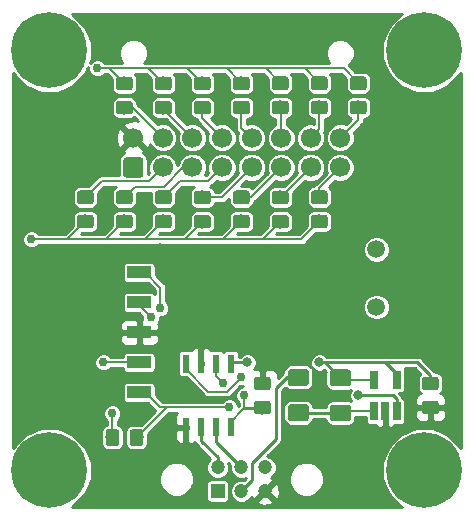
<source format=gbl>
G04 #@! TF.GenerationSoftware,KiCad,Pcbnew,(5.0.1)-3*
G04 #@! TF.CreationDate,2020-02-22T23:06:06-05:00*
G04 #@! TF.ProjectId,fill_sensing,66696C6C5F73656E73696E672E6B6963,rev?*
G04 #@! TF.SameCoordinates,Original*
G04 #@! TF.FileFunction,Copper,L2,Bot,Signal*
G04 #@! TF.FilePolarity,Positive*
%FSLAX46Y46*%
G04 Gerber Fmt 4.6, Leading zero omitted, Abs format (unit mm)*
G04 Created by KiCad (PCBNEW (5.0.1)-3) date 2020-02-22 11:06:06 PM*
%MOMM*%
%LPD*%
G01*
G04 APERTURE LIST*
G04 #@! TA.AperFunction,ComponentPad*
%ADD10C,6.400000*%
G04 #@! TD*
G04 #@! TA.AperFunction,Conductor*
%ADD11C,0.100000*%
G04 #@! TD*
G04 #@! TA.AperFunction,ComponentPad*
%ADD12C,1.700000*%
G04 #@! TD*
G04 #@! TA.AperFunction,SMDPad,CuDef*
%ADD13C,1.150000*%
G04 #@! TD*
G04 #@! TA.AperFunction,SMDPad,CuDef*
%ADD14C,1.425000*%
G04 #@! TD*
G04 #@! TA.AperFunction,SMDPad,CuDef*
%ADD15R,2.000000X1.000000*%
G04 #@! TD*
G04 #@! TA.AperFunction,ComponentPad*
%ADD16C,1.200000*%
G04 #@! TD*
G04 #@! TA.AperFunction,ComponentPad*
%ADD17R,1.200000X1.200000*%
G04 #@! TD*
G04 #@! TA.AperFunction,SMDPad,CuDef*
%ADD18R,0.650000X1.560000*%
G04 #@! TD*
G04 #@! TA.AperFunction,SMDPad,CuDef*
%ADD19R,0.600000X1.550000*%
G04 #@! TD*
G04 #@! TA.AperFunction,ComponentPad*
%ADD20C,1.500000*%
G04 #@! TD*
G04 #@! TA.AperFunction,ViaPad*
%ADD21C,0.800000*%
G04 #@! TD*
G04 #@! TA.AperFunction,ViaPad*
%ADD22C,0.762000*%
G04 #@! TD*
G04 #@! TA.AperFunction,Conductor*
%ADD23C,0.203200*%
G04 #@! TD*
G04 #@! TA.AperFunction,Conductor*
%ADD24C,0.250000*%
G04 #@! TD*
G04 #@! TA.AperFunction,Conductor*
%ADD25C,0.254000*%
G04 #@! TD*
G04 APERTURE END LIST*
D10*
G04 #@! TO.P,REF\002A\002A,1*
G04 #@! TO.N,N/C*
X136398000Y-68326000D03*
G04 #@! TD*
D11*
G04 #@! TO.N,+5V*
G04 #@! TO.C,J3*
G36*
X112384504Y-77383204D02*
X112408773Y-77386804D01*
X112432571Y-77392765D01*
X112455671Y-77401030D01*
X112477849Y-77411520D01*
X112498893Y-77424133D01*
X112518598Y-77438747D01*
X112536777Y-77455223D01*
X112553253Y-77473402D01*
X112567867Y-77493107D01*
X112580480Y-77514151D01*
X112590970Y-77536329D01*
X112599235Y-77559429D01*
X112605196Y-77583227D01*
X112608796Y-77607496D01*
X112610000Y-77632000D01*
X112610000Y-78832000D01*
X112608796Y-78856504D01*
X112605196Y-78880773D01*
X112599235Y-78904571D01*
X112590970Y-78927671D01*
X112580480Y-78949849D01*
X112567867Y-78970893D01*
X112553253Y-78990598D01*
X112536777Y-79008777D01*
X112518598Y-79025253D01*
X112498893Y-79039867D01*
X112477849Y-79052480D01*
X112455671Y-79062970D01*
X112432571Y-79071235D01*
X112408773Y-79077196D01*
X112384504Y-79080796D01*
X112360000Y-79082000D01*
X111160000Y-79082000D01*
X111135496Y-79080796D01*
X111111227Y-79077196D01*
X111087429Y-79071235D01*
X111064329Y-79062970D01*
X111042151Y-79052480D01*
X111021107Y-79039867D01*
X111001402Y-79025253D01*
X110983223Y-79008777D01*
X110966747Y-78990598D01*
X110952133Y-78970893D01*
X110939520Y-78949849D01*
X110929030Y-78927671D01*
X110920765Y-78904571D01*
X110914804Y-78880773D01*
X110911204Y-78856504D01*
X110910000Y-78832000D01*
X110910000Y-77632000D01*
X110911204Y-77607496D01*
X110914804Y-77583227D01*
X110920765Y-77559429D01*
X110929030Y-77536329D01*
X110939520Y-77514151D01*
X110952133Y-77493107D01*
X110966747Y-77473402D01*
X110983223Y-77455223D01*
X111001402Y-77438747D01*
X111021107Y-77424133D01*
X111042151Y-77411520D01*
X111064329Y-77401030D01*
X111087429Y-77392765D01*
X111111227Y-77386804D01*
X111135496Y-77383204D01*
X111160000Y-77382000D01*
X112360000Y-77382000D01*
X112384504Y-77383204D01*
X112384504Y-77383204D01*
G37*
D12*
G04 #@! TD*
G04 #@! TO.P,J3,1*
G04 #@! TO.N,+5V*
X111760000Y-78232000D03*
G04 #@! TO.P,J3,2*
G04 #@! TO.N,/HALL_1*
X114260000Y-78232000D03*
G04 #@! TO.P,J3,3*
G04 #@! TO.N,/HALL_2*
X116760000Y-78232000D03*
G04 #@! TO.P,J3,4*
G04 #@! TO.N,/HALL_3*
X119260000Y-78232000D03*
G04 #@! TO.P,J3,5*
G04 #@! TO.N,/HALL_4*
X121760000Y-78232000D03*
G04 #@! TO.P,J3,6*
G04 #@! TO.N,/HALL_5*
X124260000Y-78232000D03*
G04 #@! TO.P,J3,7*
G04 #@! TO.N,/HALL_6*
X126760000Y-78232000D03*
G04 #@! TO.P,J3,8*
G04 #@! TO.N,/HALL_7*
X129260000Y-78232000D03*
G04 #@! TO.P,J3,9*
G04 #@! TO.N,GND*
X111760000Y-75732000D03*
G04 #@! TO.P,J3,10*
G04 #@! TO.N,/HALL_14*
X114260000Y-75732000D03*
G04 #@! TO.P,J3,11*
G04 #@! TO.N,/HALL_13*
X116760000Y-75732000D03*
G04 #@! TO.P,J3,12*
G04 #@! TO.N,/HALL_12*
X119260000Y-75732000D03*
G04 #@! TO.P,J3,13*
G04 #@! TO.N,/HALL_11*
X121760000Y-75732000D03*
G04 #@! TO.P,J3,14*
G04 #@! TO.N,/HALL_10*
X124260000Y-75732000D03*
G04 #@! TO.P,J3,15*
G04 #@! TO.N,/HALL_9*
X126760000Y-75732000D03*
G04 #@! TO.P,J3,16*
G04 #@! TO.N,/HALL_8*
X129260000Y-75732000D03*
G04 #@! TD*
D10*
G04 #@! TO.P,REF\002A\002A,1*
G04 #@! TO.N,N/C*
X104648000Y-103886000D03*
G04 #@! TD*
G04 #@! TO.P,REF\002A\002A,1*
G04 #@! TO.N,N/C*
X136398000Y-103886000D03*
G04 #@! TD*
D11*
G04 #@! TO.N,GND*
G04 #@! TO.C,C1*
G36*
X137380505Y-97987204D02*
X137404773Y-97990804D01*
X137428572Y-97996765D01*
X137451671Y-98005030D01*
X137473850Y-98015520D01*
X137494893Y-98028132D01*
X137514599Y-98042747D01*
X137532777Y-98059223D01*
X137549253Y-98077401D01*
X137563868Y-98097107D01*
X137576480Y-98118150D01*
X137586970Y-98140329D01*
X137595235Y-98163428D01*
X137601196Y-98187227D01*
X137604796Y-98211495D01*
X137606000Y-98235999D01*
X137606000Y-98886001D01*
X137604796Y-98910505D01*
X137601196Y-98934773D01*
X137595235Y-98958572D01*
X137586970Y-98981671D01*
X137576480Y-99003850D01*
X137563868Y-99024893D01*
X137549253Y-99044599D01*
X137532777Y-99062777D01*
X137514599Y-99079253D01*
X137494893Y-99093868D01*
X137473850Y-99106480D01*
X137451671Y-99116970D01*
X137428572Y-99125235D01*
X137404773Y-99131196D01*
X137380505Y-99134796D01*
X137356001Y-99136000D01*
X136455999Y-99136000D01*
X136431495Y-99134796D01*
X136407227Y-99131196D01*
X136383428Y-99125235D01*
X136360329Y-99116970D01*
X136338150Y-99106480D01*
X136317107Y-99093868D01*
X136297401Y-99079253D01*
X136279223Y-99062777D01*
X136262747Y-99044599D01*
X136248132Y-99024893D01*
X136235520Y-99003850D01*
X136225030Y-98981671D01*
X136216765Y-98958572D01*
X136210804Y-98934773D01*
X136207204Y-98910505D01*
X136206000Y-98886001D01*
X136206000Y-98235999D01*
X136207204Y-98211495D01*
X136210804Y-98187227D01*
X136216765Y-98163428D01*
X136225030Y-98140329D01*
X136235520Y-98118150D01*
X136248132Y-98097107D01*
X136262747Y-98077401D01*
X136279223Y-98059223D01*
X136297401Y-98042747D01*
X136317107Y-98028132D01*
X136338150Y-98015520D01*
X136360329Y-98005030D01*
X136383428Y-97996765D01*
X136407227Y-97990804D01*
X136431495Y-97987204D01*
X136455999Y-97986000D01*
X137356001Y-97986000D01*
X137380505Y-97987204D01*
X137380505Y-97987204D01*
G37*
D13*
G04 #@! TD*
G04 #@! TO.P,C1,1*
G04 #@! TO.N,GND*
X136906000Y-98561000D03*
D11*
G04 #@! TO.N,+5V*
G04 #@! TO.C,C1*
G36*
X137380505Y-95937204D02*
X137404773Y-95940804D01*
X137428572Y-95946765D01*
X137451671Y-95955030D01*
X137473850Y-95965520D01*
X137494893Y-95978132D01*
X137514599Y-95992747D01*
X137532777Y-96009223D01*
X137549253Y-96027401D01*
X137563868Y-96047107D01*
X137576480Y-96068150D01*
X137586970Y-96090329D01*
X137595235Y-96113428D01*
X137601196Y-96137227D01*
X137604796Y-96161495D01*
X137606000Y-96185999D01*
X137606000Y-96836001D01*
X137604796Y-96860505D01*
X137601196Y-96884773D01*
X137595235Y-96908572D01*
X137586970Y-96931671D01*
X137576480Y-96953850D01*
X137563868Y-96974893D01*
X137549253Y-96994599D01*
X137532777Y-97012777D01*
X137514599Y-97029253D01*
X137494893Y-97043868D01*
X137473850Y-97056480D01*
X137451671Y-97066970D01*
X137428572Y-97075235D01*
X137404773Y-97081196D01*
X137380505Y-97084796D01*
X137356001Y-97086000D01*
X136455999Y-97086000D01*
X136431495Y-97084796D01*
X136407227Y-97081196D01*
X136383428Y-97075235D01*
X136360329Y-97066970D01*
X136338150Y-97056480D01*
X136317107Y-97043868D01*
X136297401Y-97029253D01*
X136279223Y-97012777D01*
X136262747Y-96994599D01*
X136248132Y-96974893D01*
X136235520Y-96953850D01*
X136225030Y-96931671D01*
X136216765Y-96908572D01*
X136210804Y-96884773D01*
X136207204Y-96860505D01*
X136206000Y-96836001D01*
X136206000Y-96185999D01*
X136207204Y-96161495D01*
X136210804Y-96137227D01*
X136216765Y-96113428D01*
X136225030Y-96090329D01*
X136235520Y-96068150D01*
X136248132Y-96047107D01*
X136262747Y-96027401D01*
X136279223Y-96009223D01*
X136297401Y-95992747D01*
X136317107Y-95978132D01*
X136338150Y-95965520D01*
X136360329Y-95955030D01*
X136383428Y-95946765D01*
X136407227Y-95940804D01*
X136431495Y-95937204D01*
X136455999Y-95936000D01*
X137356001Y-95936000D01*
X137380505Y-95937204D01*
X137380505Y-95937204D01*
G37*
D13*
G04 #@! TD*
G04 #@! TO.P,C1,2*
G04 #@! TO.N,+5V*
X136906000Y-96511000D03*
D11*
G04 #@! TO.N,GND*
G04 #@! TO.C,C3*
G36*
X123156505Y-95937204D02*
X123180773Y-95940804D01*
X123204572Y-95946765D01*
X123227671Y-95955030D01*
X123249850Y-95965520D01*
X123270893Y-95978132D01*
X123290599Y-95992747D01*
X123308777Y-96009223D01*
X123325253Y-96027401D01*
X123339868Y-96047107D01*
X123352480Y-96068150D01*
X123362970Y-96090329D01*
X123371235Y-96113428D01*
X123377196Y-96137227D01*
X123380796Y-96161495D01*
X123382000Y-96185999D01*
X123382000Y-96836001D01*
X123380796Y-96860505D01*
X123377196Y-96884773D01*
X123371235Y-96908572D01*
X123362970Y-96931671D01*
X123352480Y-96953850D01*
X123339868Y-96974893D01*
X123325253Y-96994599D01*
X123308777Y-97012777D01*
X123290599Y-97029253D01*
X123270893Y-97043868D01*
X123249850Y-97056480D01*
X123227671Y-97066970D01*
X123204572Y-97075235D01*
X123180773Y-97081196D01*
X123156505Y-97084796D01*
X123132001Y-97086000D01*
X122231999Y-97086000D01*
X122207495Y-97084796D01*
X122183227Y-97081196D01*
X122159428Y-97075235D01*
X122136329Y-97066970D01*
X122114150Y-97056480D01*
X122093107Y-97043868D01*
X122073401Y-97029253D01*
X122055223Y-97012777D01*
X122038747Y-96994599D01*
X122024132Y-96974893D01*
X122011520Y-96953850D01*
X122001030Y-96931671D01*
X121992765Y-96908572D01*
X121986804Y-96884773D01*
X121983204Y-96860505D01*
X121982000Y-96836001D01*
X121982000Y-96185999D01*
X121983204Y-96161495D01*
X121986804Y-96137227D01*
X121992765Y-96113428D01*
X122001030Y-96090329D01*
X122011520Y-96068150D01*
X122024132Y-96047107D01*
X122038747Y-96027401D01*
X122055223Y-96009223D01*
X122073401Y-95992747D01*
X122093107Y-95978132D01*
X122114150Y-95965520D01*
X122136329Y-95955030D01*
X122159428Y-95946765D01*
X122183227Y-95940804D01*
X122207495Y-95937204D01*
X122231999Y-95936000D01*
X123132001Y-95936000D01*
X123156505Y-95937204D01*
X123156505Y-95937204D01*
G37*
D13*
G04 #@! TD*
G04 #@! TO.P,C3,2*
G04 #@! TO.N,GND*
X122682000Y-96511000D03*
D11*
G04 #@! TO.N,+5V*
G04 #@! TO.C,C3*
G36*
X123156505Y-97987204D02*
X123180773Y-97990804D01*
X123204572Y-97996765D01*
X123227671Y-98005030D01*
X123249850Y-98015520D01*
X123270893Y-98028132D01*
X123290599Y-98042747D01*
X123308777Y-98059223D01*
X123325253Y-98077401D01*
X123339868Y-98097107D01*
X123352480Y-98118150D01*
X123362970Y-98140329D01*
X123371235Y-98163428D01*
X123377196Y-98187227D01*
X123380796Y-98211495D01*
X123382000Y-98235999D01*
X123382000Y-98886001D01*
X123380796Y-98910505D01*
X123377196Y-98934773D01*
X123371235Y-98958572D01*
X123362970Y-98981671D01*
X123352480Y-99003850D01*
X123339868Y-99024893D01*
X123325253Y-99044599D01*
X123308777Y-99062777D01*
X123290599Y-99079253D01*
X123270893Y-99093868D01*
X123249850Y-99106480D01*
X123227671Y-99116970D01*
X123204572Y-99125235D01*
X123180773Y-99131196D01*
X123156505Y-99134796D01*
X123132001Y-99136000D01*
X122231999Y-99136000D01*
X122207495Y-99134796D01*
X122183227Y-99131196D01*
X122159428Y-99125235D01*
X122136329Y-99116970D01*
X122114150Y-99106480D01*
X122093107Y-99093868D01*
X122073401Y-99079253D01*
X122055223Y-99062777D01*
X122038747Y-99044599D01*
X122024132Y-99024893D01*
X122011520Y-99003850D01*
X122001030Y-98981671D01*
X121992765Y-98958572D01*
X121986804Y-98934773D01*
X121983204Y-98910505D01*
X121982000Y-98886001D01*
X121982000Y-98235999D01*
X121983204Y-98211495D01*
X121986804Y-98187227D01*
X121992765Y-98163428D01*
X122001030Y-98140329D01*
X122011520Y-98118150D01*
X122024132Y-98097107D01*
X122038747Y-98077401D01*
X122055223Y-98059223D01*
X122073401Y-98042747D01*
X122093107Y-98028132D01*
X122114150Y-98015520D01*
X122136329Y-98005030D01*
X122159428Y-97996765D01*
X122183227Y-97990804D01*
X122207495Y-97987204D01*
X122231999Y-97986000D01*
X123132001Y-97986000D01*
X123156505Y-97987204D01*
X123156505Y-97987204D01*
G37*
D13*
G04 #@! TD*
G04 #@! TO.P,C3,1*
G04 #@! TO.N,+5V*
X122682000Y-98561000D03*
D11*
G04 #@! TO.N,+5V*
G04 #@! TO.C,R4*
G36*
X110331505Y-100393204D02*
X110355773Y-100396804D01*
X110379572Y-100402765D01*
X110402671Y-100411030D01*
X110424850Y-100421520D01*
X110445893Y-100434132D01*
X110465599Y-100448747D01*
X110483777Y-100465223D01*
X110500253Y-100483401D01*
X110514868Y-100503107D01*
X110527480Y-100524150D01*
X110537970Y-100546329D01*
X110546235Y-100569428D01*
X110552196Y-100593227D01*
X110555796Y-100617495D01*
X110557000Y-100641999D01*
X110557000Y-101542001D01*
X110555796Y-101566505D01*
X110552196Y-101590773D01*
X110546235Y-101614572D01*
X110537970Y-101637671D01*
X110527480Y-101659850D01*
X110514868Y-101680893D01*
X110500253Y-101700599D01*
X110483777Y-101718777D01*
X110465599Y-101735253D01*
X110445893Y-101749868D01*
X110424850Y-101762480D01*
X110402671Y-101772970D01*
X110379572Y-101781235D01*
X110355773Y-101787196D01*
X110331505Y-101790796D01*
X110307001Y-101792000D01*
X109656999Y-101792000D01*
X109632495Y-101790796D01*
X109608227Y-101787196D01*
X109584428Y-101781235D01*
X109561329Y-101772970D01*
X109539150Y-101762480D01*
X109518107Y-101749868D01*
X109498401Y-101735253D01*
X109480223Y-101718777D01*
X109463747Y-101700599D01*
X109449132Y-101680893D01*
X109436520Y-101659850D01*
X109426030Y-101637671D01*
X109417765Y-101614572D01*
X109411804Y-101590773D01*
X109408204Y-101566505D01*
X109407000Y-101542001D01*
X109407000Y-100641999D01*
X109408204Y-100617495D01*
X109411804Y-100593227D01*
X109417765Y-100569428D01*
X109426030Y-100546329D01*
X109436520Y-100524150D01*
X109449132Y-100503107D01*
X109463747Y-100483401D01*
X109480223Y-100465223D01*
X109498401Y-100448747D01*
X109518107Y-100434132D01*
X109539150Y-100421520D01*
X109561329Y-100411030D01*
X109584428Y-100402765D01*
X109608227Y-100396804D01*
X109632495Y-100393204D01*
X109656999Y-100392000D01*
X110307001Y-100392000D01*
X110331505Y-100393204D01*
X110331505Y-100393204D01*
G37*
D13*
G04 #@! TD*
G04 #@! TO.P,R4,1*
G04 #@! TO.N,+5V*
X109982000Y-101092000D03*
D11*
G04 #@! TO.N,/~MCLR*
G04 #@! TO.C,R4*
G36*
X112381505Y-100393204D02*
X112405773Y-100396804D01*
X112429572Y-100402765D01*
X112452671Y-100411030D01*
X112474850Y-100421520D01*
X112495893Y-100434132D01*
X112515599Y-100448747D01*
X112533777Y-100465223D01*
X112550253Y-100483401D01*
X112564868Y-100503107D01*
X112577480Y-100524150D01*
X112587970Y-100546329D01*
X112596235Y-100569428D01*
X112602196Y-100593227D01*
X112605796Y-100617495D01*
X112607000Y-100641999D01*
X112607000Y-101542001D01*
X112605796Y-101566505D01*
X112602196Y-101590773D01*
X112596235Y-101614572D01*
X112587970Y-101637671D01*
X112577480Y-101659850D01*
X112564868Y-101680893D01*
X112550253Y-101700599D01*
X112533777Y-101718777D01*
X112515599Y-101735253D01*
X112495893Y-101749868D01*
X112474850Y-101762480D01*
X112452671Y-101772970D01*
X112429572Y-101781235D01*
X112405773Y-101787196D01*
X112381505Y-101790796D01*
X112357001Y-101792000D01*
X111706999Y-101792000D01*
X111682495Y-101790796D01*
X111658227Y-101787196D01*
X111634428Y-101781235D01*
X111611329Y-101772970D01*
X111589150Y-101762480D01*
X111568107Y-101749868D01*
X111548401Y-101735253D01*
X111530223Y-101718777D01*
X111513747Y-101700599D01*
X111499132Y-101680893D01*
X111486520Y-101659850D01*
X111476030Y-101637671D01*
X111467765Y-101614572D01*
X111461804Y-101590773D01*
X111458204Y-101566505D01*
X111457000Y-101542001D01*
X111457000Y-100641999D01*
X111458204Y-100617495D01*
X111461804Y-100593227D01*
X111467765Y-100569428D01*
X111476030Y-100546329D01*
X111486520Y-100524150D01*
X111499132Y-100503107D01*
X111513747Y-100483401D01*
X111530223Y-100465223D01*
X111548401Y-100448747D01*
X111568107Y-100434132D01*
X111589150Y-100421520D01*
X111611329Y-100411030D01*
X111634428Y-100402765D01*
X111658227Y-100396804D01*
X111682495Y-100393204D01*
X111706999Y-100392000D01*
X112357001Y-100392000D01*
X112381505Y-100393204D01*
X112381505Y-100393204D01*
G37*
D13*
G04 #@! TD*
G04 #@! TO.P,R4,2*
G04 #@! TO.N,/~MCLR*
X112032000Y-101092000D03*
D11*
G04 #@! TO.N,+5V*
G04 #@! TO.C,R6*
G36*
X111472505Y-70546204D02*
X111496773Y-70549804D01*
X111520572Y-70555765D01*
X111543671Y-70564030D01*
X111565850Y-70574520D01*
X111586893Y-70587132D01*
X111606599Y-70601747D01*
X111624777Y-70618223D01*
X111641253Y-70636401D01*
X111655868Y-70656107D01*
X111668480Y-70677150D01*
X111678970Y-70699329D01*
X111687235Y-70722428D01*
X111693196Y-70746227D01*
X111696796Y-70770495D01*
X111698000Y-70794999D01*
X111698000Y-71445001D01*
X111696796Y-71469505D01*
X111693196Y-71493773D01*
X111687235Y-71517572D01*
X111678970Y-71540671D01*
X111668480Y-71562850D01*
X111655868Y-71583893D01*
X111641253Y-71603599D01*
X111624777Y-71621777D01*
X111606599Y-71638253D01*
X111586893Y-71652868D01*
X111565850Y-71665480D01*
X111543671Y-71675970D01*
X111520572Y-71684235D01*
X111496773Y-71690196D01*
X111472505Y-71693796D01*
X111448001Y-71695000D01*
X110547999Y-71695000D01*
X110523495Y-71693796D01*
X110499227Y-71690196D01*
X110475428Y-71684235D01*
X110452329Y-71675970D01*
X110430150Y-71665480D01*
X110409107Y-71652868D01*
X110389401Y-71638253D01*
X110371223Y-71621777D01*
X110354747Y-71603599D01*
X110340132Y-71583893D01*
X110327520Y-71562850D01*
X110317030Y-71540671D01*
X110308765Y-71517572D01*
X110302804Y-71493773D01*
X110299204Y-71469505D01*
X110298000Y-71445001D01*
X110298000Y-70794999D01*
X110299204Y-70770495D01*
X110302804Y-70746227D01*
X110308765Y-70722428D01*
X110317030Y-70699329D01*
X110327520Y-70677150D01*
X110340132Y-70656107D01*
X110354747Y-70636401D01*
X110371223Y-70618223D01*
X110389401Y-70601747D01*
X110409107Y-70587132D01*
X110430150Y-70574520D01*
X110452329Y-70564030D01*
X110475428Y-70555765D01*
X110499227Y-70549804D01*
X110523495Y-70546204D01*
X110547999Y-70545000D01*
X111448001Y-70545000D01*
X111472505Y-70546204D01*
X111472505Y-70546204D01*
G37*
D13*
G04 #@! TD*
G04 #@! TO.P,R6,1*
G04 #@! TO.N,+5V*
X110998000Y-71120000D03*
D11*
G04 #@! TO.N,/HALL_14*
G04 #@! TO.C,R6*
G36*
X111472505Y-72596204D02*
X111496773Y-72599804D01*
X111520572Y-72605765D01*
X111543671Y-72614030D01*
X111565850Y-72624520D01*
X111586893Y-72637132D01*
X111606599Y-72651747D01*
X111624777Y-72668223D01*
X111641253Y-72686401D01*
X111655868Y-72706107D01*
X111668480Y-72727150D01*
X111678970Y-72749329D01*
X111687235Y-72772428D01*
X111693196Y-72796227D01*
X111696796Y-72820495D01*
X111698000Y-72844999D01*
X111698000Y-73495001D01*
X111696796Y-73519505D01*
X111693196Y-73543773D01*
X111687235Y-73567572D01*
X111678970Y-73590671D01*
X111668480Y-73612850D01*
X111655868Y-73633893D01*
X111641253Y-73653599D01*
X111624777Y-73671777D01*
X111606599Y-73688253D01*
X111586893Y-73702868D01*
X111565850Y-73715480D01*
X111543671Y-73725970D01*
X111520572Y-73734235D01*
X111496773Y-73740196D01*
X111472505Y-73743796D01*
X111448001Y-73745000D01*
X110547999Y-73745000D01*
X110523495Y-73743796D01*
X110499227Y-73740196D01*
X110475428Y-73734235D01*
X110452329Y-73725970D01*
X110430150Y-73715480D01*
X110409107Y-73702868D01*
X110389401Y-73688253D01*
X110371223Y-73671777D01*
X110354747Y-73653599D01*
X110340132Y-73633893D01*
X110327520Y-73612850D01*
X110317030Y-73590671D01*
X110308765Y-73567572D01*
X110302804Y-73543773D01*
X110299204Y-73519505D01*
X110298000Y-73495001D01*
X110298000Y-72844999D01*
X110299204Y-72820495D01*
X110302804Y-72796227D01*
X110308765Y-72772428D01*
X110317030Y-72749329D01*
X110327520Y-72727150D01*
X110340132Y-72706107D01*
X110354747Y-72686401D01*
X110371223Y-72668223D01*
X110389401Y-72651747D01*
X110409107Y-72637132D01*
X110430150Y-72624520D01*
X110452329Y-72614030D01*
X110475428Y-72605765D01*
X110499227Y-72599804D01*
X110523495Y-72596204D01*
X110547999Y-72595000D01*
X111448001Y-72595000D01*
X111472505Y-72596204D01*
X111472505Y-72596204D01*
G37*
D13*
G04 #@! TD*
G04 #@! TO.P,R6,2*
G04 #@! TO.N,/HALL_14*
X110998000Y-73170000D03*
D11*
G04 #@! TO.N,/HALL_13*
G04 #@! TO.C,R7*
G36*
X114774505Y-72596204D02*
X114798773Y-72599804D01*
X114822572Y-72605765D01*
X114845671Y-72614030D01*
X114867850Y-72624520D01*
X114888893Y-72637132D01*
X114908599Y-72651747D01*
X114926777Y-72668223D01*
X114943253Y-72686401D01*
X114957868Y-72706107D01*
X114970480Y-72727150D01*
X114980970Y-72749329D01*
X114989235Y-72772428D01*
X114995196Y-72796227D01*
X114998796Y-72820495D01*
X115000000Y-72844999D01*
X115000000Y-73495001D01*
X114998796Y-73519505D01*
X114995196Y-73543773D01*
X114989235Y-73567572D01*
X114980970Y-73590671D01*
X114970480Y-73612850D01*
X114957868Y-73633893D01*
X114943253Y-73653599D01*
X114926777Y-73671777D01*
X114908599Y-73688253D01*
X114888893Y-73702868D01*
X114867850Y-73715480D01*
X114845671Y-73725970D01*
X114822572Y-73734235D01*
X114798773Y-73740196D01*
X114774505Y-73743796D01*
X114750001Y-73745000D01*
X113849999Y-73745000D01*
X113825495Y-73743796D01*
X113801227Y-73740196D01*
X113777428Y-73734235D01*
X113754329Y-73725970D01*
X113732150Y-73715480D01*
X113711107Y-73702868D01*
X113691401Y-73688253D01*
X113673223Y-73671777D01*
X113656747Y-73653599D01*
X113642132Y-73633893D01*
X113629520Y-73612850D01*
X113619030Y-73590671D01*
X113610765Y-73567572D01*
X113604804Y-73543773D01*
X113601204Y-73519505D01*
X113600000Y-73495001D01*
X113600000Y-72844999D01*
X113601204Y-72820495D01*
X113604804Y-72796227D01*
X113610765Y-72772428D01*
X113619030Y-72749329D01*
X113629520Y-72727150D01*
X113642132Y-72706107D01*
X113656747Y-72686401D01*
X113673223Y-72668223D01*
X113691401Y-72651747D01*
X113711107Y-72637132D01*
X113732150Y-72624520D01*
X113754329Y-72614030D01*
X113777428Y-72605765D01*
X113801227Y-72599804D01*
X113825495Y-72596204D01*
X113849999Y-72595000D01*
X114750001Y-72595000D01*
X114774505Y-72596204D01*
X114774505Y-72596204D01*
G37*
D13*
G04 #@! TD*
G04 #@! TO.P,R7,2*
G04 #@! TO.N,/HALL_13*
X114300000Y-73170000D03*
D11*
G04 #@! TO.N,+5V*
G04 #@! TO.C,R7*
G36*
X114774505Y-70546204D02*
X114798773Y-70549804D01*
X114822572Y-70555765D01*
X114845671Y-70564030D01*
X114867850Y-70574520D01*
X114888893Y-70587132D01*
X114908599Y-70601747D01*
X114926777Y-70618223D01*
X114943253Y-70636401D01*
X114957868Y-70656107D01*
X114970480Y-70677150D01*
X114980970Y-70699329D01*
X114989235Y-70722428D01*
X114995196Y-70746227D01*
X114998796Y-70770495D01*
X115000000Y-70794999D01*
X115000000Y-71445001D01*
X114998796Y-71469505D01*
X114995196Y-71493773D01*
X114989235Y-71517572D01*
X114980970Y-71540671D01*
X114970480Y-71562850D01*
X114957868Y-71583893D01*
X114943253Y-71603599D01*
X114926777Y-71621777D01*
X114908599Y-71638253D01*
X114888893Y-71652868D01*
X114867850Y-71665480D01*
X114845671Y-71675970D01*
X114822572Y-71684235D01*
X114798773Y-71690196D01*
X114774505Y-71693796D01*
X114750001Y-71695000D01*
X113849999Y-71695000D01*
X113825495Y-71693796D01*
X113801227Y-71690196D01*
X113777428Y-71684235D01*
X113754329Y-71675970D01*
X113732150Y-71665480D01*
X113711107Y-71652868D01*
X113691401Y-71638253D01*
X113673223Y-71621777D01*
X113656747Y-71603599D01*
X113642132Y-71583893D01*
X113629520Y-71562850D01*
X113619030Y-71540671D01*
X113610765Y-71517572D01*
X113604804Y-71493773D01*
X113601204Y-71469505D01*
X113600000Y-71445001D01*
X113600000Y-70794999D01*
X113601204Y-70770495D01*
X113604804Y-70746227D01*
X113610765Y-70722428D01*
X113619030Y-70699329D01*
X113629520Y-70677150D01*
X113642132Y-70656107D01*
X113656747Y-70636401D01*
X113673223Y-70618223D01*
X113691401Y-70601747D01*
X113711107Y-70587132D01*
X113732150Y-70574520D01*
X113754329Y-70564030D01*
X113777428Y-70555765D01*
X113801227Y-70549804D01*
X113825495Y-70546204D01*
X113849999Y-70545000D01*
X114750001Y-70545000D01*
X114774505Y-70546204D01*
X114774505Y-70546204D01*
G37*
D13*
G04 #@! TD*
G04 #@! TO.P,R7,1*
G04 #@! TO.N,+5V*
X114300000Y-71120000D03*
D11*
G04 #@! TO.N,+5V*
G04 #@! TO.C,R8*
G36*
X118076505Y-70546204D02*
X118100773Y-70549804D01*
X118124572Y-70555765D01*
X118147671Y-70564030D01*
X118169850Y-70574520D01*
X118190893Y-70587132D01*
X118210599Y-70601747D01*
X118228777Y-70618223D01*
X118245253Y-70636401D01*
X118259868Y-70656107D01*
X118272480Y-70677150D01*
X118282970Y-70699329D01*
X118291235Y-70722428D01*
X118297196Y-70746227D01*
X118300796Y-70770495D01*
X118302000Y-70794999D01*
X118302000Y-71445001D01*
X118300796Y-71469505D01*
X118297196Y-71493773D01*
X118291235Y-71517572D01*
X118282970Y-71540671D01*
X118272480Y-71562850D01*
X118259868Y-71583893D01*
X118245253Y-71603599D01*
X118228777Y-71621777D01*
X118210599Y-71638253D01*
X118190893Y-71652868D01*
X118169850Y-71665480D01*
X118147671Y-71675970D01*
X118124572Y-71684235D01*
X118100773Y-71690196D01*
X118076505Y-71693796D01*
X118052001Y-71695000D01*
X117151999Y-71695000D01*
X117127495Y-71693796D01*
X117103227Y-71690196D01*
X117079428Y-71684235D01*
X117056329Y-71675970D01*
X117034150Y-71665480D01*
X117013107Y-71652868D01*
X116993401Y-71638253D01*
X116975223Y-71621777D01*
X116958747Y-71603599D01*
X116944132Y-71583893D01*
X116931520Y-71562850D01*
X116921030Y-71540671D01*
X116912765Y-71517572D01*
X116906804Y-71493773D01*
X116903204Y-71469505D01*
X116902000Y-71445001D01*
X116902000Y-70794999D01*
X116903204Y-70770495D01*
X116906804Y-70746227D01*
X116912765Y-70722428D01*
X116921030Y-70699329D01*
X116931520Y-70677150D01*
X116944132Y-70656107D01*
X116958747Y-70636401D01*
X116975223Y-70618223D01*
X116993401Y-70601747D01*
X117013107Y-70587132D01*
X117034150Y-70574520D01*
X117056329Y-70564030D01*
X117079428Y-70555765D01*
X117103227Y-70549804D01*
X117127495Y-70546204D01*
X117151999Y-70545000D01*
X118052001Y-70545000D01*
X118076505Y-70546204D01*
X118076505Y-70546204D01*
G37*
D13*
G04 #@! TD*
G04 #@! TO.P,R8,1*
G04 #@! TO.N,+5V*
X117602000Y-71120000D03*
D11*
G04 #@! TO.N,/HALL_12*
G04 #@! TO.C,R8*
G36*
X118076505Y-72596204D02*
X118100773Y-72599804D01*
X118124572Y-72605765D01*
X118147671Y-72614030D01*
X118169850Y-72624520D01*
X118190893Y-72637132D01*
X118210599Y-72651747D01*
X118228777Y-72668223D01*
X118245253Y-72686401D01*
X118259868Y-72706107D01*
X118272480Y-72727150D01*
X118282970Y-72749329D01*
X118291235Y-72772428D01*
X118297196Y-72796227D01*
X118300796Y-72820495D01*
X118302000Y-72844999D01*
X118302000Y-73495001D01*
X118300796Y-73519505D01*
X118297196Y-73543773D01*
X118291235Y-73567572D01*
X118282970Y-73590671D01*
X118272480Y-73612850D01*
X118259868Y-73633893D01*
X118245253Y-73653599D01*
X118228777Y-73671777D01*
X118210599Y-73688253D01*
X118190893Y-73702868D01*
X118169850Y-73715480D01*
X118147671Y-73725970D01*
X118124572Y-73734235D01*
X118100773Y-73740196D01*
X118076505Y-73743796D01*
X118052001Y-73745000D01*
X117151999Y-73745000D01*
X117127495Y-73743796D01*
X117103227Y-73740196D01*
X117079428Y-73734235D01*
X117056329Y-73725970D01*
X117034150Y-73715480D01*
X117013107Y-73702868D01*
X116993401Y-73688253D01*
X116975223Y-73671777D01*
X116958747Y-73653599D01*
X116944132Y-73633893D01*
X116931520Y-73612850D01*
X116921030Y-73590671D01*
X116912765Y-73567572D01*
X116906804Y-73543773D01*
X116903204Y-73519505D01*
X116902000Y-73495001D01*
X116902000Y-72844999D01*
X116903204Y-72820495D01*
X116906804Y-72796227D01*
X116912765Y-72772428D01*
X116921030Y-72749329D01*
X116931520Y-72727150D01*
X116944132Y-72706107D01*
X116958747Y-72686401D01*
X116975223Y-72668223D01*
X116993401Y-72651747D01*
X117013107Y-72637132D01*
X117034150Y-72624520D01*
X117056329Y-72614030D01*
X117079428Y-72605765D01*
X117103227Y-72599804D01*
X117127495Y-72596204D01*
X117151999Y-72595000D01*
X118052001Y-72595000D01*
X118076505Y-72596204D01*
X118076505Y-72596204D01*
G37*
D13*
G04 #@! TD*
G04 #@! TO.P,R8,2*
G04 #@! TO.N,/HALL_12*
X117602000Y-73170000D03*
D11*
G04 #@! TO.N,/HALL_11*
G04 #@! TO.C,R9*
G36*
X121378505Y-72587204D02*
X121402773Y-72590804D01*
X121426572Y-72596765D01*
X121449671Y-72605030D01*
X121471850Y-72615520D01*
X121492893Y-72628132D01*
X121512599Y-72642747D01*
X121530777Y-72659223D01*
X121547253Y-72677401D01*
X121561868Y-72697107D01*
X121574480Y-72718150D01*
X121584970Y-72740329D01*
X121593235Y-72763428D01*
X121599196Y-72787227D01*
X121602796Y-72811495D01*
X121604000Y-72835999D01*
X121604000Y-73486001D01*
X121602796Y-73510505D01*
X121599196Y-73534773D01*
X121593235Y-73558572D01*
X121584970Y-73581671D01*
X121574480Y-73603850D01*
X121561868Y-73624893D01*
X121547253Y-73644599D01*
X121530777Y-73662777D01*
X121512599Y-73679253D01*
X121492893Y-73693868D01*
X121471850Y-73706480D01*
X121449671Y-73716970D01*
X121426572Y-73725235D01*
X121402773Y-73731196D01*
X121378505Y-73734796D01*
X121354001Y-73736000D01*
X120453999Y-73736000D01*
X120429495Y-73734796D01*
X120405227Y-73731196D01*
X120381428Y-73725235D01*
X120358329Y-73716970D01*
X120336150Y-73706480D01*
X120315107Y-73693868D01*
X120295401Y-73679253D01*
X120277223Y-73662777D01*
X120260747Y-73644599D01*
X120246132Y-73624893D01*
X120233520Y-73603850D01*
X120223030Y-73581671D01*
X120214765Y-73558572D01*
X120208804Y-73534773D01*
X120205204Y-73510505D01*
X120204000Y-73486001D01*
X120204000Y-72835999D01*
X120205204Y-72811495D01*
X120208804Y-72787227D01*
X120214765Y-72763428D01*
X120223030Y-72740329D01*
X120233520Y-72718150D01*
X120246132Y-72697107D01*
X120260747Y-72677401D01*
X120277223Y-72659223D01*
X120295401Y-72642747D01*
X120315107Y-72628132D01*
X120336150Y-72615520D01*
X120358329Y-72605030D01*
X120381428Y-72596765D01*
X120405227Y-72590804D01*
X120429495Y-72587204D01*
X120453999Y-72586000D01*
X121354001Y-72586000D01*
X121378505Y-72587204D01*
X121378505Y-72587204D01*
G37*
D13*
G04 #@! TD*
G04 #@! TO.P,R9,2*
G04 #@! TO.N,/HALL_11*
X120904000Y-73161000D03*
D11*
G04 #@! TO.N,+5V*
G04 #@! TO.C,R9*
G36*
X121378505Y-70537204D02*
X121402773Y-70540804D01*
X121426572Y-70546765D01*
X121449671Y-70555030D01*
X121471850Y-70565520D01*
X121492893Y-70578132D01*
X121512599Y-70592747D01*
X121530777Y-70609223D01*
X121547253Y-70627401D01*
X121561868Y-70647107D01*
X121574480Y-70668150D01*
X121584970Y-70690329D01*
X121593235Y-70713428D01*
X121599196Y-70737227D01*
X121602796Y-70761495D01*
X121604000Y-70785999D01*
X121604000Y-71436001D01*
X121602796Y-71460505D01*
X121599196Y-71484773D01*
X121593235Y-71508572D01*
X121584970Y-71531671D01*
X121574480Y-71553850D01*
X121561868Y-71574893D01*
X121547253Y-71594599D01*
X121530777Y-71612777D01*
X121512599Y-71629253D01*
X121492893Y-71643868D01*
X121471850Y-71656480D01*
X121449671Y-71666970D01*
X121426572Y-71675235D01*
X121402773Y-71681196D01*
X121378505Y-71684796D01*
X121354001Y-71686000D01*
X120453999Y-71686000D01*
X120429495Y-71684796D01*
X120405227Y-71681196D01*
X120381428Y-71675235D01*
X120358329Y-71666970D01*
X120336150Y-71656480D01*
X120315107Y-71643868D01*
X120295401Y-71629253D01*
X120277223Y-71612777D01*
X120260747Y-71594599D01*
X120246132Y-71574893D01*
X120233520Y-71553850D01*
X120223030Y-71531671D01*
X120214765Y-71508572D01*
X120208804Y-71484773D01*
X120205204Y-71460505D01*
X120204000Y-71436001D01*
X120204000Y-70785999D01*
X120205204Y-70761495D01*
X120208804Y-70737227D01*
X120214765Y-70713428D01*
X120223030Y-70690329D01*
X120233520Y-70668150D01*
X120246132Y-70647107D01*
X120260747Y-70627401D01*
X120277223Y-70609223D01*
X120295401Y-70592747D01*
X120315107Y-70578132D01*
X120336150Y-70565520D01*
X120358329Y-70555030D01*
X120381428Y-70546765D01*
X120405227Y-70540804D01*
X120429495Y-70537204D01*
X120453999Y-70536000D01*
X121354001Y-70536000D01*
X121378505Y-70537204D01*
X121378505Y-70537204D01*
G37*
D13*
G04 #@! TD*
G04 #@! TO.P,R9,1*
G04 #@! TO.N,+5V*
X120904000Y-71111000D03*
D11*
G04 #@! TO.N,+5V*
G04 #@! TO.C,R10*
G36*
X124680505Y-70528204D02*
X124704773Y-70531804D01*
X124728572Y-70537765D01*
X124751671Y-70546030D01*
X124773850Y-70556520D01*
X124794893Y-70569132D01*
X124814599Y-70583747D01*
X124832777Y-70600223D01*
X124849253Y-70618401D01*
X124863868Y-70638107D01*
X124876480Y-70659150D01*
X124886970Y-70681329D01*
X124895235Y-70704428D01*
X124901196Y-70728227D01*
X124904796Y-70752495D01*
X124906000Y-70776999D01*
X124906000Y-71427001D01*
X124904796Y-71451505D01*
X124901196Y-71475773D01*
X124895235Y-71499572D01*
X124886970Y-71522671D01*
X124876480Y-71544850D01*
X124863868Y-71565893D01*
X124849253Y-71585599D01*
X124832777Y-71603777D01*
X124814599Y-71620253D01*
X124794893Y-71634868D01*
X124773850Y-71647480D01*
X124751671Y-71657970D01*
X124728572Y-71666235D01*
X124704773Y-71672196D01*
X124680505Y-71675796D01*
X124656001Y-71677000D01*
X123755999Y-71677000D01*
X123731495Y-71675796D01*
X123707227Y-71672196D01*
X123683428Y-71666235D01*
X123660329Y-71657970D01*
X123638150Y-71647480D01*
X123617107Y-71634868D01*
X123597401Y-71620253D01*
X123579223Y-71603777D01*
X123562747Y-71585599D01*
X123548132Y-71565893D01*
X123535520Y-71544850D01*
X123525030Y-71522671D01*
X123516765Y-71499572D01*
X123510804Y-71475773D01*
X123507204Y-71451505D01*
X123506000Y-71427001D01*
X123506000Y-70776999D01*
X123507204Y-70752495D01*
X123510804Y-70728227D01*
X123516765Y-70704428D01*
X123525030Y-70681329D01*
X123535520Y-70659150D01*
X123548132Y-70638107D01*
X123562747Y-70618401D01*
X123579223Y-70600223D01*
X123597401Y-70583747D01*
X123617107Y-70569132D01*
X123638150Y-70556520D01*
X123660329Y-70546030D01*
X123683428Y-70537765D01*
X123707227Y-70531804D01*
X123731495Y-70528204D01*
X123755999Y-70527000D01*
X124656001Y-70527000D01*
X124680505Y-70528204D01*
X124680505Y-70528204D01*
G37*
D13*
G04 #@! TD*
G04 #@! TO.P,R10,1*
G04 #@! TO.N,+5V*
X124206000Y-71102000D03*
D11*
G04 #@! TO.N,/HALL_10*
G04 #@! TO.C,R10*
G36*
X124680505Y-72578204D02*
X124704773Y-72581804D01*
X124728572Y-72587765D01*
X124751671Y-72596030D01*
X124773850Y-72606520D01*
X124794893Y-72619132D01*
X124814599Y-72633747D01*
X124832777Y-72650223D01*
X124849253Y-72668401D01*
X124863868Y-72688107D01*
X124876480Y-72709150D01*
X124886970Y-72731329D01*
X124895235Y-72754428D01*
X124901196Y-72778227D01*
X124904796Y-72802495D01*
X124906000Y-72826999D01*
X124906000Y-73477001D01*
X124904796Y-73501505D01*
X124901196Y-73525773D01*
X124895235Y-73549572D01*
X124886970Y-73572671D01*
X124876480Y-73594850D01*
X124863868Y-73615893D01*
X124849253Y-73635599D01*
X124832777Y-73653777D01*
X124814599Y-73670253D01*
X124794893Y-73684868D01*
X124773850Y-73697480D01*
X124751671Y-73707970D01*
X124728572Y-73716235D01*
X124704773Y-73722196D01*
X124680505Y-73725796D01*
X124656001Y-73727000D01*
X123755999Y-73727000D01*
X123731495Y-73725796D01*
X123707227Y-73722196D01*
X123683428Y-73716235D01*
X123660329Y-73707970D01*
X123638150Y-73697480D01*
X123617107Y-73684868D01*
X123597401Y-73670253D01*
X123579223Y-73653777D01*
X123562747Y-73635599D01*
X123548132Y-73615893D01*
X123535520Y-73594850D01*
X123525030Y-73572671D01*
X123516765Y-73549572D01*
X123510804Y-73525773D01*
X123507204Y-73501505D01*
X123506000Y-73477001D01*
X123506000Y-72826999D01*
X123507204Y-72802495D01*
X123510804Y-72778227D01*
X123516765Y-72754428D01*
X123525030Y-72731329D01*
X123535520Y-72709150D01*
X123548132Y-72688107D01*
X123562747Y-72668401D01*
X123579223Y-72650223D01*
X123597401Y-72633747D01*
X123617107Y-72619132D01*
X123638150Y-72606520D01*
X123660329Y-72596030D01*
X123683428Y-72587765D01*
X123707227Y-72581804D01*
X123731495Y-72578204D01*
X123755999Y-72577000D01*
X124656001Y-72577000D01*
X124680505Y-72578204D01*
X124680505Y-72578204D01*
G37*
D13*
G04 #@! TD*
G04 #@! TO.P,R10,2*
G04 #@! TO.N,/HALL_10*
X124206000Y-73152000D03*
D11*
G04 #@! TO.N,/HALL_9*
G04 #@! TO.C,R11*
G36*
X127982505Y-72578204D02*
X128006773Y-72581804D01*
X128030572Y-72587765D01*
X128053671Y-72596030D01*
X128075850Y-72606520D01*
X128096893Y-72619132D01*
X128116599Y-72633747D01*
X128134777Y-72650223D01*
X128151253Y-72668401D01*
X128165868Y-72688107D01*
X128178480Y-72709150D01*
X128188970Y-72731329D01*
X128197235Y-72754428D01*
X128203196Y-72778227D01*
X128206796Y-72802495D01*
X128208000Y-72826999D01*
X128208000Y-73477001D01*
X128206796Y-73501505D01*
X128203196Y-73525773D01*
X128197235Y-73549572D01*
X128188970Y-73572671D01*
X128178480Y-73594850D01*
X128165868Y-73615893D01*
X128151253Y-73635599D01*
X128134777Y-73653777D01*
X128116599Y-73670253D01*
X128096893Y-73684868D01*
X128075850Y-73697480D01*
X128053671Y-73707970D01*
X128030572Y-73716235D01*
X128006773Y-73722196D01*
X127982505Y-73725796D01*
X127958001Y-73727000D01*
X127057999Y-73727000D01*
X127033495Y-73725796D01*
X127009227Y-73722196D01*
X126985428Y-73716235D01*
X126962329Y-73707970D01*
X126940150Y-73697480D01*
X126919107Y-73684868D01*
X126899401Y-73670253D01*
X126881223Y-73653777D01*
X126864747Y-73635599D01*
X126850132Y-73615893D01*
X126837520Y-73594850D01*
X126827030Y-73572671D01*
X126818765Y-73549572D01*
X126812804Y-73525773D01*
X126809204Y-73501505D01*
X126808000Y-73477001D01*
X126808000Y-72826999D01*
X126809204Y-72802495D01*
X126812804Y-72778227D01*
X126818765Y-72754428D01*
X126827030Y-72731329D01*
X126837520Y-72709150D01*
X126850132Y-72688107D01*
X126864747Y-72668401D01*
X126881223Y-72650223D01*
X126899401Y-72633747D01*
X126919107Y-72619132D01*
X126940150Y-72606520D01*
X126962329Y-72596030D01*
X126985428Y-72587765D01*
X127009227Y-72581804D01*
X127033495Y-72578204D01*
X127057999Y-72577000D01*
X127958001Y-72577000D01*
X127982505Y-72578204D01*
X127982505Y-72578204D01*
G37*
D13*
G04 #@! TD*
G04 #@! TO.P,R11,2*
G04 #@! TO.N,/HALL_9*
X127508000Y-73152000D03*
D11*
G04 #@! TO.N,+5V*
G04 #@! TO.C,R11*
G36*
X127982505Y-70528204D02*
X128006773Y-70531804D01*
X128030572Y-70537765D01*
X128053671Y-70546030D01*
X128075850Y-70556520D01*
X128096893Y-70569132D01*
X128116599Y-70583747D01*
X128134777Y-70600223D01*
X128151253Y-70618401D01*
X128165868Y-70638107D01*
X128178480Y-70659150D01*
X128188970Y-70681329D01*
X128197235Y-70704428D01*
X128203196Y-70728227D01*
X128206796Y-70752495D01*
X128208000Y-70776999D01*
X128208000Y-71427001D01*
X128206796Y-71451505D01*
X128203196Y-71475773D01*
X128197235Y-71499572D01*
X128188970Y-71522671D01*
X128178480Y-71544850D01*
X128165868Y-71565893D01*
X128151253Y-71585599D01*
X128134777Y-71603777D01*
X128116599Y-71620253D01*
X128096893Y-71634868D01*
X128075850Y-71647480D01*
X128053671Y-71657970D01*
X128030572Y-71666235D01*
X128006773Y-71672196D01*
X127982505Y-71675796D01*
X127958001Y-71677000D01*
X127057999Y-71677000D01*
X127033495Y-71675796D01*
X127009227Y-71672196D01*
X126985428Y-71666235D01*
X126962329Y-71657970D01*
X126940150Y-71647480D01*
X126919107Y-71634868D01*
X126899401Y-71620253D01*
X126881223Y-71603777D01*
X126864747Y-71585599D01*
X126850132Y-71565893D01*
X126837520Y-71544850D01*
X126827030Y-71522671D01*
X126818765Y-71499572D01*
X126812804Y-71475773D01*
X126809204Y-71451505D01*
X126808000Y-71427001D01*
X126808000Y-70776999D01*
X126809204Y-70752495D01*
X126812804Y-70728227D01*
X126818765Y-70704428D01*
X126827030Y-70681329D01*
X126837520Y-70659150D01*
X126850132Y-70638107D01*
X126864747Y-70618401D01*
X126881223Y-70600223D01*
X126899401Y-70583747D01*
X126919107Y-70569132D01*
X126940150Y-70556520D01*
X126962329Y-70546030D01*
X126985428Y-70537765D01*
X127009227Y-70531804D01*
X127033495Y-70528204D01*
X127057999Y-70527000D01*
X127958001Y-70527000D01*
X127982505Y-70528204D01*
X127982505Y-70528204D01*
G37*
D13*
G04 #@! TD*
G04 #@! TO.P,R11,1*
G04 #@! TO.N,+5V*
X127508000Y-71102000D03*
D11*
G04 #@! TO.N,+5V*
G04 #@! TO.C,R12*
G36*
X131284505Y-70528204D02*
X131308773Y-70531804D01*
X131332572Y-70537765D01*
X131355671Y-70546030D01*
X131377850Y-70556520D01*
X131398893Y-70569132D01*
X131418599Y-70583747D01*
X131436777Y-70600223D01*
X131453253Y-70618401D01*
X131467868Y-70638107D01*
X131480480Y-70659150D01*
X131490970Y-70681329D01*
X131499235Y-70704428D01*
X131505196Y-70728227D01*
X131508796Y-70752495D01*
X131510000Y-70776999D01*
X131510000Y-71427001D01*
X131508796Y-71451505D01*
X131505196Y-71475773D01*
X131499235Y-71499572D01*
X131490970Y-71522671D01*
X131480480Y-71544850D01*
X131467868Y-71565893D01*
X131453253Y-71585599D01*
X131436777Y-71603777D01*
X131418599Y-71620253D01*
X131398893Y-71634868D01*
X131377850Y-71647480D01*
X131355671Y-71657970D01*
X131332572Y-71666235D01*
X131308773Y-71672196D01*
X131284505Y-71675796D01*
X131260001Y-71677000D01*
X130359999Y-71677000D01*
X130335495Y-71675796D01*
X130311227Y-71672196D01*
X130287428Y-71666235D01*
X130264329Y-71657970D01*
X130242150Y-71647480D01*
X130221107Y-71634868D01*
X130201401Y-71620253D01*
X130183223Y-71603777D01*
X130166747Y-71585599D01*
X130152132Y-71565893D01*
X130139520Y-71544850D01*
X130129030Y-71522671D01*
X130120765Y-71499572D01*
X130114804Y-71475773D01*
X130111204Y-71451505D01*
X130110000Y-71427001D01*
X130110000Y-70776999D01*
X130111204Y-70752495D01*
X130114804Y-70728227D01*
X130120765Y-70704428D01*
X130129030Y-70681329D01*
X130139520Y-70659150D01*
X130152132Y-70638107D01*
X130166747Y-70618401D01*
X130183223Y-70600223D01*
X130201401Y-70583747D01*
X130221107Y-70569132D01*
X130242150Y-70556520D01*
X130264329Y-70546030D01*
X130287428Y-70537765D01*
X130311227Y-70531804D01*
X130335495Y-70528204D01*
X130359999Y-70527000D01*
X131260001Y-70527000D01*
X131284505Y-70528204D01*
X131284505Y-70528204D01*
G37*
D13*
G04 #@! TD*
G04 #@! TO.P,R12,1*
G04 #@! TO.N,+5V*
X130810000Y-71102000D03*
D11*
G04 #@! TO.N,/HALL_8*
G04 #@! TO.C,R12*
G36*
X131284505Y-72578204D02*
X131308773Y-72581804D01*
X131332572Y-72587765D01*
X131355671Y-72596030D01*
X131377850Y-72606520D01*
X131398893Y-72619132D01*
X131418599Y-72633747D01*
X131436777Y-72650223D01*
X131453253Y-72668401D01*
X131467868Y-72688107D01*
X131480480Y-72709150D01*
X131490970Y-72731329D01*
X131499235Y-72754428D01*
X131505196Y-72778227D01*
X131508796Y-72802495D01*
X131510000Y-72826999D01*
X131510000Y-73477001D01*
X131508796Y-73501505D01*
X131505196Y-73525773D01*
X131499235Y-73549572D01*
X131490970Y-73572671D01*
X131480480Y-73594850D01*
X131467868Y-73615893D01*
X131453253Y-73635599D01*
X131436777Y-73653777D01*
X131418599Y-73670253D01*
X131398893Y-73684868D01*
X131377850Y-73697480D01*
X131355671Y-73707970D01*
X131332572Y-73716235D01*
X131308773Y-73722196D01*
X131284505Y-73725796D01*
X131260001Y-73727000D01*
X130359999Y-73727000D01*
X130335495Y-73725796D01*
X130311227Y-73722196D01*
X130287428Y-73716235D01*
X130264329Y-73707970D01*
X130242150Y-73697480D01*
X130221107Y-73684868D01*
X130201401Y-73670253D01*
X130183223Y-73653777D01*
X130166747Y-73635599D01*
X130152132Y-73615893D01*
X130139520Y-73594850D01*
X130129030Y-73572671D01*
X130120765Y-73549572D01*
X130114804Y-73525773D01*
X130111204Y-73501505D01*
X130110000Y-73477001D01*
X130110000Y-72826999D01*
X130111204Y-72802495D01*
X130114804Y-72778227D01*
X130120765Y-72754428D01*
X130129030Y-72731329D01*
X130139520Y-72709150D01*
X130152132Y-72688107D01*
X130166747Y-72668401D01*
X130183223Y-72650223D01*
X130201401Y-72633747D01*
X130221107Y-72619132D01*
X130242150Y-72606520D01*
X130264329Y-72596030D01*
X130287428Y-72587765D01*
X130311227Y-72581804D01*
X130335495Y-72578204D01*
X130359999Y-72577000D01*
X131260001Y-72577000D01*
X131284505Y-72578204D01*
X131284505Y-72578204D01*
G37*
D13*
G04 #@! TD*
G04 #@! TO.P,R12,2*
G04 #@! TO.N,/HALL_8*
X130810000Y-73152000D03*
D11*
G04 #@! TO.N,/HALL_7*
G04 #@! TO.C,R13*
G36*
X127982505Y-80180204D02*
X128006773Y-80183804D01*
X128030572Y-80189765D01*
X128053671Y-80198030D01*
X128075850Y-80208520D01*
X128096893Y-80221132D01*
X128116599Y-80235747D01*
X128134777Y-80252223D01*
X128151253Y-80270401D01*
X128165868Y-80290107D01*
X128178480Y-80311150D01*
X128188970Y-80333329D01*
X128197235Y-80356428D01*
X128203196Y-80380227D01*
X128206796Y-80404495D01*
X128208000Y-80428999D01*
X128208000Y-81079001D01*
X128206796Y-81103505D01*
X128203196Y-81127773D01*
X128197235Y-81151572D01*
X128188970Y-81174671D01*
X128178480Y-81196850D01*
X128165868Y-81217893D01*
X128151253Y-81237599D01*
X128134777Y-81255777D01*
X128116599Y-81272253D01*
X128096893Y-81286868D01*
X128075850Y-81299480D01*
X128053671Y-81309970D01*
X128030572Y-81318235D01*
X128006773Y-81324196D01*
X127982505Y-81327796D01*
X127958001Y-81329000D01*
X127057999Y-81329000D01*
X127033495Y-81327796D01*
X127009227Y-81324196D01*
X126985428Y-81318235D01*
X126962329Y-81309970D01*
X126940150Y-81299480D01*
X126919107Y-81286868D01*
X126899401Y-81272253D01*
X126881223Y-81255777D01*
X126864747Y-81237599D01*
X126850132Y-81217893D01*
X126837520Y-81196850D01*
X126827030Y-81174671D01*
X126818765Y-81151572D01*
X126812804Y-81127773D01*
X126809204Y-81103505D01*
X126808000Y-81079001D01*
X126808000Y-80428999D01*
X126809204Y-80404495D01*
X126812804Y-80380227D01*
X126818765Y-80356428D01*
X126827030Y-80333329D01*
X126837520Y-80311150D01*
X126850132Y-80290107D01*
X126864747Y-80270401D01*
X126881223Y-80252223D01*
X126899401Y-80235747D01*
X126919107Y-80221132D01*
X126940150Y-80208520D01*
X126962329Y-80198030D01*
X126985428Y-80189765D01*
X127009227Y-80183804D01*
X127033495Y-80180204D01*
X127057999Y-80179000D01*
X127958001Y-80179000D01*
X127982505Y-80180204D01*
X127982505Y-80180204D01*
G37*
D13*
G04 #@! TD*
G04 #@! TO.P,R13,2*
G04 #@! TO.N,/HALL_7*
X127508000Y-80754000D03*
D11*
G04 #@! TO.N,+5V*
G04 #@! TO.C,R13*
G36*
X127982505Y-82230204D02*
X128006773Y-82233804D01*
X128030572Y-82239765D01*
X128053671Y-82248030D01*
X128075850Y-82258520D01*
X128096893Y-82271132D01*
X128116599Y-82285747D01*
X128134777Y-82302223D01*
X128151253Y-82320401D01*
X128165868Y-82340107D01*
X128178480Y-82361150D01*
X128188970Y-82383329D01*
X128197235Y-82406428D01*
X128203196Y-82430227D01*
X128206796Y-82454495D01*
X128208000Y-82478999D01*
X128208000Y-83129001D01*
X128206796Y-83153505D01*
X128203196Y-83177773D01*
X128197235Y-83201572D01*
X128188970Y-83224671D01*
X128178480Y-83246850D01*
X128165868Y-83267893D01*
X128151253Y-83287599D01*
X128134777Y-83305777D01*
X128116599Y-83322253D01*
X128096893Y-83336868D01*
X128075850Y-83349480D01*
X128053671Y-83359970D01*
X128030572Y-83368235D01*
X128006773Y-83374196D01*
X127982505Y-83377796D01*
X127958001Y-83379000D01*
X127057999Y-83379000D01*
X127033495Y-83377796D01*
X127009227Y-83374196D01*
X126985428Y-83368235D01*
X126962329Y-83359970D01*
X126940150Y-83349480D01*
X126919107Y-83336868D01*
X126899401Y-83322253D01*
X126881223Y-83305777D01*
X126864747Y-83287599D01*
X126850132Y-83267893D01*
X126837520Y-83246850D01*
X126827030Y-83224671D01*
X126818765Y-83201572D01*
X126812804Y-83177773D01*
X126809204Y-83153505D01*
X126808000Y-83129001D01*
X126808000Y-82478999D01*
X126809204Y-82454495D01*
X126812804Y-82430227D01*
X126818765Y-82406428D01*
X126827030Y-82383329D01*
X126837520Y-82361150D01*
X126850132Y-82340107D01*
X126864747Y-82320401D01*
X126881223Y-82302223D01*
X126899401Y-82285747D01*
X126919107Y-82271132D01*
X126940150Y-82258520D01*
X126962329Y-82248030D01*
X126985428Y-82239765D01*
X127009227Y-82233804D01*
X127033495Y-82230204D01*
X127057999Y-82229000D01*
X127958001Y-82229000D01*
X127982505Y-82230204D01*
X127982505Y-82230204D01*
G37*
D13*
G04 #@! TD*
G04 #@! TO.P,R13,1*
G04 #@! TO.N,+5V*
X127508000Y-82804000D03*
D11*
G04 #@! TO.N,+5V*
G04 #@! TO.C,R14*
G36*
X124680505Y-82248204D02*
X124704773Y-82251804D01*
X124728572Y-82257765D01*
X124751671Y-82266030D01*
X124773850Y-82276520D01*
X124794893Y-82289132D01*
X124814599Y-82303747D01*
X124832777Y-82320223D01*
X124849253Y-82338401D01*
X124863868Y-82358107D01*
X124876480Y-82379150D01*
X124886970Y-82401329D01*
X124895235Y-82424428D01*
X124901196Y-82448227D01*
X124904796Y-82472495D01*
X124906000Y-82496999D01*
X124906000Y-83147001D01*
X124904796Y-83171505D01*
X124901196Y-83195773D01*
X124895235Y-83219572D01*
X124886970Y-83242671D01*
X124876480Y-83264850D01*
X124863868Y-83285893D01*
X124849253Y-83305599D01*
X124832777Y-83323777D01*
X124814599Y-83340253D01*
X124794893Y-83354868D01*
X124773850Y-83367480D01*
X124751671Y-83377970D01*
X124728572Y-83386235D01*
X124704773Y-83392196D01*
X124680505Y-83395796D01*
X124656001Y-83397000D01*
X123755999Y-83397000D01*
X123731495Y-83395796D01*
X123707227Y-83392196D01*
X123683428Y-83386235D01*
X123660329Y-83377970D01*
X123638150Y-83367480D01*
X123617107Y-83354868D01*
X123597401Y-83340253D01*
X123579223Y-83323777D01*
X123562747Y-83305599D01*
X123548132Y-83285893D01*
X123535520Y-83264850D01*
X123525030Y-83242671D01*
X123516765Y-83219572D01*
X123510804Y-83195773D01*
X123507204Y-83171505D01*
X123506000Y-83147001D01*
X123506000Y-82496999D01*
X123507204Y-82472495D01*
X123510804Y-82448227D01*
X123516765Y-82424428D01*
X123525030Y-82401329D01*
X123535520Y-82379150D01*
X123548132Y-82358107D01*
X123562747Y-82338401D01*
X123579223Y-82320223D01*
X123597401Y-82303747D01*
X123617107Y-82289132D01*
X123638150Y-82276520D01*
X123660329Y-82266030D01*
X123683428Y-82257765D01*
X123707227Y-82251804D01*
X123731495Y-82248204D01*
X123755999Y-82247000D01*
X124656001Y-82247000D01*
X124680505Y-82248204D01*
X124680505Y-82248204D01*
G37*
D13*
G04 #@! TD*
G04 #@! TO.P,R14,1*
G04 #@! TO.N,+5V*
X124206000Y-82822000D03*
D11*
G04 #@! TO.N,/HALL_6*
G04 #@! TO.C,R14*
G36*
X124680505Y-80198204D02*
X124704773Y-80201804D01*
X124728572Y-80207765D01*
X124751671Y-80216030D01*
X124773850Y-80226520D01*
X124794893Y-80239132D01*
X124814599Y-80253747D01*
X124832777Y-80270223D01*
X124849253Y-80288401D01*
X124863868Y-80308107D01*
X124876480Y-80329150D01*
X124886970Y-80351329D01*
X124895235Y-80374428D01*
X124901196Y-80398227D01*
X124904796Y-80422495D01*
X124906000Y-80446999D01*
X124906000Y-81097001D01*
X124904796Y-81121505D01*
X124901196Y-81145773D01*
X124895235Y-81169572D01*
X124886970Y-81192671D01*
X124876480Y-81214850D01*
X124863868Y-81235893D01*
X124849253Y-81255599D01*
X124832777Y-81273777D01*
X124814599Y-81290253D01*
X124794893Y-81304868D01*
X124773850Y-81317480D01*
X124751671Y-81327970D01*
X124728572Y-81336235D01*
X124704773Y-81342196D01*
X124680505Y-81345796D01*
X124656001Y-81347000D01*
X123755999Y-81347000D01*
X123731495Y-81345796D01*
X123707227Y-81342196D01*
X123683428Y-81336235D01*
X123660329Y-81327970D01*
X123638150Y-81317480D01*
X123617107Y-81304868D01*
X123597401Y-81290253D01*
X123579223Y-81273777D01*
X123562747Y-81255599D01*
X123548132Y-81235893D01*
X123535520Y-81214850D01*
X123525030Y-81192671D01*
X123516765Y-81169572D01*
X123510804Y-81145773D01*
X123507204Y-81121505D01*
X123506000Y-81097001D01*
X123506000Y-80446999D01*
X123507204Y-80422495D01*
X123510804Y-80398227D01*
X123516765Y-80374428D01*
X123525030Y-80351329D01*
X123535520Y-80329150D01*
X123548132Y-80308107D01*
X123562747Y-80288401D01*
X123579223Y-80270223D01*
X123597401Y-80253747D01*
X123617107Y-80239132D01*
X123638150Y-80226520D01*
X123660329Y-80216030D01*
X123683428Y-80207765D01*
X123707227Y-80201804D01*
X123731495Y-80198204D01*
X123755999Y-80197000D01*
X124656001Y-80197000D01*
X124680505Y-80198204D01*
X124680505Y-80198204D01*
G37*
D13*
G04 #@! TD*
G04 #@! TO.P,R14,2*
G04 #@! TO.N,/HALL_6*
X124206000Y-80772000D03*
D11*
G04 #@! TO.N,/HALL_5*
G04 #@! TO.C,R15*
G36*
X121378505Y-80180204D02*
X121402773Y-80183804D01*
X121426572Y-80189765D01*
X121449671Y-80198030D01*
X121471850Y-80208520D01*
X121492893Y-80221132D01*
X121512599Y-80235747D01*
X121530777Y-80252223D01*
X121547253Y-80270401D01*
X121561868Y-80290107D01*
X121574480Y-80311150D01*
X121584970Y-80333329D01*
X121593235Y-80356428D01*
X121599196Y-80380227D01*
X121602796Y-80404495D01*
X121604000Y-80428999D01*
X121604000Y-81079001D01*
X121602796Y-81103505D01*
X121599196Y-81127773D01*
X121593235Y-81151572D01*
X121584970Y-81174671D01*
X121574480Y-81196850D01*
X121561868Y-81217893D01*
X121547253Y-81237599D01*
X121530777Y-81255777D01*
X121512599Y-81272253D01*
X121492893Y-81286868D01*
X121471850Y-81299480D01*
X121449671Y-81309970D01*
X121426572Y-81318235D01*
X121402773Y-81324196D01*
X121378505Y-81327796D01*
X121354001Y-81329000D01*
X120453999Y-81329000D01*
X120429495Y-81327796D01*
X120405227Y-81324196D01*
X120381428Y-81318235D01*
X120358329Y-81309970D01*
X120336150Y-81299480D01*
X120315107Y-81286868D01*
X120295401Y-81272253D01*
X120277223Y-81255777D01*
X120260747Y-81237599D01*
X120246132Y-81217893D01*
X120233520Y-81196850D01*
X120223030Y-81174671D01*
X120214765Y-81151572D01*
X120208804Y-81127773D01*
X120205204Y-81103505D01*
X120204000Y-81079001D01*
X120204000Y-80428999D01*
X120205204Y-80404495D01*
X120208804Y-80380227D01*
X120214765Y-80356428D01*
X120223030Y-80333329D01*
X120233520Y-80311150D01*
X120246132Y-80290107D01*
X120260747Y-80270401D01*
X120277223Y-80252223D01*
X120295401Y-80235747D01*
X120315107Y-80221132D01*
X120336150Y-80208520D01*
X120358329Y-80198030D01*
X120381428Y-80189765D01*
X120405227Y-80183804D01*
X120429495Y-80180204D01*
X120453999Y-80179000D01*
X121354001Y-80179000D01*
X121378505Y-80180204D01*
X121378505Y-80180204D01*
G37*
D13*
G04 #@! TD*
G04 #@! TO.P,R15,2*
G04 #@! TO.N,/HALL_5*
X120904000Y-80754000D03*
D11*
G04 #@! TO.N,+5V*
G04 #@! TO.C,R15*
G36*
X121378505Y-82230204D02*
X121402773Y-82233804D01*
X121426572Y-82239765D01*
X121449671Y-82248030D01*
X121471850Y-82258520D01*
X121492893Y-82271132D01*
X121512599Y-82285747D01*
X121530777Y-82302223D01*
X121547253Y-82320401D01*
X121561868Y-82340107D01*
X121574480Y-82361150D01*
X121584970Y-82383329D01*
X121593235Y-82406428D01*
X121599196Y-82430227D01*
X121602796Y-82454495D01*
X121604000Y-82478999D01*
X121604000Y-83129001D01*
X121602796Y-83153505D01*
X121599196Y-83177773D01*
X121593235Y-83201572D01*
X121584970Y-83224671D01*
X121574480Y-83246850D01*
X121561868Y-83267893D01*
X121547253Y-83287599D01*
X121530777Y-83305777D01*
X121512599Y-83322253D01*
X121492893Y-83336868D01*
X121471850Y-83349480D01*
X121449671Y-83359970D01*
X121426572Y-83368235D01*
X121402773Y-83374196D01*
X121378505Y-83377796D01*
X121354001Y-83379000D01*
X120453999Y-83379000D01*
X120429495Y-83377796D01*
X120405227Y-83374196D01*
X120381428Y-83368235D01*
X120358329Y-83359970D01*
X120336150Y-83349480D01*
X120315107Y-83336868D01*
X120295401Y-83322253D01*
X120277223Y-83305777D01*
X120260747Y-83287599D01*
X120246132Y-83267893D01*
X120233520Y-83246850D01*
X120223030Y-83224671D01*
X120214765Y-83201572D01*
X120208804Y-83177773D01*
X120205204Y-83153505D01*
X120204000Y-83129001D01*
X120204000Y-82478999D01*
X120205204Y-82454495D01*
X120208804Y-82430227D01*
X120214765Y-82406428D01*
X120223030Y-82383329D01*
X120233520Y-82361150D01*
X120246132Y-82340107D01*
X120260747Y-82320401D01*
X120277223Y-82302223D01*
X120295401Y-82285747D01*
X120315107Y-82271132D01*
X120336150Y-82258520D01*
X120358329Y-82248030D01*
X120381428Y-82239765D01*
X120405227Y-82233804D01*
X120429495Y-82230204D01*
X120453999Y-82229000D01*
X121354001Y-82229000D01*
X121378505Y-82230204D01*
X121378505Y-82230204D01*
G37*
D13*
G04 #@! TD*
G04 #@! TO.P,R15,1*
G04 #@! TO.N,+5V*
X120904000Y-82804000D03*
D11*
G04 #@! TO.N,+5V*
G04 #@! TO.C,R16*
G36*
X118076505Y-82248204D02*
X118100773Y-82251804D01*
X118124572Y-82257765D01*
X118147671Y-82266030D01*
X118169850Y-82276520D01*
X118190893Y-82289132D01*
X118210599Y-82303747D01*
X118228777Y-82320223D01*
X118245253Y-82338401D01*
X118259868Y-82358107D01*
X118272480Y-82379150D01*
X118282970Y-82401329D01*
X118291235Y-82424428D01*
X118297196Y-82448227D01*
X118300796Y-82472495D01*
X118302000Y-82496999D01*
X118302000Y-83147001D01*
X118300796Y-83171505D01*
X118297196Y-83195773D01*
X118291235Y-83219572D01*
X118282970Y-83242671D01*
X118272480Y-83264850D01*
X118259868Y-83285893D01*
X118245253Y-83305599D01*
X118228777Y-83323777D01*
X118210599Y-83340253D01*
X118190893Y-83354868D01*
X118169850Y-83367480D01*
X118147671Y-83377970D01*
X118124572Y-83386235D01*
X118100773Y-83392196D01*
X118076505Y-83395796D01*
X118052001Y-83397000D01*
X117151999Y-83397000D01*
X117127495Y-83395796D01*
X117103227Y-83392196D01*
X117079428Y-83386235D01*
X117056329Y-83377970D01*
X117034150Y-83367480D01*
X117013107Y-83354868D01*
X116993401Y-83340253D01*
X116975223Y-83323777D01*
X116958747Y-83305599D01*
X116944132Y-83285893D01*
X116931520Y-83264850D01*
X116921030Y-83242671D01*
X116912765Y-83219572D01*
X116906804Y-83195773D01*
X116903204Y-83171505D01*
X116902000Y-83147001D01*
X116902000Y-82496999D01*
X116903204Y-82472495D01*
X116906804Y-82448227D01*
X116912765Y-82424428D01*
X116921030Y-82401329D01*
X116931520Y-82379150D01*
X116944132Y-82358107D01*
X116958747Y-82338401D01*
X116975223Y-82320223D01*
X116993401Y-82303747D01*
X117013107Y-82289132D01*
X117034150Y-82276520D01*
X117056329Y-82266030D01*
X117079428Y-82257765D01*
X117103227Y-82251804D01*
X117127495Y-82248204D01*
X117151999Y-82247000D01*
X118052001Y-82247000D01*
X118076505Y-82248204D01*
X118076505Y-82248204D01*
G37*
D13*
G04 #@! TD*
G04 #@! TO.P,R16,1*
G04 #@! TO.N,+5V*
X117602000Y-82822000D03*
D11*
G04 #@! TO.N,/HALL_4*
G04 #@! TO.C,R16*
G36*
X118076505Y-80198204D02*
X118100773Y-80201804D01*
X118124572Y-80207765D01*
X118147671Y-80216030D01*
X118169850Y-80226520D01*
X118190893Y-80239132D01*
X118210599Y-80253747D01*
X118228777Y-80270223D01*
X118245253Y-80288401D01*
X118259868Y-80308107D01*
X118272480Y-80329150D01*
X118282970Y-80351329D01*
X118291235Y-80374428D01*
X118297196Y-80398227D01*
X118300796Y-80422495D01*
X118302000Y-80446999D01*
X118302000Y-81097001D01*
X118300796Y-81121505D01*
X118297196Y-81145773D01*
X118291235Y-81169572D01*
X118282970Y-81192671D01*
X118272480Y-81214850D01*
X118259868Y-81235893D01*
X118245253Y-81255599D01*
X118228777Y-81273777D01*
X118210599Y-81290253D01*
X118190893Y-81304868D01*
X118169850Y-81317480D01*
X118147671Y-81327970D01*
X118124572Y-81336235D01*
X118100773Y-81342196D01*
X118076505Y-81345796D01*
X118052001Y-81347000D01*
X117151999Y-81347000D01*
X117127495Y-81345796D01*
X117103227Y-81342196D01*
X117079428Y-81336235D01*
X117056329Y-81327970D01*
X117034150Y-81317480D01*
X117013107Y-81304868D01*
X116993401Y-81290253D01*
X116975223Y-81273777D01*
X116958747Y-81255599D01*
X116944132Y-81235893D01*
X116931520Y-81214850D01*
X116921030Y-81192671D01*
X116912765Y-81169572D01*
X116906804Y-81145773D01*
X116903204Y-81121505D01*
X116902000Y-81097001D01*
X116902000Y-80446999D01*
X116903204Y-80422495D01*
X116906804Y-80398227D01*
X116912765Y-80374428D01*
X116921030Y-80351329D01*
X116931520Y-80329150D01*
X116944132Y-80308107D01*
X116958747Y-80288401D01*
X116975223Y-80270223D01*
X116993401Y-80253747D01*
X117013107Y-80239132D01*
X117034150Y-80226520D01*
X117056329Y-80216030D01*
X117079428Y-80207765D01*
X117103227Y-80201804D01*
X117127495Y-80198204D01*
X117151999Y-80197000D01*
X118052001Y-80197000D01*
X118076505Y-80198204D01*
X118076505Y-80198204D01*
G37*
D13*
G04 #@! TD*
G04 #@! TO.P,R16,2*
G04 #@! TO.N,/HALL_4*
X117602000Y-80772000D03*
D11*
G04 #@! TO.N,/HALL_3*
G04 #@! TO.C,R17*
G36*
X114774505Y-80180204D02*
X114798773Y-80183804D01*
X114822572Y-80189765D01*
X114845671Y-80198030D01*
X114867850Y-80208520D01*
X114888893Y-80221132D01*
X114908599Y-80235747D01*
X114926777Y-80252223D01*
X114943253Y-80270401D01*
X114957868Y-80290107D01*
X114970480Y-80311150D01*
X114980970Y-80333329D01*
X114989235Y-80356428D01*
X114995196Y-80380227D01*
X114998796Y-80404495D01*
X115000000Y-80428999D01*
X115000000Y-81079001D01*
X114998796Y-81103505D01*
X114995196Y-81127773D01*
X114989235Y-81151572D01*
X114980970Y-81174671D01*
X114970480Y-81196850D01*
X114957868Y-81217893D01*
X114943253Y-81237599D01*
X114926777Y-81255777D01*
X114908599Y-81272253D01*
X114888893Y-81286868D01*
X114867850Y-81299480D01*
X114845671Y-81309970D01*
X114822572Y-81318235D01*
X114798773Y-81324196D01*
X114774505Y-81327796D01*
X114750001Y-81329000D01*
X113849999Y-81329000D01*
X113825495Y-81327796D01*
X113801227Y-81324196D01*
X113777428Y-81318235D01*
X113754329Y-81309970D01*
X113732150Y-81299480D01*
X113711107Y-81286868D01*
X113691401Y-81272253D01*
X113673223Y-81255777D01*
X113656747Y-81237599D01*
X113642132Y-81217893D01*
X113629520Y-81196850D01*
X113619030Y-81174671D01*
X113610765Y-81151572D01*
X113604804Y-81127773D01*
X113601204Y-81103505D01*
X113600000Y-81079001D01*
X113600000Y-80428999D01*
X113601204Y-80404495D01*
X113604804Y-80380227D01*
X113610765Y-80356428D01*
X113619030Y-80333329D01*
X113629520Y-80311150D01*
X113642132Y-80290107D01*
X113656747Y-80270401D01*
X113673223Y-80252223D01*
X113691401Y-80235747D01*
X113711107Y-80221132D01*
X113732150Y-80208520D01*
X113754329Y-80198030D01*
X113777428Y-80189765D01*
X113801227Y-80183804D01*
X113825495Y-80180204D01*
X113849999Y-80179000D01*
X114750001Y-80179000D01*
X114774505Y-80180204D01*
X114774505Y-80180204D01*
G37*
D13*
G04 #@! TD*
G04 #@! TO.P,R17,2*
G04 #@! TO.N,/HALL_3*
X114300000Y-80754000D03*
D11*
G04 #@! TO.N,+5V*
G04 #@! TO.C,R17*
G36*
X114774505Y-82230204D02*
X114798773Y-82233804D01*
X114822572Y-82239765D01*
X114845671Y-82248030D01*
X114867850Y-82258520D01*
X114888893Y-82271132D01*
X114908599Y-82285747D01*
X114926777Y-82302223D01*
X114943253Y-82320401D01*
X114957868Y-82340107D01*
X114970480Y-82361150D01*
X114980970Y-82383329D01*
X114989235Y-82406428D01*
X114995196Y-82430227D01*
X114998796Y-82454495D01*
X115000000Y-82478999D01*
X115000000Y-83129001D01*
X114998796Y-83153505D01*
X114995196Y-83177773D01*
X114989235Y-83201572D01*
X114980970Y-83224671D01*
X114970480Y-83246850D01*
X114957868Y-83267893D01*
X114943253Y-83287599D01*
X114926777Y-83305777D01*
X114908599Y-83322253D01*
X114888893Y-83336868D01*
X114867850Y-83349480D01*
X114845671Y-83359970D01*
X114822572Y-83368235D01*
X114798773Y-83374196D01*
X114774505Y-83377796D01*
X114750001Y-83379000D01*
X113849999Y-83379000D01*
X113825495Y-83377796D01*
X113801227Y-83374196D01*
X113777428Y-83368235D01*
X113754329Y-83359970D01*
X113732150Y-83349480D01*
X113711107Y-83336868D01*
X113691401Y-83322253D01*
X113673223Y-83305777D01*
X113656747Y-83287599D01*
X113642132Y-83267893D01*
X113629520Y-83246850D01*
X113619030Y-83224671D01*
X113610765Y-83201572D01*
X113604804Y-83177773D01*
X113601204Y-83153505D01*
X113600000Y-83129001D01*
X113600000Y-82478999D01*
X113601204Y-82454495D01*
X113604804Y-82430227D01*
X113610765Y-82406428D01*
X113619030Y-82383329D01*
X113629520Y-82361150D01*
X113642132Y-82340107D01*
X113656747Y-82320401D01*
X113673223Y-82302223D01*
X113691401Y-82285747D01*
X113711107Y-82271132D01*
X113732150Y-82258520D01*
X113754329Y-82248030D01*
X113777428Y-82239765D01*
X113801227Y-82233804D01*
X113825495Y-82230204D01*
X113849999Y-82229000D01*
X114750001Y-82229000D01*
X114774505Y-82230204D01*
X114774505Y-82230204D01*
G37*
D13*
G04 #@! TD*
G04 #@! TO.P,R17,1*
G04 #@! TO.N,+5V*
X114300000Y-82804000D03*
D11*
G04 #@! TO.N,+5V*
G04 #@! TO.C,R18*
G36*
X111472505Y-82230204D02*
X111496773Y-82233804D01*
X111520572Y-82239765D01*
X111543671Y-82248030D01*
X111565850Y-82258520D01*
X111586893Y-82271132D01*
X111606599Y-82285747D01*
X111624777Y-82302223D01*
X111641253Y-82320401D01*
X111655868Y-82340107D01*
X111668480Y-82361150D01*
X111678970Y-82383329D01*
X111687235Y-82406428D01*
X111693196Y-82430227D01*
X111696796Y-82454495D01*
X111698000Y-82478999D01*
X111698000Y-83129001D01*
X111696796Y-83153505D01*
X111693196Y-83177773D01*
X111687235Y-83201572D01*
X111678970Y-83224671D01*
X111668480Y-83246850D01*
X111655868Y-83267893D01*
X111641253Y-83287599D01*
X111624777Y-83305777D01*
X111606599Y-83322253D01*
X111586893Y-83336868D01*
X111565850Y-83349480D01*
X111543671Y-83359970D01*
X111520572Y-83368235D01*
X111496773Y-83374196D01*
X111472505Y-83377796D01*
X111448001Y-83379000D01*
X110547999Y-83379000D01*
X110523495Y-83377796D01*
X110499227Y-83374196D01*
X110475428Y-83368235D01*
X110452329Y-83359970D01*
X110430150Y-83349480D01*
X110409107Y-83336868D01*
X110389401Y-83322253D01*
X110371223Y-83305777D01*
X110354747Y-83287599D01*
X110340132Y-83267893D01*
X110327520Y-83246850D01*
X110317030Y-83224671D01*
X110308765Y-83201572D01*
X110302804Y-83177773D01*
X110299204Y-83153505D01*
X110298000Y-83129001D01*
X110298000Y-82478999D01*
X110299204Y-82454495D01*
X110302804Y-82430227D01*
X110308765Y-82406428D01*
X110317030Y-82383329D01*
X110327520Y-82361150D01*
X110340132Y-82340107D01*
X110354747Y-82320401D01*
X110371223Y-82302223D01*
X110389401Y-82285747D01*
X110409107Y-82271132D01*
X110430150Y-82258520D01*
X110452329Y-82248030D01*
X110475428Y-82239765D01*
X110499227Y-82233804D01*
X110523495Y-82230204D01*
X110547999Y-82229000D01*
X111448001Y-82229000D01*
X111472505Y-82230204D01*
X111472505Y-82230204D01*
G37*
D13*
G04 #@! TD*
G04 #@! TO.P,R18,1*
G04 #@! TO.N,+5V*
X110998000Y-82804000D03*
D11*
G04 #@! TO.N,/HALL_2*
G04 #@! TO.C,R18*
G36*
X111472505Y-80180204D02*
X111496773Y-80183804D01*
X111520572Y-80189765D01*
X111543671Y-80198030D01*
X111565850Y-80208520D01*
X111586893Y-80221132D01*
X111606599Y-80235747D01*
X111624777Y-80252223D01*
X111641253Y-80270401D01*
X111655868Y-80290107D01*
X111668480Y-80311150D01*
X111678970Y-80333329D01*
X111687235Y-80356428D01*
X111693196Y-80380227D01*
X111696796Y-80404495D01*
X111698000Y-80428999D01*
X111698000Y-81079001D01*
X111696796Y-81103505D01*
X111693196Y-81127773D01*
X111687235Y-81151572D01*
X111678970Y-81174671D01*
X111668480Y-81196850D01*
X111655868Y-81217893D01*
X111641253Y-81237599D01*
X111624777Y-81255777D01*
X111606599Y-81272253D01*
X111586893Y-81286868D01*
X111565850Y-81299480D01*
X111543671Y-81309970D01*
X111520572Y-81318235D01*
X111496773Y-81324196D01*
X111472505Y-81327796D01*
X111448001Y-81329000D01*
X110547999Y-81329000D01*
X110523495Y-81327796D01*
X110499227Y-81324196D01*
X110475428Y-81318235D01*
X110452329Y-81309970D01*
X110430150Y-81299480D01*
X110409107Y-81286868D01*
X110389401Y-81272253D01*
X110371223Y-81255777D01*
X110354747Y-81237599D01*
X110340132Y-81217893D01*
X110327520Y-81196850D01*
X110317030Y-81174671D01*
X110308765Y-81151572D01*
X110302804Y-81127773D01*
X110299204Y-81103505D01*
X110298000Y-81079001D01*
X110298000Y-80428999D01*
X110299204Y-80404495D01*
X110302804Y-80380227D01*
X110308765Y-80356428D01*
X110317030Y-80333329D01*
X110327520Y-80311150D01*
X110340132Y-80290107D01*
X110354747Y-80270401D01*
X110371223Y-80252223D01*
X110389401Y-80235747D01*
X110409107Y-80221132D01*
X110430150Y-80208520D01*
X110452329Y-80198030D01*
X110475428Y-80189765D01*
X110499227Y-80183804D01*
X110523495Y-80180204D01*
X110547999Y-80179000D01*
X111448001Y-80179000D01*
X111472505Y-80180204D01*
X111472505Y-80180204D01*
G37*
D13*
G04 #@! TD*
G04 #@! TO.P,R18,2*
G04 #@! TO.N,/HALL_2*
X110998000Y-80754000D03*
D11*
G04 #@! TO.N,/HALL_1*
G04 #@! TO.C,R19*
G36*
X108170505Y-80180204D02*
X108194773Y-80183804D01*
X108218572Y-80189765D01*
X108241671Y-80198030D01*
X108263850Y-80208520D01*
X108284893Y-80221132D01*
X108304599Y-80235747D01*
X108322777Y-80252223D01*
X108339253Y-80270401D01*
X108353868Y-80290107D01*
X108366480Y-80311150D01*
X108376970Y-80333329D01*
X108385235Y-80356428D01*
X108391196Y-80380227D01*
X108394796Y-80404495D01*
X108396000Y-80428999D01*
X108396000Y-81079001D01*
X108394796Y-81103505D01*
X108391196Y-81127773D01*
X108385235Y-81151572D01*
X108376970Y-81174671D01*
X108366480Y-81196850D01*
X108353868Y-81217893D01*
X108339253Y-81237599D01*
X108322777Y-81255777D01*
X108304599Y-81272253D01*
X108284893Y-81286868D01*
X108263850Y-81299480D01*
X108241671Y-81309970D01*
X108218572Y-81318235D01*
X108194773Y-81324196D01*
X108170505Y-81327796D01*
X108146001Y-81329000D01*
X107245999Y-81329000D01*
X107221495Y-81327796D01*
X107197227Y-81324196D01*
X107173428Y-81318235D01*
X107150329Y-81309970D01*
X107128150Y-81299480D01*
X107107107Y-81286868D01*
X107087401Y-81272253D01*
X107069223Y-81255777D01*
X107052747Y-81237599D01*
X107038132Y-81217893D01*
X107025520Y-81196850D01*
X107015030Y-81174671D01*
X107006765Y-81151572D01*
X107000804Y-81127773D01*
X106997204Y-81103505D01*
X106996000Y-81079001D01*
X106996000Y-80428999D01*
X106997204Y-80404495D01*
X107000804Y-80380227D01*
X107006765Y-80356428D01*
X107015030Y-80333329D01*
X107025520Y-80311150D01*
X107038132Y-80290107D01*
X107052747Y-80270401D01*
X107069223Y-80252223D01*
X107087401Y-80235747D01*
X107107107Y-80221132D01*
X107128150Y-80208520D01*
X107150329Y-80198030D01*
X107173428Y-80189765D01*
X107197227Y-80183804D01*
X107221495Y-80180204D01*
X107245999Y-80179000D01*
X108146001Y-80179000D01*
X108170505Y-80180204D01*
X108170505Y-80180204D01*
G37*
D13*
G04 #@! TD*
G04 #@! TO.P,R19,2*
G04 #@! TO.N,/HALL_1*
X107696000Y-80754000D03*
D11*
G04 #@! TO.N,+5V*
G04 #@! TO.C,R19*
G36*
X108170505Y-82230204D02*
X108194773Y-82233804D01*
X108218572Y-82239765D01*
X108241671Y-82248030D01*
X108263850Y-82258520D01*
X108284893Y-82271132D01*
X108304599Y-82285747D01*
X108322777Y-82302223D01*
X108339253Y-82320401D01*
X108353868Y-82340107D01*
X108366480Y-82361150D01*
X108376970Y-82383329D01*
X108385235Y-82406428D01*
X108391196Y-82430227D01*
X108394796Y-82454495D01*
X108396000Y-82478999D01*
X108396000Y-83129001D01*
X108394796Y-83153505D01*
X108391196Y-83177773D01*
X108385235Y-83201572D01*
X108376970Y-83224671D01*
X108366480Y-83246850D01*
X108353868Y-83267893D01*
X108339253Y-83287599D01*
X108322777Y-83305777D01*
X108304599Y-83322253D01*
X108284893Y-83336868D01*
X108263850Y-83349480D01*
X108241671Y-83359970D01*
X108218572Y-83368235D01*
X108194773Y-83374196D01*
X108170505Y-83377796D01*
X108146001Y-83379000D01*
X107245999Y-83379000D01*
X107221495Y-83377796D01*
X107197227Y-83374196D01*
X107173428Y-83368235D01*
X107150329Y-83359970D01*
X107128150Y-83349480D01*
X107107107Y-83336868D01*
X107087401Y-83322253D01*
X107069223Y-83305777D01*
X107052747Y-83287599D01*
X107038132Y-83267893D01*
X107025520Y-83246850D01*
X107015030Y-83224671D01*
X107006765Y-83201572D01*
X107000804Y-83177773D01*
X106997204Y-83153505D01*
X106996000Y-83129001D01*
X106996000Y-82478999D01*
X106997204Y-82454495D01*
X107000804Y-82430227D01*
X107006765Y-82406428D01*
X107015030Y-82383329D01*
X107025520Y-82361150D01*
X107038132Y-82340107D01*
X107052747Y-82320401D01*
X107069223Y-82302223D01*
X107087401Y-82285747D01*
X107107107Y-82271132D01*
X107128150Y-82258520D01*
X107150329Y-82248030D01*
X107173428Y-82239765D01*
X107197227Y-82233804D01*
X107221495Y-82230204D01*
X107245999Y-82229000D01*
X108146001Y-82229000D01*
X108170505Y-82230204D01*
X108170505Y-82230204D01*
G37*
D13*
G04 #@! TD*
G04 #@! TO.P,R19,1*
G04 #@! TO.N,+5V*
X107696000Y-82804000D03*
D11*
G04 #@! TO.N,Net-(F1-Pad1)*
G04 #@! TO.C,F1*
G36*
X126379504Y-95300704D02*
X126403773Y-95304304D01*
X126427571Y-95310265D01*
X126450671Y-95318530D01*
X126472849Y-95329020D01*
X126493893Y-95341633D01*
X126513598Y-95356247D01*
X126531777Y-95372723D01*
X126548253Y-95390902D01*
X126562867Y-95410607D01*
X126575480Y-95431651D01*
X126585970Y-95453829D01*
X126594235Y-95476929D01*
X126600196Y-95500727D01*
X126603796Y-95524996D01*
X126605000Y-95549500D01*
X126605000Y-96474500D01*
X126603796Y-96499004D01*
X126600196Y-96523273D01*
X126594235Y-96547071D01*
X126585970Y-96570171D01*
X126575480Y-96592349D01*
X126562867Y-96613393D01*
X126548253Y-96633098D01*
X126531777Y-96651277D01*
X126513598Y-96667753D01*
X126493893Y-96682367D01*
X126472849Y-96694980D01*
X126450671Y-96705470D01*
X126427571Y-96713735D01*
X126403773Y-96719696D01*
X126379504Y-96723296D01*
X126355000Y-96724500D01*
X125105000Y-96724500D01*
X125080496Y-96723296D01*
X125056227Y-96719696D01*
X125032429Y-96713735D01*
X125009329Y-96705470D01*
X124987151Y-96694980D01*
X124966107Y-96682367D01*
X124946402Y-96667753D01*
X124928223Y-96651277D01*
X124911747Y-96633098D01*
X124897133Y-96613393D01*
X124884520Y-96592349D01*
X124874030Y-96570171D01*
X124865765Y-96547071D01*
X124859804Y-96523273D01*
X124856204Y-96499004D01*
X124855000Y-96474500D01*
X124855000Y-95549500D01*
X124856204Y-95524996D01*
X124859804Y-95500727D01*
X124865765Y-95476929D01*
X124874030Y-95453829D01*
X124884520Y-95431651D01*
X124897133Y-95410607D01*
X124911747Y-95390902D01*
X124928223Y-95372723D01*
X124946402Y-95356247D01*
X124966107Y-95341633D01*
X124987151Y-95329020D01*
X125009329Y-95318530D01*
X125032429Y-95310265D01*
X125056227Y-95304304D01*
X125080496Y-95300704D01*
X125105000Y-95299500D01*
X126355000Y-95299500D01*
X126379504Y-95300704D01*
X126379504Y-95300704D01*
G37*
D14*
G04 #@! TD*
G04 #@! TO.P,F1,1*
G04 #@! TO.N,Net-(F1-Pad1)*
X125730000Y-96012000D03*
D11*
G04 #@! TO.N,Net-(F1-Pad2)*
G04 #@! TO.C,F1*
G36*
X126379504Y-98275704D02*
X126403773Y-98279304D01*
X126427571Y-98285265D01*
X126450671Y-98293530D01*
X126472849Y-98304020D01*
X126493893Y-98316633D01*
X126513598Y-98331247D01*
X126531777Y-98347723D01*
X126548253Y-98365902D01*
X126562867Y-98385607D01*
X126575480Y-98406651D01*
X126585970Y-98428829D01*
X126594235Y-98451929D01*
X126600196Y-98475727D01*
X126603796Y-98499996D01*
X126605000Y-98524500D01*
X126605000Y-99449500D01*
X126603796Y-99474004D01*
X126600196Y-99498273D01*
X126594235Y-99522071D01*
X126585970Y-99545171D01*
X126575480Y-99567349D01*
X126562867Y-99588393D01*
X126548253Y-99608098D01*
X126531777Y-99626277D01*
X126513598Y-99642753D01*
X126493893Y-99657367D01*
X126472849Y-99669980D01*
X126450671Y-99680470D01*
X126427571Y-99688735D01*
X126403773Y-99694696D01*
X126379504Y-99698296D01*
X126355000Y-99699500D01*
X125105000Y-99699500D01*
X125080496Y-99698296D01*
X125056227Y-99694696D01*
X125032429Y-99688735D01*
X125009329Y-99680470D01*
X124987151Y-99669980D01*
X124966107Y-99657367D01*
X124946402Y-99642753D01*
X124928223Y-99626277D01*
X124911747Y-99608098D01*
X124897133Y-99588393D01*
X124884520Y-99567349D01*
X124874030Y-99545171D01*
X124865765Y-99522071D01*
X124859804Y-99498273D01*
X124856204Y-99474004D01*
X124855000Y-99449500D01*
X124855000Y-98524500D01*
X124856204Y-98499996D01*
X124859804Y-98475727D01*
X124865765Y-98451929D01*
X124874030Y-98428829D01*
X124884520Y-98406651D01*
X124897133Y-98385607D01*
X124911747Y-98365902D01*
X124928223Y-98347723D01*
X124946402Y-98331247D01*
X124966107Y-98316633D01*
X124987151Y-98304020D01*
X125009329Y-98293530D01*
X125032429Y-98285265D01*
X125056227Y-98279304D01*
X125080496Y-98275704D01*
X125105000Y-98274500D01*
X126355000Y-98274500D01*
X126379504Y-98275704D01*
X126379504Y-98275704D01*
G37*
D14*
G04 #@! TD*
G04 #@! TO.P,F1,2*
G04 #@! TO.N,Net-(F1-Pad2)*
X125730000Y-98987000D03*
D15*
G04 #@! TO.P,J1,1*
G04 #@! TO.N,/ICSPCLK*
X112268000Y-87122000D03*
G04 #@! TO.P,J1,2*
G04 #@! TO.N,/ICSPDAT*
X112268000Y-89662000D03*
G04 #@! TO.P,J1,3*
G04 #@! TO.N,GND*
X112268000Y-92202000D03*
G04 #@! TO.P,J1,4*
G04 #@! TO.N,+5V*
X112268000Y-94742000D03*
G04 #@! TO.P,J1,5*
G04 #@! TO.N,/~MCLR*
X112268000Y-97282000D03*
G04 #@! TD*
D16*
G04 #@! TO.P,J2,2*
G04 #@! TO.N,Net-(F1-Pad1)*
X120904000Y-105632000D03*
D17*
G04 #@! TO.P,J2,1*
G04 #@! TO.N,+12V*
X118904000Y-105632000D03*
D16*
G04 #@! TO.P,J2,3*
G04 #@! TO.N,GND*
X122904000Y-105632000D03*
G04 #@! TO.P,J2,6*
G04 #@! TO.N,N/C*
X122904000Y-103632000D03*
G04 #@! TO.P,J2,5*
G04 #@! TO.N,CANL*
X120904000Y-103632000D03*
G04 #@! TO.P,J2,4*
G04 #@! TO.N,CANH*
X118904000Y-103632000D03*
G04 #@! TD*
D11*
G04 #@! TO.N,+5V*
G04 #@! TO.C,R5*
G36*
X129935504Y-95337204D02*
X129959773Y-95340804D01*
X129983571Y-95346765D01*
X130006671Y-95355030D01*
X130028849Y-95365520D01*
X130049893Y-95378133D01*
X130069598Y-95392747D01*
X130087777Y-95409223D01*
X130104253Y-95427402D01*
X130118867Y-95447107D01*
X130131480Y-95468151D01*
X130141970Y-95490329D01*
X130150235Y-95513429D01*
X130156196Y-95537227D01*
X130159796Y-95561496D01*
X130161000Y-95586000D01*
X130161000Y-96511000D01*
X130159796Y-96535504D01*
X130156196Y-96559773D01*
X130150235Y-96583571D01*
X130141970Y-96606671D01*
X130131480Y-96628849D01*
X130118867Y-96649893D01*
X130104253Y-96669598D01*
X130087777Y-96687777D01*
X130069598Y-96704253D01*
X130049893Y-96718867D01*
X130028849Y-96731480D01*
X130006671Y-96741970D01*
X129983571Y-96750235D01*
X129959773Y-96756196D01*
X129935504Y-96759796D01*
X129911000Y-96761000D01*
X128661000Y-96761000D01*
X128636496Y-96759796D01*
X128612227Y-96756196D01*
X128588429Y-96750235D01*
X128565329Y-96741970D01*
X128543151Y-96731480D01*
X128522107Y-96718867D01*
X128502402Y-96704253D01*
X128484223Y-96687777D01*
X128467747Y-96669598D01*
X128453133Y-96649893D01*
X128440520Y-96628849D01*
X128430030Y-96606671D01*
X128421765Y-96583571D01*
X128415804Y-96559773D01*
X128412204Y-96535504D01*
X128411000Y-96511000D01*
X128411000Y-95586000D01*
X128412204Y-95561496D01*
X128415804Y-95537227D01*
X128421765Y-95513429D01*
X128430030Y-95490329D01*
X128440520Y-95468151D01*
X128453133Y-95447107D01*
X128467747Y-95427402D01*
X128484223Y-95409223D01*
X128502402Y-95392747D01*
X128522107Y-95378133D01*
X128543151Y-95365520D01*
X128565329Y-95355030D01*
X128588429Y-95346765D01*
X128612227Y-95340804D01*
X128636496Y-95337204D01*
X128661000Y-95336000D01*
X129911000Y-95336000D01*
X129935504Y-95337204D01*
X129935504Y-95337204D01*
G37*
D14*
G04 #@! TD*
G04 #@! TO.P,R5,1*
G04 #@! TO.N,+5V*
X129286000Y-96048500D03*
D11*
G04 #@! TO.N,Net-(F1-Pad2)*
G04 #@! TO.C,R5*
G36*
X129935504Y-98312204D02*
X129959773Y-98315804D01*
X129983571Y-98321765D01*
X130006671Y-98330030D01*
X130028849Y-98340520D01*
X130049893Y-98353133D01*
X130069598Y-98367747D01*
X130087777Y-98384223D01*
X130104253Y-98402402D01*
X130118867Y-98422107D01*
X130131480Y-98443151D01*
X130141970Y-98465329D01*
X130150235Y-98488429D01*
X130156196Y-98512227D01*
X130159796Y-98536496D01*
X130161000Y-98561000D01*
X130161000Y-99486000D01*
X130159796Y-99510504D01*
X130156196Y-99534773D01*
X130150235Y-99558571D01*
X130141970Y-99581671D01*
X130131480Y-99603849D01*
X130118867Y-99624893D01*
X130104253Y-99644598D01*
X130087777Y-99662777D01*
X130069598Y-99679253D01*
X130049893Y-99693867D01*
X130028849Y-99706480D01*
X130006671Y-99716970D01*
X129983571Y-99725235D01*
X129959773Y-99731196D01*
X129935504Y-99734796D01*
X129911000Y-99736000D01*
X128661000Y-99736000D01*
X128636496Y-99734796D01*
X128612227Y-99731196D01*
X128588429Y-99725235D01*
X128565329Y-99716970D01*
X128543151Y-99706480D01*
X128522107Y-99693867D01*
X128502402Y-99679253D01*
X128484223Y-99662777D01*
X128467747Y-99644598D01*
X128453133Y-99624893D01*
X128440520Y-99603849D01*
X128430030Y-99581671D01*
X128421765Y-99558571D01*
X128415804Y-99534773D01*
X128412204Y-99510504D01*
X128411000Y-99486000D01*
X128411000Y-98561000D01*
X128412204Y-98536496D01*
X128415804Y-98512227D01*
X128421765Y-98488429D01*
X128430030Y-98465329D01*
X128440520Y-98443151D01*
X128453133Y-98422107D01*
X128467747Y-98402402D01*
X128484223Y-98384223D01*
X128502402Y-98367747D01*
X128522107Y-98353133D01*
X128543151Y-98340520D01*
X128565329Y-98330030D01*
X128588429Y-98321765D01*
X128612227Y-98315804D01*
X128636496Y-98312204D01*
X128661000Y-98311000D01*
X129911000Y-98311000D01*
X129935504Y-98312204D01*
X129935504Y-98312204D01*
G37*
D14*
G04 #@! TD*
G04 #@! TO.P,R5,2*
G04 #@! TO.N,Net-(F1-Pad2)*
X129286000Y-99023500D03*
D18*
G04 #@! TO.P,U2,1*
G04 #@! TO.N,/CURR_AMP*
X134046000Y-98886000D03*
G04 #@! TO.P,U2,2*
G04 #@! TO.N,GND*
X133096000Y-98886000D03*
G04 #@! TO.P,U2,3*
G04 #@! TO.N,Net-(F1-Pad2)*
X132146000Y-98886000D03*
G04 #@! TO.P,U2,4*
G04 #@! TO.N,+5V*
X132146000Y-96186000D03*
G04 #@! TO.P,U2,5*
X134046000Y-96186000D03*
G04 #@! TD*
D19*
G04 #@! TO.P,U3,1*
G04 #@! TO.N,/CAN_TX*
X116205000Y-94836000D03*
G04 #@! TO.P,U3,2*
G04 #@! TO.N,GND*
X117475000Y-94836000D03*
G04 #@! TO.P,U3,3*
G04 #@! TO.N,+5V*
X118745000Y-94836000D03*
G04 #@! TO.P,U3,4*
G04 #@! TO.N,/CAN_RX*
X120015000Y-94836000D03*
G04 #@! TO.P,U3,5*
G04 #@! TO.N,+5V*
X120015000Y-100236000D03*
G04 #@! TO.P,U3,6*
G04 #@! TO.N,CANL*
X118745000Y-100236000D03*
G04 #@! TO.P,U3,7*
G04 #@! TO.N,CANH*
X117475000Y-100236000D03*
G04 #@! TO.P,U3,8*
G04 #@! TO.N,GND*
X116205000Y-100236000D03*
G04 #@! TD*
D20*
G04 #@! TO.P,Y1,1*
G04 #@! TO.N,/OSC1*
X132334000Y-90043000D03*
G04 #@! TO.P,Y1,2*
G04 #@! TO.N,/OSC2*
X132334000Y-85163000D03*
G04 #@! TD*
D10*
G04 #@! TO.P,REF\002A\002A,1*
G04 #@! TO.N,N/C*
X104648000Y-68326000D03*
G04 #@! TD*
D21*
G04 #@! TO.N,GND*
X122936000Y-87630000D03*
X122936000Y-86360000D03*
X122936000Y-88900000D03*
X138684000Y-81788000D03*
X138938000Y-83312000D03*
X138938000Y-85090000D03*
X138938000Y-86868000D03*
X138938000Y-88392000D03*
X138938000Y-90170000D03*
X138938000Y-91948000D03*
X138684000Y-93472000D03*
X137160000Y-93472000D03*
X135128000Y-93472000D03*
X133096000Y-93472000D03*
X131572000Y-93472000D03*
X130048000Y-93472000D03*
X128524000Y-93472000D03*
X127508000Y-90932000D03*
X127508000Y-92456000D03*
X137160000Y-81788000D03*
X135636000Y-81788000D03*
X134112000Y-81788000D03*
X132588000Y-81788000D03*
X131064000Y-81788000D03*
X129540000Y-81788000D03*
X129540000Y-83312000D03*
X128270000Y-84836000D03*
X114046000Y-85090000D03*
D22*
G04 #@! TO.N,+5V*
X108712000Y-69850000D03*
X103124000Y-84328000D03*
X121158000Y-97536000D03*
X109220000Y-94742000D03*
X119380000Y-96520000D03*
X109982000Y-99060000D03*
D21*
X127508000Y-94742000D03*
D22*
G04 #@! TO.N,/~MCLR*
X119888000Y-98552000D03*
D21*
G04 #@! TO.N,/CURR_AMP*
X130810000Y-97536000D03*
D22*
G04 #@! TO.N,/CAN_TX*
X120904000Y-96012000D03*
D21*
G04 #@! TO.N,/CAN_RX*
X121412000Y-94742000D03*
D22*
G04 #@! TO.N,/ICSPCLK*
X114046000Y-90170000D03*
G04 #@! TO.N,/ICSPDAT*
X113284000Y-90932000D03*
G04 #@! TD*
D23*
G04 #@! TO.N,+5V*
X120015000Y-99761000D02*
X120015000Y-100236000D01*
X130810000Y-71102000D02*
X129558000Y-69850000D01*
X126256000Y-69850000D02*
X127508000Y-71102000D01*
X125730000Y-69850000D02*
X126256000Y-69850000D01*
X129558000Y-69850000D02*
X125730000Y-69850000D01*
X122954000Y-69850000D02*
X124206000Y-71102000D01*
X122682000Y-69850000D02*
X122954000Y-69850000D01*
X125730000Y-69850000D02*
X122682000Y-69850000D01*
X119643000Y-69850000D02*
X120904000Y-71111000D01*
X119126000Y-69850000D02*
X119643000Y-69850000D01*
X122682000Y-69850000D02*
X119126000Y-69850000D01*
X116332000Y-69850000D02*
X117602000Y-71120000D01*
X119126000Y-69850000D02*
X116332000Y-69850000D01*
X113030000Y-69850000D02*
X114300000Y-71120000D01*
X112268000Y-69850000D02*
X113030000Y-69850000D01*
X116332000Y-69850000D02*
X112268000Y-69850000D01*
X109728000Y-69850000D02*
X110998000Y-71120000D01*
X109474000Y-69850000D02*
X109728000Y-69850000D01*
X109474000Y-69850000D02*
X108712000Y-69850000D01*
X112268000Y-69850000D02*
X109474000Y-69850000D01*
X125984000Y-84328000D02*
X127508000Y-82804000D01*
X122700000Y-84328000D02*
X124206000Y-82822000D01*
X121412000Y-84328000D02*
X122700000Y-84328000D01*
X121412000Y-84328000D02*
X125984000Y-84328000D01*
X119380000Y-84328000D02*
X120904000Y-82804000D01*
X118618000Y-84328000D02*
X119380000Y-84328000D01*
X118618000Y-84328000D02*
X121412000Y-84328000D01*
X116096000Y-84328000D02*
X117602000Y-82822000D01*
X114808000Y-84328000D02*
X116096000Y-84328000D01*
X114808000Y-84328000D02*
X118618000Y-84328000D01*
X112776000Y-84328000D02*
X114300000Y-82804000D01*
X112268000Y-84328000D02*
X112776000Y-84328000D01*
X112268000Y-84328000D02*
X114808000Y-84328000D01*
X109474000Y-84328000D02*
X110998000Y-82804000D01*
X109474000Y-84328000D02*
X112268000Y-84328000D01*
X106172000Y-84328000D02*
X107696000Y-82804000D01*
X105410000Y-84328000D02*
X106172000Y-84328000D01*
X105410000Y-84328000D02*
X109474000Y-84328000D01*
X103124000Y-84328000D02*
X105410000Y-84328000D01*
X121158000Y-98618000D02*
X120970000Y-98806000D01*
X121158000Y-97536000D02*
X121158000Y-98618000D01*
X121215000Y-98561000D02*
X120970000Y-98806000D01*
X120970000Y-98806000D02*
X120015000Y-99761000D01*
X112268000Y-94742000D02*
X109220000Y-94742000D01*
X118745000Y-94836000D02*
X118745000Y-95885000D01*
X118745000Y-95885000D02*
X119380000Y-96520000D01*
X109982000Y-101092000D02*
X109982000Y-99060000D01*
D24*
X121215000Y-98561000D02*
X122682000Y-98561000D01*
X134046000Y-95731000D02*
X133057000Y-94742000D01*
X134046000Y-96186000D02*
X134046000Y-95731000D01*
X135812000Y-94742000D02*
X132842000Y-94742000D01*
X136906000Y-95836000D02*
X135812000Y-94742000D01*
X136906000Y-96511000D02*
X136906000Y-95836000D01*
X133057000Y-94742000D02*
X132842000Y-94742000D01*
X132842000Y-94742000D02*
X130556000Y-94742000D01*
X130556000Y-94742000D02*
X128073685Y-94742000D01*
X128073685Y-94742000D02*
X127508000Y-94742000D01*
D23*
X129423500Y-96186000D02*
X129286000Y-96048500D01*
X132146000Y-96186000D02*
X129423500Y-96186000D01*
D24*
X127979500Y-94742000D02*
X129286000Y-96048500D01*
X127508000Y-94742000D02*
X127979500Y-94742000D01*
D23*
G04 #@! TO.N,/~MCLR*
X112032000Y-101092000D02*
X114572000Y-98552000D01*
X114572000Y-98552000D02*
X119888000Y-98552000D01*
X112768000Y-97282000D02*
X112268000Y-97282000D01*
X114038000Y-98552000D02*
X112768000Y-97282000D01*
X114572000Y-98552000D02*
X114038000Y-98552000D01*
G04 #@! TO.N,/HALL_14*
X111698000Y-73170000D02*
X110998000Y-73170000D01*
X114260000Y-75732000D02*
X111698000Y-73170000D01*
G04 #@! TO.N,/HALL_13*
X114300000Y-73272000D02*
X114300000Y-73170000D01*
X116760000Y-75732000D02*
X114300000Y-73272000D01*
G04 #@! TO.N,/HALL_12*
X117602000Y-74074000D02*
X117602000Y-73170000D01*
X119260000Y-75732000D02*
X117602000Y-74074000D01*
G04 #@! TO.N,/HALL_11*
X120904000Y-74876000D02*
X120904000Y-73161000D01*
X121760000Y-75732000D02*
X120904000Y-74876000D01*
G04 #@! TO.N,/HALL_10*
X124260000Y-73206000D02*
X124206000Y-73152000D01*
X124260000Y-75732000D02*
X124260000Y-73206000D01*
G04 #@! TO.N,/HALL_9*
X127508000Y-74984000D02*
X126760000Y-75732000D01*
X127508000Y-73152000D02*
X127508000Y-74984000D01*
G04 #@! TO.N,/HALL_8*
X130810000Y-74182000D02*
X129260000Y-75732000D01*
X130810000Y-73152000D02*
X130810000Y-74182000D01*
G04 #@! TO.N,/HALL_7*
X127508000Y-79984000D02*
X127508000Y-80754000D01*
X129260000Y-78232000D02*
X127508000Y-79984000D01*
G04 #@! TO.N,/HALL_6*
X124220000Y-80772000D02*
X124206000Y-80772000D01*
X126760000Y-78232000D02*
X124220000Y-80772000D01*
G04 #@! TO.N,/HALL_5*
X124260000Y-78232000D02*
X121738000Y-80754000D01*
X121738000Y-80754000D02*
X120904000Y-80754000D01*
G04 #@! TO.N,/HALL_4*
X119220000Y-80772000D02*
X117602000Y-80772000D01*
X121760000Y-78232000D02*
X119220000Y-80772000D01*
G04 #@! TO.N,/HALL_3*
X114923372Y-80130628D02*
X114300000Y-80754000D01*
X115670399Y-79383601D02*
X114923372Y-80130628D01*
X118108399Y-79383601D02*
X115670399Y-79383601D01*
X119260000Y-78232000D02*
X118108399Y-79383601D01*
G04 #@! TO.N,/HALL_2*
X111621372Y-80130628D02*
X110998000Y-80754000D01*
X111874610Y-79877390D02*
X111621372Y-80130628D01*
X114318980Y-79877390D02*
X111874610Y-79877390D01*
X115964370Y-78232000D02*
X114318980Y-79877390D01*
X116760000Y-78232000D02*
X115964370Y-78232000D01*
G04 #@! TO.N,/HALL_1*
X108319372Y-80130628D02*
X107696000Y-80754000D01*
X109066390Y-79383610D02*
X108319372Y-80130628D01*
X113108390Y-79383610D02*
X109066390Y-79383610D01*
X114260000Y-78232000D02*
X113108390Y-79383610D01*
D24*
G04 #@! TO.N,/CURR_AMP*
X133726000Y-97536000D02*
X130810000Y-97536000D01*
X134046000Y-98886000D02*
X134046000Y-97856000D01*
X134046000Y-97856000D02*
X133726000Y-97536000D01*
D23*
G04 #@! TO.N,/CAN_TX*
X120523001Y-96392999D02*
X120904000Y-96012000D01*
X119713399Y-97202601D02*
X120523001Y-96392999D01*
X118096601Y-97202601D02*
X119713399Y-97202601D01*
X116205000Y-95311000D02*
X118096601Y-97202601D01*
X116205000Y-94836000D02*
X116205000Y-95311000D01*
D24*
G04 #@! TO.N,/CAN_RX*
X120109000Y-94742000D02*
X120015000Y-94836000D01*
X121412000Y-94742000D02*
X120109000Y-94742000D01*
D23*
G04 #@! TO.N,/ICSPCLK*
X114046000Y-88400000D02*
X114046000Y-90170000D01*
X112268000Y-87122000D02*
X112768000Y-87122000D01*
X112768000Y-87122000D02*
X114046000Y-88400000D01*
G04 #@! TO.N,/ICSPDAT*
X112268000Y-89662000D02*
X112268000Y-89916000D01*
X112268000Y-89916000D02*
X113284000Y-90932000D01*
D24*
G04 #@! TO.N,Net-(F1-Pad1)*
X121503999Y-105032001D02*
X120904000Y-105632000D01*
X121829001Y-104706999D02*
X121503999Y-105032001D01*
X121829001Y-103214999D02*
X121829001Y-104706999D01*
X123829001Y-101214999D02*
X121829001Y-103214999D01*
X123829001Y-96937999D02*
X123829001Y-101214999D01*
X124755000Y-96012000D02*
X123829001Y-96937999D01*
X125730000Y-96012000D02*
X124755000Y-96012000D01*
G04 #@! TO.N,Net-(F1-Pad2)*
X129249500Y-98987000D02*
X129286000Y-99023500D01*
X126746000Y-98987000D02*
X127181000Y-98987000D01*
X125730000Y-98987000D02*
X126746000Y-98987000D01*
X125730000Y-98987000D02*
X126705000Y-98987000D01*
X127508000Y-98987000D02*
X129249500Y-98987000D01*
X126746000Y-98987000D02*
X127508000Y-98987000D01*
D23*
X129423500Y-98886000D02*
X129286000Y-99023500D01*
X132146000Y-98886000D02*
X129423500Y-98886000D01*
D24*
G04 #@! TO.N,CANL*
X118745000Y-101473000D02*
X120904000Y-103632000D01*
X118745000Y-100236000D02*
X118745000Y-101473000D01*
G04 #@! TO.N,CANH*
X117475000Y-101261000D02*
X117475000Y-100236000D01*
X117475000Y-101354472D02*
X117475000Y-101261000D01*
X118904000Y-102783472D02*
X117475000Y-101354472D01*
X118904000Y-103632000D02*
X118904000Y-102783472D01*
G04 #@! TD*
D25*
G04 #@! TO.N,GND*
G36*
X134369526Y-65290175D02*
X133362175Y-66297526D01*
X132817000Y-67613695D01*
X132817000Y-69038305D01*
X133362175Y-70354474D01*
X134369526Y-71361825D01*
X135685695Y-71907000D01*
X137110305Y-71907000D01*
X138426474Y-71361825D01*
X139433825Y-70354474D01*
X139498001Y-70199540D01*
X139498000Y-102012458D01*
X139433825Y-101857526D01*
X138426474Y-100850175D01*
X137110305Y-100305000D01*
X135685695Y-100305000D01*
X134369526Y-100850175D01*
X133362175Y-101857526D01*
X132817000Y-103173695D01*
X132817000Y-104598305D01*
X133362175Y-105914474D01*
X134369526Y-106921825D01*
X134524458Y-106986000D01*
X106521542Y-106986000D01*
X106676474Y-106921825D01*
X107683825Y-105914474D01*
X108229000Y-104598305D01*
X108229000Y-104337411D01*
X113923000Y-104337411D01*
X113923000Y-104926589D01*
X114148468Y-105470919D01*
X114565081Y-105887532D01*
X115109411Y-106113000D01*
X115698589Y-106113000D01*
X116242919Y-105887532D01*
X116659532Y-105470919D01*
X116841337Y-105032000D01*
X117915536Y-105032000D01*
X117915536Y-106232000D01*
X117945106Y-106380659D01*
X118029314Y-106506686D01*
X118155341Y-106590894D01*
X118304000Y-106620464D01*
X119504000Y-106620464D01*
X119652659Y-106590894D01*
X119778686Y-106506686D01*
X119862894Y-106380659D01*
X119892464Y-106232000D01*
X119892464Y-105032000D01*
X119862894Y-104883341D01*
X119778686Y-104757314D01*
X119652659Y-104673106D01*
X119504000Y-104643536D01*
X118304000Y-104643536D01*
X118155341Y-104673106D01*
X118029314Y-104757314D01*
X117945106Y-104883341D01*
X117915536Y-105032000D01*
X116841337Y-105032000D01*
X116885000Y-104926589D01*
X116885000Y-104337411D01*
X116659532Y-103793081D01*
X116242919Y-103376468D01*
X115698589Y-103151000D01*
X115109411Y-103151000D01*
X114565081Y-103376468D01*
X114148468Y-103793081D01*
X113923000Y-104337411D01*
X108229000Y-104337411D01*
X108229000Y-103173695D01*
X107683825Y-101857526D01*
X106676474Y-100850175D01*
X106173893Y-100641999D01*
X109018536Y-100641999D01*
X109018536Y-101542001D01*
X109067136Y-101786330D01*
X109205537Y-101993463D01*
X109412670Y-102131864D01*
X109656999Y-102180464D01*
X110307001Y-102180464D01*
X110551330Y-102131864D01*
X110758463Y-101993463D01*
X110896864Y-101786330D01*
X110945464Y-101542001D01*
X110945464Y-100641999D01*
X110896864Y-100397670D01*
X110758463Y-100190537D01*
X110551330Y-100052136D01*
X110464600Y-100034884D01*
X110464600Y-99655030D01*
X110627992Y-99491638D01*
X110744000Y-99211571D01*
X110744000Y-98908429D01*
X110627992Y-98628362D01*
X110413638Y-98414008D01*
X110133571Y-98298000D01*
X109830429Y-98298000D01*
X109550362Y-98414008D01*
X109336008Y-98628362D01*
X109220000Y-98908429D01*
X109220000Y-99211571D01*
X109336008Y-99491638D01*
X109499401Y-99655031D01*
X109499401Y-100034884D01*
X109412670Y-100052136D01*
X109205537Y-100190537D01*
X109067136Y-100397670D01*
X109018536Y-100641999D01*
X106173893Y-100641999D01*
X105360305Y-100305000D01*
X103935695Y-100305000D01*
X102619526Y-100850175D01*
X101612175Y-101857526D01*
X101548000Y-102012458D01*
X101548000Y-96782000D01*
X110879536Y-96782000D01*
X110879536Y-97782000D01*
X110909106Y-97930659D01*
X110993314Y-98056686D01*
X111119341Y-98140894D01*
X111268000Y-98170464D01*
X112973966Y-98170464D01*
X113622501Y-98819000D01*
X112424533Y-100016969D01*
X112357001Y-100003536D01*
X111706999Y-100003536D01*
X111462670Y-100052136D01*
X111255537Y-100190537D01*
X111117136Y-100397670D01*
X111068536Y-100641999D01*
X111068536Y-101542001D01*
X111117136Y-101786330D01*
X111255537Y-101993463D01*
X111462670Y-102131864D01*
X111706999Y-102180464D01*
X112357001Y-102180464D01*
X112601330Y-102131864D01*
X112808463Y-101993463D01*
X112946864Y-101786330D01*
X112995464Y-101542001D01*
X112995464Y-100811034D01*
X113284748Y-100521750D01*
X115270000Y-100521750D01*
X115270000Y-101137309D01*
X115366673Y-101370698D01*
X115545301Y-101549327D01*
X115778690Y-101646000D01*
X115919250Y-101646000D01*
X116078000Y-101487250D01*
X116078000Y-100363000D01*
X115428750Y-100363000D01*
X115270000Y-100521750D01*
X113284748Y-100521750D01*
X114771899Y-99034600D01*
X115433375Y-99034600D01*
X115366673Y-99101302D01*
X115270000Y-99334691D01*
X115270000Y-99950250D01*
X115428750Y-100109000D01*
X116078000Y-100109000D01*
X116078000Y-100089000D01*
X116332000Y-100089000D01*
X116332000Y-100109000D01*
X116352000Y-100109000D01*
X116352000Y-100363000D01*
X116332000Y-100363000D01*
X116332000Y-101487250D01*
X116490750Y-101646000D01*
X116631310Y-101646000D01*
X116864699Y-101549327D01*
X116975756Y-101438270D01*
X116998359Y-101551902D01*
X117110194Y-101719278D01*
X117152447Y-101747511D01*
X118276796Y-102871860D01*
X118072348Y-103076308D01*
X117923000Y-103436867D01*
X117923000Y-103827133D01*
X118072348Y-104187692D01*
X118348308Y-104463652D01*
X118708867Y-104613000D01*
X119099133Y-104613000D01*
X119459692Y-104463652D01*
X119735652Y-104187692D01*
X119885000Y-103827133D01*
X119885000Y-103436867D01*
X119808438Y-103252030D01*
X119943583Y-103387175D01*
X119923000Y-103436867D01*
X119923000Y-103827133D01*
X120072348Y-104187692D01*
X120348308Y-104463652D01*
X120708867Y-104613000D01*
X121099133Y-104613000D01*
X121283971Y-104536438D01*
X121181443Y-104638965D01*
X121148825Y-104671583D01*
X121099133Y-104651000D01*
X120708867Y-104651000D01*
X120348308Y-104800348D01*
X120072348Y-105076308D01*
X119923000Y-105436867D01*
X119923000Y-105827133D01*
X120072348Y-106187692D01*
X120348308Y-106463652D01*
X120708867Y-106613000D01*
X121099133Y-106613000D01*
X121384650Y-106494735D01*
X122220870Y-106494735D01*
X122270383Y-106720164D01*
X122735036Y-106879807D01*
X123225413Y-106849482D01*
X123537617Y-106720164D01*
X123587130Y-106494735D01*
X122904000Y-105811605D01*
X122220870Y-106494735D01*
X121384650Y-106494735D01*
X121459692Y-106463652D01*
X121735652Y-106187692D01*
X121759605Y-106129863D01*
X121815836Y-106265617D01*
X122041265Y-106315130D01*
X122724395Y-105632000D01*
X123083605Y-105632000D01*
X123766735Y-106315130D01*
X123992164Y-106265617D01*
X124151807Y-105800964D01*
X124121482Y-105310587D01*
X123992164Y-104998383D01*
X123766735Y-104948870D01*
X123083605Y-105632000D01*
X122724395Y-105632000D01*
X122710253Y-105617858D01*
X122889858Y-105438253D01*
X122904000Y-105452395D01*
X123587130Y-104769265D01*
X123537617Y-104543836D01*
X123389209Y-104492847D01*
X123459692Y-104463652D01*
X123585933Y-104337411D01*
X124923000Y-104337411D01*
X124923000Y-104926589D01*
X125148468Y-105470919D01*
X125565081Y-105887532D01*
X126109411Y-106113000D01*
X126698589Y-106113000D01*
X127242919Y-105887532D01*
X127659532Y-105470919D01*
X127885000Y-104926589D01*
X127885000Y-104337411D01*
X127659532Y-103793081D01*
X127242919Y-103376468D01*
X126698589Y-103151000D01*
X126109411Y-103151000D01*
X125565081Y-103376468D01*
X125148468Y-103793081D01*
X124923000Y-104337411D01*
X123585933Y-104337411D01*
X123735652Y-104187692D01*
X123885000Y-103827133D01*
X123885000Y-103436867D01*
X123735652Y-103076308D01*
X123459692Y-102800348D01*
X123105821Y-102653770D01*
X124151556Y-101608036D01*
X124193807Y-101579805D01*
X124305642Y-101412430D01*
X124335001Y-101264834D01*
X124344914Y-101215000D01*
X124335001Y-101165166D01*
X124335001Y-97147590D01*
X124614722Y-96867870D01*
X124653538Y-96925962D01*
X124860670Y-97064364D01*
X125105000Y-97112964D01*
X126355000Y-97112964D01*
X126599330Y-97064364D01*
X126806462Y-96925962D01*
X126944864Y-96718830D01*
X126993464Y-96474500D01*
X126993464Y-95549500D01*
X126944864Y-95305170D01*
X126900955Y-95239456D01*
X127065599Y-95404100D01*
X127352649Y-95523000D01*
X127663351Y-95523000D01*
X127933153Y-95411244D01*
X128036700Y-95514792D01*
X128022536Y-95586000D01*
X128022536Y-96511000D01*
X128071136Y-96755330D01*
X128209538Y-96962462D01*
X128416670Y-97100864D01*
X128661000Y-97149464D01*
X129911000Y-97149464D01*
X130143953Y-97103127D01*
X130029000Y-97380649D01*
X130029000Y-97691351D01*
X130143953Y-97968873D01*
X129911000Y-97922536D01*
X128661000Y-97922536D01*
X128416670Y-97971136D01*
X128209538Y-98109538D01*
X128071136Y-98316670D01*
X128038449Y-98481000D01*
X126984811Y-98481000D01*
X126944864Y-98280170D01*
X126806462Y-98073038D01*
X126599330Y-97934636D01*
X126355000Y-97886036D01*
X125105000Y-97886036D01*
X124860670Y-97934636D01*
X124653538Y-98073038D01*
X124515136Y-98280170D01*
X124466536Y-98524500D01*
X124466536Y-99449500D01*
X124515136Y-99693830D01*
X124653538Y-99900962D01*
X124860670Y-100039364D01*
X125105000Y-100087964D01*
X126355000Y-100087964D01*
X126599330Y-100039364D01*
X126806462Y-99900962D01*
X126944864Y-99693830D01*
X126984811Y-99493000D01*
X128023928Y-99493000D01*
X128071136Y-99730330D01*
X128209538Y-99937462D01*
X128416670Y-100075864D01*
X128661000Y-100124464D01*
X129911000Y-100124464D01*
X130155330Y-100075864D01*
X130362462Y-99937462D01*
X130500864Y-99730330D01*
X130549464Y-99486000D01*
X130549464Y-99368600D01*
X131432536Y-99368600D01*
X131432536Y-99666000D01*
X131462106Y-99814659D01*
X131546314Y-99940686D01*
X131672341Y-100024894D01*
X131821000Y-100054464D01*
X132261439Y-100054464D01*
X132411301Y-100204327D01*
X132644690Y-100301000D01*
X132810250Y-100301000D01*
X132969000Y-100142250D01*
X132969000Y-99013000D01*
X132949000Y-99013000D01*
X132949000Y-98759000D01*
X132969000Y-98759000D01*
X132969000Y-98739000D01*
X133223000Y-98739000D01*
X133223000Y-98759000D01*
X133243000Y-98759000D01*
X133243000Y-99013000D01*
X133223000Y-99013000D01*
X133223000Y-100142250D01*
X133381750Y-100301000D01*
X133547310Y-100301000D01*
X133780699Y-100204327D01*
X133930561Y-100054464D01*
X134371000Y-100054464D01*
X134519659Y-100024894D01*
X134645686Y-99940686D01*
X134729894Y-99814659D01*
X134759464Y-99666000D01*
X134759464Y-98846750D01*
X135571000Y-98846750D01*
X135571000Y-99262309D01*
X135667673Y-99495698D01*
X135846301Y-99674327D01*
X136079690Y-99771000D01*
X136620250Y-99771000D01*
X136779000Y-99612250D01*
X136779000Y-98688000D01*
X137033000Y-98688000D01*
X137033000Y-99612250D01*
X137191750Y-99771000D01*
X137732310Y-99771000D01*
X137965699Y-99674327D01*
X138144327Y-99495698D01*
X138241000Y-99262309D01*
X138241000Y-98846750D01*
X138082250Y-98688000D01*
X137033000Y-98688000D01*
X136779000Y-98688000D01*
X135729750Y-98688000D01*
X135571000Y-98846750D01*
X134759464Y-98846750D01*
X134759464Y-98106000D01*
X134729894Y-97957341D01*
X134645686Y-97831314D01*
X134543409Y-97762975D01*
X134522641Y-97658569D01*
X134410806Y-97491194D01*
X134368552Y-97462961D01*
X134260055Y-97354464D01*
X134371000Y-97354464D01*
X134519659Y-97324894D01*
X134645686Y-97240686D01*
X134729894Y-97114659D01*
X134759464Y-96966000D01*
X134759464Y-95406000D01*
X134729894Y-95257341D01*
X134723653Y-95248000D01*
X135602409Y-95248000D01*
X136055136Y-95700728D01*
X136004537Y-95734537D01*
X135866136Y-95941670D01*
X135817536Y-96185999D01*
X135817536Y-96836001D01*
X135866136Y-97080330D01*
X136004537Y-97287463D01*
X136099627Y-97351000D01*
X136079690Y-97351000D01*
X135846301Y-97447673D01*
X135667673Y-97626302D01*
X135571000Y-97859691D01*
X135571000Y-98275250D01*
X135729750Y-98434000D01*
X136779000Y-98434000D01*
X136779000Y-98414000D01*
X137033000Y-98414000D01*
X137033000Y-98434000D01*
X138082250Y-98434000D01*
X138241000Y-98275250D01*
X138241000Y-97859691D01*
X138144327Y-97626302D01*
X137965699Y-97447673D01*
X137732310Y-97351000D01*
X137712373Y-97351000D01*
X137807463Y-97287463D01*
X137945864Y-97080330D01*
X137994464Y-96836001D01*
X137994464Y-96185999D01*
X137945864Y-95941670D01*
X137807463Y-95734537D01*
X137600330Y-95596136D01*
X137356001Y-95547536D01*
X137321815Y-95547536D01*
X137270806Y-95471194D01*
X137228555Y-95442963D01*
X136205038Y-94419447D01*
X136176806Y-94377194D01*
X136009431Y-94265359D01*
X135861835Y-94236000D01*
X135861834Y-94236000D01*
X135812000Y-94226087D01*
X135762166Y-94236000D01*
X133106834Y-94236000D01*
X133057000Y-94226087D01*
X133007166Y-94236000D01*
X128106501Y-94236000D01*
X127950401Y-94079900D01*
X127663351Y-93961000D01*
X127352649Y-93961000D01*
X127065599Y-94079900D01*
X126845900Y-94299599D01*
X126727000Y-94586649D01*
X126727000Y-94897351D01*
X126816105Y-95112470D01*
X126806462Y-95098038D01*
X126599330Y-94959636D01*
X126355000Y-94911036D01*
X125105000Y-94911036D01*
X124860670Y-94959636D01*
X124653538Y-95098038D01*
X124515136Y-95305170D01*
X124466536Y-95549500D01*
X124466536Y-95596185D01*
X124390194Y-95647194D01*
X124361963Y-95689445D01*
X124017000Y-96034408D01*
X124017000Y-95809691D01*
X123920327Y-95576302D01*
X123741699Y-95397673D01*
X123508310Y-95301000D01*
X122967750Y-95301000D01*
X122809000Y-95459750D01*
X122809000Y-96384000D01*
X122829000Y-96384000D01*
X122829000Y-96638000D01*
X122809000Y-96638000D01*
X122809000Y-96658000D01*
X122555000Y-96658000D01*
X122555000Y-96638000D01*
X122535000Y-96638000D01*
X122535000Y-96384000D01*
X122555000Y-96384000D01*
X122555000Y-95459750D01*
X122396250Y-95301000D01*
X121957501Y-95301000D01*
X122074100Y-95184401D01*
X122193000Y-94897351D01*
X122193000Y-94586649D01*
X122074100Y-94299599D01*
X121854401Y-94079900D01*
X121567351Y-93961000D01*
X121256649Y-93961000D01*
X120969599Y-94079900D01*
X120813499Y-94236000D01*
X120703464Y-94236000D01*
X120703464Y-94061000D01*
X120673894Y-93912341D01*
X120589686Y-93786314D01*
X120463659Y-93702106D01*
X120315000Y-93672536D01*
X119715000Y-93672536D01*
X119566341Y-93702106D01*
X119440314Y-93786314D01*
X119380000Y-93876581D01*
X119319686Y-93786314D01*
X119193659Y-93702106D01*
X119045000Y-93672536D01*
X118445000Y-93672536D01*
X118311179Y-93699154D01*
X118134699Y-93522673D01*
X117901310Y-93426000D01*
X117760750Y-93426000D01*
X117602000Y-93584750D01*
X117602000Y-94709000D01*
X117622000Y-94709000D01*
X117622000Y-94963000D01*
X117602000Y-94963000D01*
X117602000Y-94983000D01*
X117348000Y-94983000D01*
X117348000Y-94963000D01*
X117328000Y-94963000D01*
X117328000Y-94709000D01*
X117348000Y-94709000D01*
X117348000Y-93584750D01*
X117189250Y-93426000D01*
X117048690Y-93426000D01*
X116815301Y-93522673D01*
X116638821Y-93699154D01*
X116505000Y-93672536D01*
X115905000Y-93672536D01*
X115756341Y-93702106D01*
X115630314Y-93786314D01*
X115546106Y-93912341D01*
X115516536Y-94061000D01*
X115516536Y-95611000D01*
X115546106Y-95759659D01*
X115630314Y-95885686D01*
X115756341Y-95969894D01*
X115905000Y-95999464D01*
X116210966Y-95999464D01*
X117721741Y-97510240D01*
X117748666Y-97550536D01*
X117908300Y-97657200D01*
X117915183Y-97658569D01*
X118096601Y-97694655D01*
X118144130Y-97685201D01*
X119665871Y-97685201D01*
X119713399Y-97694655D01*
X119760927Y-97685201D01*
X119760928Y-97685201D01*
X119901700Y-97657200D01*
X120061334Y-97550536D01*
X120088261Y-97510237D01*
X120824499Y-96774000D01*
X121006429Y-96774000D01*
X120726362Y-96890008D01*
X120512008Y-97104362D01*
X120396000Y-97384429D01*
X120396000Y-97687571D01*
X120512008Y-97967638D01*
X120675401Y-98131031D01*
X120675401Y-98418101D01*
X120662361Y-98431141D01*
X120662358Y-98431143D01*
X120650000Y-98443501D01*
X120650000Y-98400429D01*
X120533992Y-98120362D01*
X120319638Y-97906008D01*
X120039571Y-97790000D01*
X119736429Y-97790000D01*
X119456362Y-97906008D01*
X119292970Y-98069400D01*
X114619527Y-98069400D01*
X114571999Y-98059946D01*
X114524471Y-98069400D01*
X114237899Y-98069400D01*
X113656464Y-97487966D01*
X113656464Y-96782000D01*
X113626894Y-96633341D01*
X113542686Y-96507314D01*
X113416659Y-96423106D01*
X113268000Y-96393536D01*
X111268000Y-96393536D01*
X111119341Y-96423106D01*
X110993314Y-96507314D01*
X110909106Y-96633341D01*
X110879536Y-96782000D01*
X101548000Y-96782000D01*
X101548000Y-94590429D01*
X108458000Y-94590429D01*
X108458000Y-94893571D01*
X108574008Y-95173638D01*
X108788362Y-95387992D01*
X109068429Y-95504000D01*
X109371571Y-95504000D01*
X109651638Y-95387992D01*
X109815030Y-95224600D01*
X110879536Y-95224600D01*
X110879536Y-95242000D01*
X110909106Y-95390659D01*
X110993314Y-95516686D01*
X111119341Y-95600894D01*
X111268000Y-95630464D01*
X113268000Y-95630464D01*
X113416659Y-95600894D01*
X113542686Y-95516686D01*
X113626894Y-95390659D01*
X113656464Y-95242000D01*
X113656464Y-94242000D01*
X113626894Y-94093341D01*
X113542686Y-93967314D01*
X113416659Y-93883106D01*
X113268000Y-93853536D01*
X111268000Y-93853536D01*
X111119341Y-93883106D01*
X110993314Y-93967314D01*
X110909106Y-94093341D01*
X110879536Y-94242000D01*
X110879536Y-94259400D01*
X109815030Y-94259400D01*
X109651638Y-94096008D01*
X109371571Y-93980000D01*
X109068429Y-93980000D01*
X108788362Y-94096008D01*
X108574008Y-94310362D01*
X108458000Y-94590429D01*
X101548000Y-94590429D01*
X101548000Y-92487750D01*
X110633000Y-92487750D01*
X110633000Y-92828309D01*
X110729673Y-93061698D01*
X110908301Y-93240327D01*
X111141690Y-93337000D01*
X111982250Y-93337000D01*
X112141000Y-93178250D01*
X112141000Y-92329000D01*
X112395000Y-92329000D01*
X112395000Y-93178250D01*
X112553750Y-93337000D01*
X113394310Y-93337000D01*
X113627699Y-93240327D01*
X113806327Y-93061698D01*
X113903000Y-92828309D01*
X113903000Y-92487750D01*
X113744250Y-92329000D01*
X112395000Y-92329000D01*
X112141000Y-92329000D01*
X110791750Y-92329000D01*
X110633000Y-92487750D01*
X101548000Y-92487750D01*
X101548000Y-91575691D01*
X110633000Y-91575691D01*
X110633000Y-91916250D01*
X110791750Y-92075000D01*
X112141000Y-92075000D01*
X112141000Y-91225750D01*
X111982250Y-91067000D01*
X111141690Y-91067000D01*
X110908301Y-91163673D01*
X110729673Y-91342302D01*
X110633000Y-91575691D01*
X101548000Y-91575691D01*
X101548000Y-86622000D01*
X110879536Y-86622000D01*
X110879536Y-87622000D01*
X110909106Y-87770659D01*
X110993314Y-87896686D01*
X111119341Y-87980894D01*
X111268000Y-88010464D01*
X112973966Y-88010464D01*
X113563400Y-88599899D01*
X113563400Y-88918315D01*
X113542686Y-88887314D01*
X113416659Y-88803106D01*
X113268000Y-88773536D01*
X111268000Y-88773536D01*
X111119341Y-88803106D01*
X110993314Y-88887314D01*
X110909106Y-89013341D01*
X110879536Y-89162000D01*
X110879536Y-90162000D01*
X110909106Y-90310659D01*
X110993314Y-90436686D01*
X111119341Y-90520894D01*
X111268000Y-90550464D01*
X112219966Y-90550464D01*
X112522000Y-90852499D01*
X112522000Y-91083571D01*
X112526446Y-91094304D01*
X112395000Y-91225750D01*
X112395000Y-92075000D01*
X113744250Y-92075000D01*
X113903000Y-91916250D01*
X113903000Y-91575691D01*
X113848797Y-91444833D01*
X113929992Y-91363638D01*
X114046000Y-91083571D01*
X114046000Y-90932000D01*
X114197571Y-90932000D01*
X114477638Y-90815992D01*
X114691992Y-90601638D01*
X114808000Y-90321571D01*
X114808000Y-90018429D01*
X114724992Y-89818030D01*
X131203000Y-89818030D01*
X131203000Y-90267970D01*
X131375184Y-90683660D01*
X131693340Y-91001816D01*
X132109030Y-91174000D01*
X132558970Y-91174000D01*
X132974660Y-91001816D01*
X133292816Y-90683660D01*
X133465000Y-90267970D01*
X133465000Y-89818030D01*
X133292816Y-89402340D01*
X132974660Y-89084184D01*
X132558970Y-88912000D01*
X132109030Y-88912000D01*
X131693340Y-89084184D01*
X131375184Y-89402340D01*
X131203000Y-89818030D01*
X114724992Y-89818030D01*
X114691992Y-89738362D01*
X114528600Y-89574970D01*
X114528600Y-88447528D01*
X114538054Y-88400000D01*
X114528600Y-88352471D01*
X114500599Y-88211699D01*
X114393935Y-88052065D01*
X114353640Y-88025141D01*
X113656464Y-87327966D01*
X113656464Y-86622000D01*
X113626894Y-86473341D01*
X113542686Y-86347314D01*
X113416659Y-86263106D01*
X113268000Y-86233536D01*
X111268000Y-86233536D01*
X111119341Y-86263106D01*
X110993314Y-86347314D01*
X110909106Y-86473341D01*
X110879536Y-86622000D01*
X101548000Y-86622000D01*
X101548000Y-84176429D01*
X102362000Y-84176429D01*
X102362000Y-84479571D01*
X102478008Y-84759638D01*
X102692362Y-84973992D01*
X102972429Y-85090000D01*
X103275571Y-85090000D01*
X103555638Y-84973992D01*
X103591600Y-84938030D01*
X131203000Y-84938030D01*
X131203000Y-85387970D01*
X131375184Y-85803660D01*
X131693340Y-86121816D01*
X132109030Y-86294000D01*
X132558970Y-86294000D01*
X132974660Y-86121816D01*
X133292816Y-85803660D01*
X133465000Y-85387970D01*
X133465000Y-84938030D01*
X133292816Y-84522340D01*
X132974660Y-84204184D01*
X132558970Y-84032000D01*
X132109030Y-84032000D01*
X131693340Y-84204184D01*
X131375184Y-84522340D01*
X131203000Y-84938030D01*
X103591600Y-84938030D01*
X103719030Y-84810600D01*
X106124472Y-84810600D01*
X106172000Y-84820054D01*
X106219528Y-84810600D01*
X109426472Y-84810600D01*
X109474000Y-84820054D01*
X109521528Y-84810600D01*
X112728472Y-84810600D01*
X112776000Y-84820054D01*
X112823528Y-84810600D01*
X116048472Y-84810600D01*
X116096000Y-84820054D01*
X116143528Y-84810600D01*
X119332472Y-84810600D01*
X119380000Y-84820054D01*
X119427528Y-84810600D01*
X122652472Y-84810600D01*
X122700000Y-84820054D01*
X122747528Y-84810600D01*
X125936472Y-84810600D01*
X125984000Y-84820054D01*
X126031528Y-84810600D01*
X126031529Y-84810600D01*
X126172301Y-84782599D01*
X126331935Y-84675935D01*
X126358862Y-84635636D01*
X127227035Y-83767464D01*
X127958001Y-83767464D01*
X128202330Y-83718864D01*
X128409463Y-83580463D01*
X128547864Y-83373330D01*
X128596464Y-83129001D01*
X128596464Y-82478999D01*
X128547864Y-82234670D01*
X128409463Y-82027537D01*
X128202330Y-81889136D01*
X127958001Y-81840536D01*
X127057999Y-81840536D01*
X126813670Y-81889136D01*
X126606537Y-82027537D01*
X126468136Y-82234670D01*
X126419536Y-82478999D01*
X126419536Y-83129001D01*
X126432969Y-83196533D01*
X125784102Y-83845400D01*
X123865099Y-83845400D01*
X123925035Y-83785464D01*
X124656001Y-83785464D01*
X124900330Y-83736864D01*
X125107463Y-83598463D01*
X125245864Y-83391330D01*
X125294464Y-83147001D01*
X125294464Y-82496999D01*
X125245864Y-82252670D01*
X125107463Y-82045537D01*
X124900330Y-81907136D01*
X124656001Y-81858536D01*
X123755999Y-81858536D01*
X123511670Y-81907136D01*
X123304537Y-82045537D01*
X123166136Y-82252670D01*
X123117536Y-82496999D01*
X123117536Y-83147001D01*
X123130969Y-83214532D01*
X122500102Y-83845400D01*
X120545099Y-83845400D01*
X120623035Y-83767464D01*
X121354001Y-83767464D01*
X121598330Y-83718864D01*
X121805463Y-83580463D01*
X121943864Y-83373330D01*
X121992464Y-83129001D01*
X121992464Y-82478999D01*
X121943864Y-82234670D01*
X121805463Y-82027537D01*
X121598330Y-81889136D01*
X121354001Y-81840536D01*
X120453999Y-81840536D01*
X120209670Y-81889136D01*
X120002537Y-82027537D01*
X119864136Y-82234670D01*
X119815536Y-82478999D01*
X119815536Y-83129001D01*
X119828969Y-83196533D01*
X119180102Y-83845400D01*
X117261099Y-83845400D01*
X117321035Y-83785464D01*
X118052001Y-83785464D01*
X118296330Y-83736864D01*
X118503463Y-83598463D01*
X118641864Y-83391330D01*
X118690464Y-83147001D01*
X118690464Y-82496999D01*
X118641864Y-82252670D01*
X118503463Y-82045537D01*
X118296330Y-81907136D01*
X118052001Y-81858536D01*
X117151999Y-81858536D01*
X116907670Y-81907136D01*
X116700537Y-82045537D01*
X116562136Y-82252670D01*
X116513536Y-82496999D01*
X116513536Y-83147001D01*
X116526969Y-83214532D01*
X115896102Y-83845400D01*
X113941099Y-83845400D01*
X114019035Y-83767464D01*
X114750001Y-83767464D01*
X114994330Y-83718864D01*
X115201463Y-83580463D01*
X115339864Y-83373330D01*
X115388464Y-83129001D01*
X115388464Y-82478999D01*
X115339864Y-82234670D01*
X115201463Y-82027537D01*
X114994330Y-81889136D01*
X114750001Y-81840536D01*
X113849999Y-81840536D01*
X113605670Y-81889136D01*
X113398537Y-82027537D01*
X113260136Y-82234670D01*
X113211536Y-82478999D01*
X113211536Y-83129001D01*
X113224969Y-83196533D01*
X112576102Y-83845400D01*
X110639099Y-83845400D01*
X110717035Y-83767464D01*
X111448001Y-83767464D01*
X111692330Y-83718864D01*
X111899463Y-83580463D01*
X112037864Y-83373330D01*
X112086464Y-83129001D01*
X112086464Y-82478999D01*
X112037864Y-82234670D01*
X111899463Y-82027537D01*
X111692330Y-81889136D01*
X111448001Y-81840536D01*
X110547999Y-81840536D01*
X110303670Y-81889136D01*
X110096537Y-82027537D01*
X109958136Y-82234670D01*
X109909536Y-82478999D01*
X109909536Y-83129001D01*
X109922969Y-83196533D01*
X109274102Y-83845400D01*
X107337099Y-83845400D01*
X107415035Y-83767464D01*
X108146001Y-83767464D01*
X108390330Y-83718864D01*
X108597463Y-83580463D01*
X108735864Y-83373330D01*
X108784464Y-83129001D01*
X108784464Y-82478999D01*
X108735864Y-82234670D01*
X108597463Y-82027537D01*
X108390330Y-81889136D01*
X108146001Y-81840536D01*
X107245999Y-81840536D01*
X107001670Y-81889136D01*
X106794537Y-82027537D01*
X106656136Y-82234670D01*
X106607536Y-82478999D01*
X106607536Y-83129001D01*
X106620969Y-83196533D01*
X105972102Y-83845400D01*
X103719030Y-83845400D01*
X103555638Y-83682008D01*
X103275571Y-83566000D01*
X102972429Y-83566000D01*
X102692362Y-83682008D01*
X102478008Y-83896362D01*
X102362000Y-84176429D01*
X101548000Y-84176429D01*
X101548000Y-80428999D01*
X106607536Y-80428999D01*
X106607536Y-81079001D01*
X106656136Y-81323330D01*
X106794537Y-81530463D01*
X107001670Y-81668864D01*
X107245999Y-81717464D01*
X108146001Y-81717464D01*
X108390330Y-81668864D01*
X108597463Y-81530463D01*
X108735864Y-81323330D01*
X108784464Y-81079001D01*
X108784464Y-80428999D01*
X108771031Y-80361467D01*
X109266289Y-79866210D01*
X110263151Y-79866210D01*
X110096537Y-79977537D01*
X109958136Y-80184670D01*
X109909536Y-80428999D01*
X109909536Y-81079001D01*
X109958136Y-81323330D01*
X110096537Y-81530463D01*
X110303670Y-81668864D01*
X110547999Y-81717464D01*
X111448001Y-81717464D01*
X111692330Y-81668864D01*
X111899463Y-81530463D01*
X112037864Y-81323330D01*
X112086464Y-81079001D01*
X112086464Y-80428999D01*
X112073031Y-80361467D01*
X112074508Y-80359990D01*
X113225263Y-80359990D01*
X113211536Y-80428999D01*
X113211536Y-81079001D01*
X113260136Y-81323330D01*
X113398537Y-81530463D01*
X113605670Y-81668864D01*
X113849999Y-81717464D01*
X114750001Y-81717464D01*
X114994330Y-81668864D01*
X115201463Y-81530463D01*
X115339864Y-81323330D01*
X115388464Y-81079001D01*
X115388464Y-80428999D01*
X115375031Y-80361467D01*
X115870299Y-79866201D01*
X116894103Y-79866201D01*
X116700537Y-79995537D01*
X116562136Y-80202670D01*
X116513536Y-80446999D01*
X116513536Y-81097001D01*
X116562136Y-81341330D01*
X116700537Y-81548463D01*
X116907670Y-81686864D01*
X117151999Y-81735464D01*
X118052001Y-81735464D01*
X118296330Y-81686864D01*
X118503463Y-81548463D01*
X118641864Y-81341330D01*
X118659116Y-81254600D01*
X119172472Y-81254600D01*
X119220000Y-81264054D01*
X119267528Y-81254600D01*
X119267529Y-81254600D01*
X119408301Y-81226599D01*
X119567935Y-81119935D01*
X119594862Y-81079636D01*
X119815536Y-80858962D01*
X119815536Y-81079001D01*
X119864136Y-81323330D01*
X120002537Y-81530463D01*
X120209670Y-81668864D01*
X120453999Y-81717464D01*
X121354001Y-81717464D01*
X121598330Y-81668864D01*
X121805463Y-81530463D01*
X121943864Y-81323330D01*
X121972876Y-81177479D01*
X122085935Y-81101935D01*
X122112862Y-81061636D01*
X122727499Y-80446999D01*
X123117536Y-80446999D01*
X123117536Y-81097001D01*
X123166136Y-81341330D01*
X123304537Y-81548463D01*
X123511670Y-81686864D01*
X123755999Y-81735464D01*
X124656001Y-81735464D01*
X124900330Y-81686864D01*
X125107463Y-81548463D01*
X125245864Y-81341330D01*
X125294464Y-81097001D01*
X125294464Y-80446999D01*
X125290884Y-80428999D01*
X126419536Y-80428999D01*
X126419536Y-81079001D01*
X126468136Y-81323330D01*
X126606537Y-81530463D01*
X126813670Y-81668864D01*
X127057999Y-81717464D01*
X127958001Y-81717464D01*
X128202330Y-81668864D01*
X128409463Y-81530463D01*
X128547864Y-81323330D01*
X128596464Y-81079001D01*
X128596464Y-80428999D01*
X128547864Y-80184670D01*
X128409463Y-79977537D01*
X128282077Y-79892421D01*
X128800432Y-79374066D01*
X129015139Y-79463000D01*
X129504861Y-79463000D01*
X129957306Y-79275592D01*
X130303592Y-78929306D01*
X130491000Y-78476861D01*
X130491000Y-77987139D01*
X130303592Y-77534694D01*
X129957306Y-77188408D01*
X129504861Y-77001000D01*
X129015139Y-77001000D01*
X128562694Y-77188408D01*
X128216408Y-77534694D01*
X128029000Y-77987139D01*
X128029000Y-78476861D01*
X128117934Y-78691568D01*
X127200364Y-79609138D01*
X127160065Y-79636065D01*
X127056676Y-79790799D01*
X126813670Y-79839136D01*
X126606537Y-79977537D01*
X126468136Y-80184670D01*
X126419536Y-80428999D01*
X125290884Y-80428999D01*
X125283354Y-80391144D01*
X126300433Y-79374066D01*
X126515139Y-79463000D01*
X127004861Y-79463000D01*
X127457306Y-79275592D01*
X127803592Y-78929306D01*
X127991000Y-78476861D01*
X127991000Y-77987139D01*
X127803592Y-77534694D01*
X127457306Y-77188408D01*
X127004861Y-77001000D01*
X126515139Y-77001000D01*
X126062694Y-77188408D01*
X125716408Y-77534694D01*
X125529000Y-77987139D01*
X125529000Y-78476861D01*
X125617934Y-78691567D01*
X124500966Y-79808536D01*
X123755999Y-79808536D01*
X123511670Y-79857136D01*
X123304537Y-79995537D01*
X123166136Y-80202670D01*
X123117536Y-80446999D01*
X122727499Y-80446999D01*
X123800433Y-79374066D01*
X124015139Y-79463000D01*
X124504861Y-79463000D01*
X124957306Y-79275592D01*
X125303592Y-78929306D01*
X125491000Y-78476861D01*
X125491000Y-77987139D01*
X125303592Y-77534694D01*
X124957306Y-77188408D01*
X124504861Y-77001000D01*
X124015139Y-77001000D01*
X123562694Y-77188408D01*
X123216408Y-77534694D01*
X123029000Y-77987139D01*
X123029000Y-78476861D01*
X123117934Y-78691567D01*
X121816078Y-79993424D01*
X121805463Y-79977537D01*
X121598330Y-79839136D01*
X121354001Y-79790536D01*
X120883963Y-79790536D01*
X121300433Y-79374066D01*
X121515139Y-79463000D01*
X122004861Y-79463000D01*
X122457306Y-79275592D01*
X122803592Y-78929306D01*
X122991000Y-78476861D01*
X122991000Y-77987139D01*
X122803592Y-77534694D01*
X122457306Y-77188408D01*
X122004861Y-77001000D01*
X121515139Y-77001000D01*
X121062694Y-77188408D01*
X120716408Y-77534694D01*
X120529000Y-77987139D01*
X120529000Y-78476861D01*
X120617934Y-78691567D01*
X119020102Y-80289400D01*
X118659116Y-80289400D01*
X118641864Y-80202670D01*
X118503463Y-79995537D01*
X118296330Y-79857136D01*
X118248916Y-79847705D01*
X118296700Y-79838200D01*
X118456334Y-79731536D01*
X118483261Y-79691237D01*
X118800432Y-79374066D01*
X119015139Y-79463000D01*
X119504861Y-79463000D01*
X119957306Y-79275592D01*
X120303592Y-78929306D01*
X120491000Y-78476861D01*
X120491000Y-77987139D01*
X120303592Y-77534694D01*
X119957306Y-77188408D01*
X119504861Y-77001000D01*
X119015139Y-77001000D01*
X118562694Y-77188408D01*
X118216408Y-77534694D01*
X118029000Y-77987139D01*
X118029000Y-78476861D01*
X118117934Y-78691568D01*
X117908501Y-78901001D01*
X117815316Y-78901001D01*
X117991000Y-78476861D01*
X117991000Y-77987139D01*
X117803592Y-77534694D01*
X117457306Y-77188408D01*
X117004861Y-77001000D01*
X116515139Y-77001000D01*
X116062694Y-77188408D01*
X115716408Y-77534694D01*
X115530604Y-77983267D01*
X115491000Y-78022871D01*
X115491000Y-77987139D01*
X115303592Y-77534694D01*
X114957306Y-77188408D01*
X114504861Y-77001000D01*
X114015139Y-77001000D01*
X113562694Y-77188408D01*
X113216408Y-77534694D01*
X113029000Y-77987139D01*
X113029000Y-78476861D01*
X113117934Y-78691568D01*
X112998464Y-78811038D01*
X112998464Y-77632000D01*
X112949864Y-77387670D01*
X112811462Y-77180538D01*
X112604330Y-77042136D01*
X112539362Y-77029213D01*
X112544080Y-77027259D01*
X112624353Y-76775958D01*
X111760000Y-75911605D01*
X110895647Y-76775958D01*
X110975920Y-77027259D01*
X110981070Y-77029127D01*
X110915670Y-77042136D01*
X110708538Y-77180538D01*
X110570136Y-77387670D01*
X110521536Y-77632000D01*
X110521536Y-78832000D01*
X110535263Y-78901010D01*
X109113918Y-78901010D01*
X109066390Y-78891556D01*
X109018862Y-78901010D01*
X109018861Y-78901010D01*
X108878089Y-78929011D01*
X108718455Y-79035675D01*
X108691530Y-79075971D01*
X108011733Y-79755769D01*
X108011730Y-79755771D01*
X107976965Y-79790536D01*
X107245999Y-79790536D01*
X107001670Y-79839136D01*
X106794537Y-79977537D01*
X106656136Y-80184670D01*
X106607536Y-80428999D01*
X101548000Y-80428999D01*
X101548000Y-75503279D01*
X110263282Y-75503279D01*
X110289685Y-76093458D01*
X110464741Y-76516080D01*
X110716042Y-76596353D01*
X111580395Y-75732000D01*
X110716042Y-74867647D01*
X110464741Y-74947920D01*
X110263282Y-75503279D01*
X101548000Y-75503279D01*
X101548000Y-72844999D01*
X109909536Y-72844999D01*
X109909536Y-73495001D01*
X109958136Y-73739330D01*
X110096537Y-73946463D01*
X110303670Y-74084864D01*
X110547999Y-74133464D01*
X111448001Y-74133464D01*
X111692330Y-74084864D01*
X111835022Y-73989521D01*
X112133191Y-74287689D01*
X111988721Y-74235282D01*
X111398542Y-74261685D01*
X110975920Y-74436741D01*
X110895647Y-74688042D01*
X111760000Y-75552395D01*
X111774143Y-75538253D01*
X111953748Y-75717858D01*
X111939605Y-75732000D01*
X112803958Y-76596353D01*
X113055259Y-76516080D01*
X113147278Y-76262412D01*
X113216408Y-76429306D01*
X113562694Y-76775592D01*
X114015139Y-76963000D01*
X114504861Y-76963000D01*
X114957306Y-76775592D01*
X115303592Y-76429306D01*
X115491000Y-75976861D01*
X115491000Y-75487139D01*
X115303592Y-75034694D01*
X114957306Y-74688408D01*
X114504861Y-74501000D01*
X114015139Y-74501000D01*
X113800433Y-74589934D01*
X112086464Y-72875966D01*
X112086464Y-72844999D01*
X113211536Y-72844999D01*
X113211536Y-73495001D01*
X113260136Y-73739330D01*
X113398537Y-73946463D01*
X113605670Y-74084864D01*
X113849999Y-74133464D01*
X114478966Y-74133464D01*
X115617934Y-75272433D01*
X115529000Y-75487139D01*
X115529000Y-75976861D01*
X115716408Y-76429306D01*
X116062694Y-76775592D01*
X116515139Y-76963000D01*
X117004861Y-76963000D01*
X117457306Y-76775592D01*
X117803592Y-76429306D01*
X117991000Y-75976861D01*
X117991000Y-75487139D01*
X117803592Y-75034694D01*
X117457306Y-74688408D01*
X117004861Y-74501000D01*
X116515139Y-74501000D01*
X116300433Y-74589934D01*
X115358108Y-73647610D01*
X115388464Y-73495001D01*
X115388464Y-72844999D01*
X116513536Y-72844999D01*
X116513536Y-73495001D01*
X116562136Y-73739330D01*
X116700537Y-73946463D01*
X116907670Y-74084864D01*
X117120529Y-74127204D01*
X117147401Y-74262300D01*
X117254065Y-74421935D01*
X117294364Y-74448862D01*
X118117934Y-75272432D01*
X118029000Y-75487139D01*
X118029000Y-75976861D01*
X118216408Y-76429306D01*
X118562694Y-76775592D01*
X119015139Y-76963000D01*
X119504861Y-76963000D01*
X119957306Y-76775592D01*
X120303592Y-76429306D01*
X120491000Y-75976861D01*
X120491000Y-75487139D01*
X120303592Y-75034694D01*
X119957306Y-74688408D01*
X119504861Y-74501000D01*
X119015139Y-74501000D01*
X118800432Y-74589934D01*
X118295523Y-74085025D01*
X118296330Y-74084864D01*
X118503463Y-73946463D01*
X118641864Y-73739330D01*
X118690464Y-73495001D01*
X118690464Y-72844999D01*
X118688674Y-72835999D01*
X119815536Y-72835999D01*
X119815536Y-73486001D01*
X119864136Y-73730330D01*
X120002537Y-73937463D01*
X120209670Y-74075864D01*
X120421400Y-74117980D01*
X120421400Y-74828472D01*
X120411946Y-74876000D01*
X120421400Y-74923528D01*
X120449401Y-75064300D01*
X120556065Y-75223935D01*
X120596364Y-75250862D01*
X120617934Y-75272432D01*
X120529000Y-75487139D01*
X120529000Y-75976861D01*
X120716408Y-76429306D01*
X121062694Y-76775592D01*
X121515139Y-76963000D01*
X122004861Y-76963000D01*
X122457306Y-76775592D01*
X122803592Y-76429306D01*
X122991000Y-75976861D01*
X122991000Y-75487139D01*
X123029000Y-75487139D01*
X123029000Y-75976861D01*
X123216408Y-76429306D01*
X123562694Y-76775592D01*
X124015139Y-76963000D01*
X124504861Y-76963000D01*
X124957306Y-76775592D01*
X125303592Y-76429306D01*
X125491000Y-75976861D01*
X125491000Y-75487139D01*
X125529000Y-75487139D01*
X125529000Y-75976861D01*
X125716408Y-76429306D01*
X126062694Y-76775592D01*
X126515139Y-76963000D01*
X127004861Y-76963000D01*
X127457306Y-76775592D01*
X127803592Y-76429306D01*
X127991000Y-75976861D01*
X127991000Y-75487139D01*
X128029000Y-75487139D01*
X128029000Y-75976861D01*
X128216408Y-76429306D01*
X128562694Y-76775592D01*
X129015139Y-76963000D01*
X129504861Y-76963000D01*
X129957306Y-76775592D01*
X130303592Y-76429306D01*
X130491000Y-75976861D01*
X130491000Y-75487139D01*
X130402066Y-75272432D01*
X131117639Y-74556860D01*
X131157935Y-74529935D01*
X131264599Y-74370301D01*
X131292600Y-74229529D01*
X131302054Y-74182001D01*
X131292600Y-74134473D01*
X131292600Y-74108980D01*
X131504330Y-74066864D01*
X131711463Y-73928463D01*
X131849864Y-73721330D01*
X131898464Y-73477001D01*
X131898464Y-72826999D01*
X131849864Y-72582670D01*
X131711463Y-72375537D01*
X131504330Y-72237136D01*
X131260001Y-72188536D01*
X130359999Y-72188536D01*
X130115670Y-72237136D01*
X129908537Y-72375537D01*
X129770136Y-72582670D01*
X129721536Y-72826999D01*
X129721536Y-73477001D01*
X129770136Y-73721330D01*
X129908537Y-73928463D01*
X130115670Y-74066864D01*
X130221572Y-74087929D01*
X129719568Y-74589934D01*
X129504861Y-74501000D01*
X129015139Y-74501000D01*
X128562694Y-74688408D01*
X128216408Y-75034694D01*
X128029000Y-75487139D01*
X127991000Y-75487139D01*
X127899627Y-75266545D01*
X127962599Y-75172301D01*
X127990600Y-75031529D01*
X128000054Y-74984000D01*
X127990600Y-74936471D01*
X127990600Y-74108980D01*
X128202330Y-74066864D01*
X128409463Y-73928463D01*
X128547864Y-73721330D01*
X128596464Y-73477001D01*
X128596464Y-72826999D01*
X128547864Y-72582670D01*
X128409463Y-72375537D01*
X128202330Y-72237136D01*
X127958001Y-72188536D01*
X127057999Y-72188536D01*
X126813670Y-72237136D01*
X126606537Y-72375537D01*
X126468136Y-72582670D01*
X126419536Y-72826999D01*
X126419536Y-73477001D01*
X126468136Y-73721330D01*
X126606537Y-73928463D01*
X126813670Y-74066864D01*
X127025401Y-74108980D01*
X127025401Y-74509508D01*
X127004861Y-74501000D01*
X126515139Y-74501000D01*
X126062694Y-74688408D01*
X125716408Y-75034694D01*
X125529000Y-75487139D01*
X125491000Y-75487139D01*
X125303592Y-75034694D01*
X124957306Y-74688408D01*
X124742600Y-74599474D01*
X124742600Y-74098238D01*
X124900330Y-74066864D01*
X125107463Y-73928463D01*
X125245864Y-73721330D01*
X125294464Y-73477001D01*
X125294464Y-72826999D01*
X125245864Y-72582670D01*
X125107463Y-72375537D01*
X124900330Y-72237136D01*
X124656001Y-72188536D01*
X123755999Y-72188536D01*
X123511670Y-72237136D01*
X123304537Y-72375537D01*
X123166136Y-72582670D01*
X123117536Y-72826999D01*
X123117536Y-73477001D01*
X123166136Y-73721330D01*
X123304537Y-73928463D01*
X123511670Y-74066864D01*
X123755999Y-74115464D01*
X123777401Y-74115464D01*
X123777400Y-74599474D01*
X123562694Y-74688408D01*
X123216408Y-75034694D01*
X123029000Y-75487139D01*
X122991000Y-75487139D01*
X122803592Y-75034694D01*
X122457306Y-74688408D01*
X122004861Y-74501000D01*
X121515139Y-74501000D01*
X121386600Y-74554242D01*
X121386600Y-74117980D01*
X121598330Y-74075864D01*
X121805463Y-73937463D01*
X121943864Y-73730330D01*
X121992464Y-73486001D01*
X121992464Y-72835999D01*
X121943864Y-72591670D01*
X121805463Y-72384537D01*
X121598330Y-72246136D01*
X121354001Y-72197536D01*
X120453999Y-72197536D01*
X120209670Y-72246136D01*
X120002537Y-72384537D01*
X119864136Y-72591670D01*
X119815536Y-72835999D01*
X118688674Y-72835999D01*
X118641864Y-72600670D01*
X118503463Y-72393537D01*
X118296330Y-72255136D01*
X118052001Y-72206536D01*
X117151999Y-72206536D01*
X116907670Y-72255136D01*
X116700537Y-72393537D01*
X116562136Y-72600670D01*
X116513536Y-72844999D01*
X115388464Y-72844999D01*
X115339864Y-72600670D01*
X115201463Y-72393537D01*
X114994330Y-72255136D01*
X114750001Y-72206536D01*
X113849999Y-72206536D01*
X113605670Y-72255136D01*
X113398537Y-72393537D01*
X113260136Y-72600670D01*
X113211536Y-72844999D01*
X112086464Y-72844999D01*
X112037864Y-72600670D01*
X111899463Y-72393537D01*
X111692330Y-72255136D01*
X111448001Y-72206536D01*
X110547999Y-72206536D01*
X110303670Y-72255136D01*
X110096537Y-72393537D01*
X109958136Y-72600670D01*
X109909536Y-72844999D01*
X101548000Y-72844999D01*
X101548000Y-70199542D01*
X101612175Y-70354474D01*
X102619526Y-71361825D01*
X103935695Y-71907000D01*
X105360305Y-71907000D01*
X106676474Y-71361825D01*
X107683825Y-70354474D01*
X107950000Y-69711871D01*
X107950000Y-70001571D01*
X108066008Y-70281638D01*
X108280362Y-70495992D01*
X108560429Y-70612000D01*
X108863571Y-70612000D01*
X109143638Y-70495992D01*
X109307030Y-70332600D01*
X109528102Y-70332600D01*
X109922969Y-70727467D01*
X109909536Y-70794999D01*
X109909536Y-71445001D01*
X109958136Y-71689330D01*
X110096537Y-71896463D01*
X110303670Y-72034864D01*
X110547999Y-72083464D01*
X111448001Y-72083464D01*
X111692330Y-72034864D01*
X111899463Y-71896463D01*
X112037864Y-71689330D01*
X112086464Y-71445001D01*
X112086464Y-70794999D01*
X112037864Y-70550670D01*
X111899463Y-70343537D01*
X111883095Y-70332600D01*
X112830102Y-70332600D01*
X113224969Y-70727467D01*
X113211536Y-70794999D01*
X113211536Y-71445001D01*
X113260136Y-71689330D01*
X113398537Y-71896463D01*
X113605670Y-72034864D01*
X113849999Y-72083464D01*
X114750001Y-72083464D01*
X114994330Y-72034864D01*
X115201463Y-71896463D01*
X115339864Y-71689330D01*
X115388464Y-71445001D01*
X115388464Y-70794999D01*
X115339864Y-70550670D01*
X115201463Y-70343537D01*
X115185095Y-70332600D01*
X116132102Y-70332600D01*
X116526969Y-70727467D01*
X116513536Y-70794999D01*
X116513536Y-71445001D01*
X116562136Y-71689330D01*
X116700537Y-71896463D01*
X116907670Y-72034864D01*
X117151999Y-72083464D01*
X118052001Y-72083464D01*
X118296330Y-72034864D01*
X118503463Y-71896463D01*
X118641864Y-71689330D01*
X118690464Y-71445001D01*
X118690464Y-70794999D01*
X118641864Y-70550670D01*
X118503463Y-70343537D01*
X118487095Y-70332600D01*
X119443102Y-70332600D01*
X119828969Y-70718467D01*
X119815536Y-70785999D01*
X119815536Y-71436001D01*
X119864136Y-71680330D01*
X120002537Y-71887463D01*
X120209670Y-72025864D01*
X120453999Y-72074464D01*
X121354001Y-72074464D01*
X121598330Y-72025864D01*
X121805463Y-71887463D01*
X121943864Y-71680330D01*
X121992464Y-71436001D01*
X121992464Y-70785999D01*
X121943864Y-70541670D01*
X121805463Y-70334537D01*
X121802564Y-70332600D01*
X122754102Y-70332600D01*
X123130969Y-70709467D01*
X123117536Y-70776999D01*
X123117536Y-71427001D01*
X123166136Y-71671330D01*
X123304537Y-71878463D01*
X123511670Y-72016864D01*
X123755999Y-72065464D01*
X124656001Y-72065464D01*
X124900330Y-72016864D01*
X125107463Y-71878463D01*
X125245864Y-71671330D01*
X125294464Y-71427001D01*
X125294464Y-70776999D01*
X125245864Y-70532670D01*
X125112182Y-70332600D01*
X126056102Y-70332600D01*
X126432969Y-70709467D01*
X126419536Y-70776999D01*
X126419536Y-71427001D01*
X126468136Y-71671330D01*
X126606537Y-71878463D01*
X126813670Y-72016864D01*
X127057999Y-72065464D01*
X127958001Y-72065464D01*
X128202330Y-72016864D01*
X128409463Y-71878463D01*
X128547864Y-71671330D01*
X128596464Y-71427001D01*
X128596464Y-70776999D01*
X128547864Y-70532670D01*
X128414182Y-70332600D01*
X129358102Y-70332600D01*
X129734969Y-70709467D01*
X129721536Y-70776999D01*
X129721536Y-71427001D01*
X129770136Y-71671330D01*
X129908537Y-71878463D01*
X130115670Y-72016864D01*
X130359999Y-72065464D01*
X131260001Y-72065464D01*
X131504330Y-72016864D01*
X131711463Y-71878463D01*
X131849864Y-71671330D01*
X131898464Y-71427001D01*
X131898464Y-70776999D01*
X131849864Y-70532670D01*
X131711463Y-70325537D01*
X131504330Y-70187136D01*
X131260001Y-70138536D01*
X130529035Y-70138536D01*
X129971698Y-69581200D01*
X130303592Y-69249306D01*
X130491000Y-68796861D01*
X130491000Y-68307139D01*
X130303592Y-67854694D01*
X129957306Y-67508408D01*
X129504861Y-67321000D01*
X129015139Y-67321000D01*
X128562694Y-67508408D01*
X128216408Y-67854694D01*
X128029000Y-68307139D01*
X128029000Y-68796861D01*
X128216408Y-69249306D01*
X128334502Y-69367400D01*
X126303528Y-69367400D01*
X126256000Y-69357946D01*
X126208472Y-69367400D01*
X123001528Y-69367400D01*
X122954000Y-69357946D01*
X122906472Y-69367400D01*
X119690528Y-69367400D01*
X119643000Y-69357946D01*
X119595472Y-69367400D01*
X116379528Y-69367400D01*
X116332000Y-69357946D01*
X116284472Y-69367400D01*
X113077528Y-69367400D01*
X113030000Y-69357946D01*
X112982472Y-69367400D01*
X112685498Y-69367400D01*
X112803592Y-69249306D01*
X112991000Y-68796861D01*
X112991000Y-68307139D01*
X112803592Y-67854694D01*
X112457306Y-67508408D01*
X112004861Y-67321000D01*
X111515139Y-67321000D01*
X111062694Y-67508408D01*
X110716408Y-67854694D01*
X110529000Y-68307139D01*
X110529000Y-68796861D01*
X110716408Y-69249306D01*
X110834502Y-69367400D01*
X109775528Y-69367400D01*
X109728000Y-69357946D01*
X109680472Y-69367400D01*
X109307030Y-69367400D01*
X109143638Y-69204008D01*
X108863571Y-69088000D01*
X108560429Y-69088000D01*
X108280362Y-69204008D01*
X108075512Y-69408858D01*
X108229000Y-69038305D01*
X108229000Y-67613695D01*
X107683825Y-66297526D01*
X106676474Y-65290175D01*
X106581897Y-65251000D01*
X134464103Y-65251000D01*
X134369526Y-65290175D01*
X134369526Y-65290175D01*
G37*
X134369526Y-65290175D02*
X133362175Y-66297526D01*
X132817000Y-67613695D01*
X132817000Y-69038305D01*
X133362175Y-70354474D01*
X134369526Y-71361825D01*
X135685695Y-71907000D01*
X137110305Y-71907000D01*
X138426474Y-71361825D01*
X139433825Y-70354474D01*
X139498001Y-70199540D01*
X139498000Y-102012458D01*
X139433825Y-101857526D01*
X138426474Y-100850175D01*
X137110305Y-100305000D01*
X135685695Y-100305000D01*
X134369526Y-100850175D01*
X133362175Y-101857526D01*
X132817000Y-103173695D01*
X132817000Y-104598305D01*
X133362175Y-105914474D01*
X134369526Y-106921825D01*
X134524458Y-106986000D01*
X106521542Y-106986000D01*
X106676474Y-106921825D01*
X107683825Y-105914474D01*
X108229000Y-104598305D01*
X108229000Y-104337411D01*
X113923000Y-104337411D01*
X113923000Y-104926589D01*
X114148468Y-105470919D01*
X114565081Y-105887532D01*
X115109411Y-106113000D01*
X115698589Y-106113000D01*
X116242919Y-105887532D01*
X116659532Y-105470919D01*
X116841337Y-105032000D01*
X117915536Y-105032000D01*
X117915536Y-106232000D01*
X117945106Y-106380659D01*
X118029314Y-106506686D01*
X118155341Y-106590894D01*
X118304000Y-106620464D01*
X119504000Y-106620464D01*
X119652659Y-106590894D01*
X119778686Y-106506686D01*
X119862894Y-106380659D01*
X119892464Y-106232000D01*
X119892464Y-105032000D01*
X119862894Y-104883341D01*
X119778686Y-104757314D01*
X119652659Y-104673106D01*
X119504000Y-104643536D01*
X118304000Y-104643536D01*
X118155341Y-104673106D01*
X118029314Y-104757314D01*
X117945106Y-104883341D01*
X117915536Y-105032000D01*
X116841337Y-105032000D01*
X116885000Y-104926589D01*
X116885000Y-104337411D01*
X116659532Y-103793081D01*
X116242919Y-103376468D01*
X115698589Y-103151000D01*
X115109411Y-103151000D01*
X114565081Y-103376468D01*
X114148468Y-103793081D01*
X113923000Y-104337411D01*
X108229000Y-104337411D01*
X108229000Y-103173695D01*
X107683825Y-101857526D01*
X106676474Y-100850175D01*
X106173893Y-100641999D01*
X109018536Y-100641999D01*
X109018536Y-101542001D01*
X109067136Y-101786330D01*
X109205537Y-101993463D01*
X109412670Y-102131864D01*
X109656999Y-102180464D01*
X110307001Y-102180464D01*
X110551330Y-102131864D01*
X110758463Y-101993463D01*
X110896864Y-101786330D01*
X110945464Y-101542001D01*
X110945464Y-100641999D01*
X110896864Y-100397670D01*
X110758463Y-100190537D01*
X110551330Y-100052136D01*
X110464600Y-100034884D01*
X110464600Y-99655030D01*
X110627992Y-99491638D01*
X110744000Y-99211571D01*
X110744000Y-98908429D01*
X110627992Y-98628362D01*
X110413638Y-98414008D01*
X110133571Y-98298000D01*
X109830429Y-98298000D01*
X109550362Y-98414008D01*
X109336008Y-98628362D01*
X109220000Y-98908429D01*
X109220000Y-99211571D01*
X109336008Y-99491638D01*
X109499401Y-99655031D01*
X109499401Y-100034884D01*
X109412670Y-100052136D01*
X109205537Y-100190537D01*
X109067136Y-100397670D01*
X109018536Y-100641999D01*
X106173893Y-100641999D01*
X105360305Y-100305000D01*
X103935695Y-100305000D01*
X102619526Y-100850175D01*
X101612175Y-101857526D01*
X101548000Y-102012458D01*
X101548000Y-96782000D01*
X110879536Y-96782000D01*
X110879536Y-97782000D01*
X110909106Y-97930659D01*
X110993314Y-98056686D01*
X111119341Y-98140894D01*
X111268000Y-98170464D01*
X112973966Y-98170464D01*
X113622501Y-98819000D01*
X112424533Y-100016969D01*
X112357001Y-100003536D01*
X111706999Y-100003536D01*
X111462670Y-100052136D01*
X111255537Y-100190537D01*
X111117136Y-100397670D01*
X111068536Y-100641999D01*
X111068536Y-101542001D01*
X111117136Y-101786330D01*
X111255537Y-101993463D01*
X111462670Y-102131864D01*
X111706999Y-102180464D01*
X112357001Y-102180464D01*
X112601330Y-102131864D01*
X112808463Y-101993463D01*
X112946864Y-101786330D01*
X112995464Y-101542001D01*
X112995464Y-100811034D01*
X113284748Y-100521750D01*
X115270000Y-100521750D01*
X115270000Y-101137309D01*
X115366673Y-101370698D01*
X115545301Y-101549327D01*
X115778690Y-101646000D01*
X115919250Y-101646000D01*
X116078000Y-101487250D01*
X116078000Y-100363000D01*
X115428750Y-100363000D01*
X115270000Y-100521750D01*
X113284748Y-100521750D01*
X114771899Y-99034600D01*
X115433375Y-99034600D01*
X115366673Y-99101302D01*
X115270000Y-99334691D01*
X115270000Y-99950250D01*
X115428750Y-100109000D01*
X116078000Y-100109000D01*
X116078000Y-100089000D01*
X116332000Y-100089000D01*
X116332000Y-100109000D01*
X116352000Y-100109000D01*
X116352000Y-100363000D01*
X116332000Y-100363000D01*
X116332000Y-101487250D01*
X116490750Y-101646000D01*
X116631310Y-101646000D01*
X116864699Y-101549327D01*
X116975756Y-101438270D01*
X116998359Y-101551902D01*
X117110194Y-101719278D01*
X117152447Y-101747511D01*
X118276796Y-102871860D01*
X118072348Y-103076308D01*
X117923000Y-103436867D01*
X117923000Y-103827133D01*
X118072348Y-104187692D01*
X118348308Y-104463652D01*
X118708867Y-104613000D01*
X119099133Y-104613000D01*
X119459692Y-104463652D01*
X119735652Y-104187692D01*
X119885000Y-103827133D01*
X119885000Y-103436867D01*
X119808438Y-103252030D01*
X119943583Y-103387175D01*
X119923000Y-103436867D01*
X119923000Y-103827133D01*
X120072348Y-104187692D01*
X120348308Y-104463652D01*
X120708867Y-104613000D01*
X121099133Y-104613000D01*
X121283971Y-104536438D01*
X121181443Y-104638965D01*
X121148825Y-104671583D01*
X121099133Y-104651000D01*
X120708867Y-104651000D01*
X120348308Y-104800348D01*
X120072348Y-105076308D01*
X119923000Y-105436867D01*
X119923000Y-105827133D01*
X120072348Y-106187692D01*
X120348308Y-106463652D01*
X120708867Y-106613000D01*
X121099133Y-106613000D01*
X121384650Y-106494735D01*
X122220870Y-106494735D01*
X122270383Y-106720164D01*
X122735036Y-106879807D01*
X123225413Y-106849482D01*
X123537617Y-106720164D01*
X123587130Y-106494735D01*
X122904000Y-105811605D01*
X122220870Y-106494735D01*
X121384650Y-106494735D01*
X121459692Y-106463652D01*
X121735652Y-106187692D01*
X121759605Y-106129863D01*
X121815836Y-106265617D01*
X122041265Y-106315130D01*
X122724395Y-105632000D01*
X123083605Y-105632000D01*
X123766735Y-106315130D01*
X123992164Y-106265617D01*
X124151807Y-105800964D01*
X124121482Y-105310587D01*
X123992164Y-104998383D01*
X123766735Y-104948870D01*
X123083605Y-105632000D01*
X122724395Y-105632000D01*
X122710253Y-105617858D01*
X122889858Y-105438253D01*
X122904000Y-105452395D01*
X123587130Y-104769265D01*
X123537617Y-104543836D01*
X123389209Y-104492847D01*
X123459692Y-104463652D01*
X123585933Y-104337411D01*
X124923000Y-104337411D01*
X124923000Y-104926589D01*
X125148468Y-105470919D01*
X125565081Y-105887532D01*
X126109411Y-106113000D01*
X126698589Y-106113000D01*
X127242919Y-105887532D01*
X127659532Y-105470919D01*
X127885000Y-104926589D01*
X127885000Y-104337411D01*
X127659532Y-103793081D01*
X127242919Y-103376468D01*
X126698589Y-103151000D01*
X126109411Y-103151000D01*
X125565081Y-103376468D01*
X125148468Y-103793081D01*
X124923000Y-104337411D01*
X123585933Y-104337411D01*
X123735652Y-104187692D01*
X123885000Y-103827133D01*
X123885000Y-103436867D01*
X123735652Y-103076308D01*
X123459692Y-102800348D01*
X123105821Y-102653770D01*
X124151556Y-101608036D01*
X124193807Y-101579805D01*
X124305642Y-101412430D01*
X124335001Y-101264834D01*
X124344914Y-101215000D01*
X124335001Y-101165166D01*
X124335001Y-97147590D01*
X124614722Y-96867870D01*
X124653538Y-96925962D01*
X124860670Y-97064364D01*
X125105000Y-97112964D01*
X126355000Y-97112964D01*
X126599330Y-97064364D01*
X126806462Y-96925962D01*
X126944864Y-96718830D01*
X126993464Y-96474500D01*
X126993464Y-95549500D01*
X126944864Y-95305170D01*
X126900955Y-95239456D01*
X127065599Y-95404100D01*
X127352649Y-95523000D01*
X127663351Y-95523000D01*
X127933153Y-95411244D01*
X128036700Y-95514792D01*
X128022536Y-95586000D01*
X128022536Y-96511000D01*
X128071136Y-96755330D01*
X128209538Y-96962462D01*
X128416670Y-97100864D01*
X128661000Y-97149464D01*
X129911000Y-97149464D01*
X130143953Y-97103127D01*
X130029000Y-97380649D01*
X130029000Y-97691351D01*
X130143953Y-97968873D01*
X129911000Y-97922536D01*
X128661000Y-97922536D01*
X128416670Y-97971136D01*
X128209538Y-98109538D01*
X128071136Y-98316670D01*
X128038449Y-98481000D01*
X126984811Y-98481000D01*
X126944864Y-98280170D01*
X126806462Y-98073038D01*
X126599330Y-97934636D01*
X126355000Y-97886036D01*
X125105000Y-97886036D01*
X124860670Y-97934636D01*
X124653538Y-98073038D01*
X124515136Y-98280170D01*
X124466536Y-98524500D01*
X124466536Y-99449500D01*
X124515136Y-99693830D01*
X124653538Y-99900962D01*
X124860670Y-100039364D01*
X125105000Y-100087964D01*
X126355000Y-100087964D01*
X126599330Y-100039364D01*
X126806462Y-99900962D01*
X126944864Y-99693830D01*
X126984811Y-99493000D01*
X128023928Y-99493000D01*
X128071136Y-99730330D01*
X128209538Y-99937462D01*
X128416670Y-100075864D01*
X128661000Y-100124464D01*
X129911000Y-100124464D01*
X130155330Y-100075864D01*
X130362462Y-99937462D01*
X130500864Y-99730330D01*
X130549464Y-99486000D01*
X130549464Y-99368600D01*
X131432536Y-99368600D01*
X131432536Y-99666000D01*
X131462106Y-99814659D01*
X131546314Y-99940686D01*
X131672341Y-100024894D01*
X131821000Y-100054464D01*
X132261439Y-100054464D01*
X132411301Y-100204327D01*
X132644690Y-100301000D01*
X132810250Y-100301000D01*
X132969000Y-100142250D01*
X132969000Y-99013000D01*
X132949000Y-99013000D01*
X132949000Y-98759000D01*
X132969000Y-98759000D01*
X132969000Y-98739000D01*
X133223000Y-98739000D01*
X133223000Y-98759000D01*
X133243000Y-98759000D01*
X133243000Y-99013000D01*
X133223000Y-99013000D01*
X133223000Y-100142250D01*
X133381750Y-100301000D01*
X133547310Y-100301000D01*
X133780699Y-100204327D01*
X133930561Y-100054464D01*
X134371000Y-100054464D01*
X134519659Y-100024894D01*
X134645686Y-99940686D01*
X134729894Y-99814659D01*
X134759464Y-99666000D01*
X134759464Y-98846750D01*
X135571000Y-98846750D01*
X135571000Y-99262309D01*
X135667673Y-99495698D01*
X135846301Y-99674327D01*
X136079690Y-99771000D01*
X136620250Y-99771000D01*
X136779000Y-99612250D01*
X136779000Y-98688000D01*
X137033000Y-98688000D01*
X137033000Y-99612250D01*
X137191750Y-99771000D01*
X137732310Y-99771000D01*
X137965699Y-99674327D01*
X138144327Y-99495698D01*
X138241000Y-99262309D01*
X138241000Y-98846750D01*
X138082250Y-98688000D01*
X137033000Y-98688000D01*
X136779000Y-98688000D01*
X135729750Y-98688000D01*
X135571000Y-98846750D01*
X134759464Y-98846750D01*
X134759464Y-98106000D01*
X134729894Y-97957341D01*
X134645686Y-97831314D01*
X134543409Y-97762975D01*
X134522641Y-97658569D01*
X134410806Y-97491194D01*
X134368552Y-97462961D01*
X134260055Y-97354464D01*
X134371000Y-97354464D01*
X134519659Y-97324894D01*
X134645686Y-97240686D01*
X134729894Y-97114659D01*
X134759464Y-96966000D01*
X134759464Y-95406000D01*
X134729894Y-95257341D01*
X134723653Y-95248000D01*
X135602409Y-95248000D01*
X136055136Y-95700728D01*
X136004537Y-95734537D01*
X135866136Y-95941670D01*
X135817536Y-96185999D01*
X135817536Y-96836001D01*
X135866136Y-97080330D01*
X136004537Y-97287463D01*
X136099627Y-97351000D01*
X136079690Y-97351000D01*
X135846301Y-97447673D01*
X135667673Y-97626302D01*
X135571000Y-97859691D01*
X135571000Y-98275250D01*
X135729750Y-98434000D01*
X136779000Y-98434000D01*
X136779000Y-98414000D01*
X137033000Y-98414000D01*
X137033000Y-98434000D01*
X138082250Y-98434000D01*
X138241000Y-98275250D01*
X138241000Y-97859691D01*
X138144327Y-97626302D01*
X137965699Y-97447673D01*
X137732310Y-97351000D01*
X137712373Y-97351000D01*
X137807463Y-97287463D01*
X137945864Y-97080330D01*
X137994464Y-96836001D01*
X137994464Y-96185999D01*
X137945864Y-95941670D01*
X137807463Y-95734537D01*
X137600330Y-95596136D01*
X137356001Y-95547536D01*
X137321815Y-95547536D01*
X137270806Y-95471194D01*
X137228555Y-95442963D01*
X136205038Y-94419447D01*
X136176806Y-94377194D01*
X136009431Y-94265359D01*
X135861835Y-94236000D01*
X135861834Y-94236000D01*
X135812000Y-94226087D01*
X135762166Y-94236000D01*
X133106834Y-94236000D01*
X133057000Y-94226087D01*
X133007166Y-94236000D01*
X128106501Y-94236000D01*
X127950401Y-94079900D01*
X127663351Y-93961000D01*
X127352649Y-93961000D01*
X127065599Y-94079900D01*
X126845900Y-94299599D01*
X126727000Y-94586649D01*
X126727000Y-94897351D01*
X126816105Y-95112470D01*
X126806462Y-95098038D01*
X126599330Y-94959636D01*
X126355000Y-94911036D01*
X125105000Y-94911036D01*
X124860670Y-94959636D01*
X124653538Y-95098038D01*
X124515136Y-95305170D01*
X124466536Y-95549500D01*
X124466536Y-95596185D01*
X124390194Y-95647194D01*
X124361963Y-95689445D01*
X124017000Y-96034408D01*
X124017000Y-95809691D01*
X123920327Y-95576302D01*
X123741699Y-95397673D01*
X123508310Y-95301000D01*
X122967750Y-95301000D01*
X122809000Y-95459750D01*
X122809000Y-96384000D01*
X122829000Y-96384000D01*
X122829000Y-96638000D01*
X122809000Y-96638000D01*
X122809000Y-96658000D01*
X122555000Y-96658000D01*
X122555000Y-96638000D01*
X122535000Y-96638000D01*
X122535000Y-96384000D01*
X122555000Y-96384000D01*
X122555000Y-95459750D01*
X122396250Y-95301000D01*
X121957501Y-95301000D01*
X122074100Y-95184401D01*
X122193000Y-94897351D01*
X122193000Y-94586649D01*
X122074100Y-94299599D01*
X121854401Y-94079900D01*
X121567351Y-93961000D01*
X121256649Y-93961000D01*
X120969599Y-94079900D01*
X120813499Y-94236000D01*
X120703464Y-94236000D01*
X120703464Y-94061000D01*
X120673894Y-93912341D01*
X120589686Y-93786314D01*
X120463659Y-93702106D01*
X120315000Y-93672536D01*
X119715000Y-93672536D01*
X119566341Y-93702106D01*
X119440314Y-93786314D01*
X119380000Y-93876581D01*
X119319686Y-93786314D01*
X119193659Y-93702106D01*
X119045000Y-93672536D01*
X118445000Y-93672536D01*
X118311179Y-93699154D01*
X118134699Y-93522673D01*
X117901310Y-93426000D01*
X117760750Y-93426000D01*
X117602000Y-93584750D01*
X117602000Y-94709000D01*
X117622000Y-94709000D01*
X117622000Y-94963000D01*
X117602000Y-94963000D01*
X117602000Y-94983000D01*
X117348000Y-94983000D01*
X117348000Y-94963000D01*
X117328000Y-94963000D01*
X117328000Y-94709000D01*
X117348000Y-94709000D01*
X117348000Y-93584750D01*
X117189250Y-93426000D01*
X117048690Y-93426000D01*
X116815301Y-93522673D01*
X116638821Y-93699154D01*
X116505000Y-93672536D01*
X115905000Y-93672536D01*
X115756341Y-93702106D01*
X115630314Y-93786314D01*
X115546106Y-93912341D01*
X115516536Y-94061000D01*
X115516536Y-95611000D01*
X115546106Y-95759659D01*
X115630314Y-95885686D01*
X115756341Y-95969894D01*
X115905000Y-95999464D01*
X116210966Y-95999464D01*
X117721741Y-97510240D01*
X117748666Y-97550536D01*
X117908300Y-97657200D01*
X117915183Y-97658569D01*
X118096601Y-97694655D01*
X118144130Y-97685201D01*
X119665871Y-97685201D01*
X119713399Y-97694655D01*
X119760927Y-97685201D01*
X119760928Y-97685201D01*
X119901700Y-97657200D01*
X120061334Y-97550536D01*
X120088261Y-97510237D01*
X120824499Y-96774000D01*
X121006429Y-96774000D01*
X120726362Y-96890008D01*
X120512008Y-97104362D01*
X120396000Y-97384429D01*
X120396000Y-97687571D01*
X120512008Y-97967638D01*
X120675401Y-98131031D01*
X120675401Y-98418101D01*
X120662361Y-98431141D01*
X120662358Y-98431143D01*
X120650000Y-98443501D01*
X120650000Y-98400429D01*
X120533992Y-98120362D01*
X120319638Y-97906008D01*
X120039571Y-97790000D01*
X119736429Y-97790000D01*
X119456362Y-97906008D01*
X119292970Y-98069400D01*
X114619527Y-98069400D01*
X114571999Y-98059946D01*
X114524471Y-98069400D01*
X114237899Y-98069400D01*
X113656464Y-97487966D01*
X113656464Y-96782000D01*
X113626894Y-96633341D01*
X113542686Y-96507314D01*
X113416659Y-96423106D01*
X113268000Y-96393536D01*
X111268000Y-96393536D01*
X111119341Y-96423106D01*
X110993314Y-96507314D01*
X110909106Y-96633341D01*
X110879536Y-96782000D01*
X101548000Y-96782000D01*
X101548000Y-94590429D01*
X108458000Y-94590429D01*
X108458000Y-94893571D01*
X108574008Y-95173638D01*
X108788362Y-95387992D01*
X109068429Y-95504000D01*
X109371571Y-95504000D01*
X109651638Y-95387992D01*
X109815030Y-95224600D01*
X110879536Y-95224600D01*
X110879536Y-95242000D01*
X110909106Y-95390659D01*
X110993314Y-95516686D01*
X111119341Y-95600894D01*
X111268000Y-95630464D01*
X113268000Y-95630464D01*
X113416659Y-95600894D01*
X113542686Y-95516686D01*
X113626894Y-95390659D01*
X113656464Y-95242000D01*
X113656464Y-94242000D01*
X113626894Y-94093341D01*
X113542686Y-93967314D01*
X113416659Y-93883106D01*
X113268000Y-93853536D01*
X111268000Y-93853536D01*
X111119341Y-93883106D01*
X110993314Y-93967314D01*
X110909106Y-94093341D01*
X110879536Y-94242000D01*
X110879536Y-94259400D01*
X109815030Y-94259400D01*
X109651638Y-94096008D01*
X109371571Y-93980000D01*
X109068429Y-93980000D01*
X108788362Y-94096008D01*
X108574008Y-94310362D01*
X108458000Y-94590429D01*
X101548000Y-94590429D01*
X101548000Y-92487750D01*
X110633000Y-92487750D01*
X110633000Y-92828309D01*
X110729673Y-93061698D01*
X110908301Y-93240327D01*
X111141690Y-93337000D01*
X111982250Y-93337000D01*
X112141000Y-93178250D01*
X112141000Y-92329000D01*
X112395000Y-92329000D01*
X112395000Y-93178250D01*
X112553750Y-93337000D01*
X113394310Y-93337000D01*
X113627699Y-93240327D01*
X113806327Y-93061698D01*
X113903000Y-92828309D01*
X113903000Y-92487750D01*
X113744250Y-92329000D01*
X112395000Y-92329000D01*
X112141000Y-92329000D01*
X110791750Y-92329000D01*
X110633000Y-92487750D01*
X101548000Y-92487750D01*
X101548000Y-91575691D01*
X110633000Y-91575691D01*
X110633000Y-91916250D01*
X110791750Y-92075000D01*
X112141000Y-92075000D01*
X112141000Y-91225750D01*
X111982250Y-91067000D01*
X111141690Y-91067000D01*
X110908301Y-91163673D01*
X110729673Y-91342302D01*
X110633000Y-91575691D01*
X101548000Y-91575691D01*
X101548000Y-86622000D01*
X110879536Y-86622000D01*
X110879536Y-87622000D01*
X110909106Y-87770659D01*
X110993314Y-87896686D01*
X111119341Y-87980894D01*
X111268000Y-88010464D01*
X112973966Y-88010464D01*
X113563400Y-88599899D01*
X113563400Y-88918315D01*
X113542686Y-88887314D01*
X113416659Y-88803106D01*
X113268000Y-88773536D01*
X111268000Y-88773536D01*
X111119341Y-88803106D01*
X110993314Y-88887314D01*
X110909106Y-89013341D01*
X110879536Y-89162000D01*
X110879536Y-90162000D01*
X110909106Y-90310659D01*
X110993314Y-90436686D01*
X111119341Y-90520894D01*
X111268000Y-90550464D01*
X112219966Y-90550464D01*
X112522000Y-90852499D01*
X112522000Y-91083571D01*
X112526446Y-91094304D01*
X112395000Y-91225750D01*
X112395000Y-92075000D01*
X113744250Y-92075000D01*
X113903000Y-91916250D01*
X113903000Y-91575691D01*
X113848797Y-91444833D01*
X113929992Y-91363638D01*
X114046000Y-91083571D01*
X114046000Y-90932000D01*
X114197571Y-90932000D01*
X114477638Y-90815992D01*
X114691992Y-90601638D01*
X114808000Y-90321571D01*
X114808000Y-90018429D01*
X114724992Y-89818030D01*
X131203000Y-89818030D01*
X131203000Y-90267970D01*
X131375184Y-90683660D01*
X131693340Y-91001816D01*
X132109030Y-91174000D01*
X132558970Y-91174000D01*
X132974660Y-91001816D01*
X133292816Y-90683660D01*
X133465000Y-90267970D01*
X133465000Y-89818030D01*
X133292816Y-89402340D01*
X132974660Y-89084184D01*
X132558970Y-88912000D01*
X132109030Y-88912000D01*
X131693340Y-89084184D01*
X131375184Y-89402340D01*
X131203000Y-89818030D01*
X114724992Y-89818030D01*
X114691992Y-89738362D01*
X114528600Y-89574970D01*
X114528600Y-88447528D01*
X114538054Y-88400000D01*
X114528600Y-88352471D01*
X114500599Y-88211699D01*
X114393935Y-88052065D01*
X114353640Y-88025141D01*
X113656464Y-87327966D01*
X113656464Y-86622000D01*
X113626894Y-86473341D01*
X113542686Y-86347314D01*
X113416659Y-86263106D01*
X113268000Y-86233536D01*
X111268000Y-86233536D01*
X111119341Y-86263106D01*
X110993314Y-86347314D01*
X110909106Y-86473341D01*
X110879536Y-86622000D01*
X101548000Y-86622000D01*
X101548000Y-84176429D01*
X102362000Y-84176429D01*
X102362000Y-84479571D01*
X102478008Y-84759638D01*
X102692362Y-84973992D01*
X102972429Y-85090000D01*
X103275571Y-85090000D01*
X103555638Y-84973992D01*
X103591600Y-84938030D01*
X131203000Y-84938030D01*
X131203000Y-85387970D01*
X131375184Y-85803660D01*
X131693340Y-86121816D01*
X132109030Y-86294000D01*
X132558970Y-86294000D01*
X132974660Y-86121816D01*
X133292816Y-85803660D01*
X133465000Y-85387970D01*
X133465000Y-84938030D01*
X133292816Y-84522340D01*
X132974660Y-84204184D01*
X132558970Y-84032000D01*
X132109030Y-84032000D01*
X131693340Y-84204184D01*
X131375184Y-84522340D01*
X131203000Y-84938030D01*
X103591600Y-84938030D01*
X103719030Y-84810600D01*
X106124472Y-84810600D01*
X106172000Y-84820054D01*
X106219528Y-84810600D01*
X109426472Y-84810600D01*
X109474000Y-84820054D01*
X109521528Y-84810600D01*
X112728472Y-84810600D01*
X112776000Y-84820054D01*
X112823528Y-84810600D01*
X116048472Y-84810600D01*
X116096000Y-84820054D01*
X116143528Y-84810600D01*
X119332472Y-84810600D01*
X119380000Y-84820054D01*
X119427528Y-84810600D01*
X122652472Y-84810600D01*
X122700000Y-84820054D01*
X122747528Y-84810600D01*
X125936472Y-84810600D01*
X125984000Y-84820054D01*
X126031528Y-84810600D01*
X126031529Y-84810600D01*
X126172301Y-84782599D01*
X126331935Y-84675935D01*
X126358862Y-84635636D01*
X127227035Y-83767464D01*
X127958001Y-83767464D01*
X128202330Y-83718864D01*
X128409463Y-83580463D01*
X128547864Y-83373330D01*
X128596464Y-83129001D01*
X128596464Y-82478999D01*
X128547864Y-82234670D01*
X128409463Y-82027537D01*
X128202330Y-81889136D01*
X127958001Y-81840536D01*
X127057999Y-81840536D01*
X126813670Y-81889136D01*
X126606537Y-82027537D01*
X126468136Y-82234670D01*
X126419536Y-82478999D01*
X126419536Y-83129001D01*
X126432969Y-83196533D01*
X125784102Y-83845400D01*
X123865099Y-83845400D01*
X123925035Y-83785464D01*
X124656001Y-83785464D01*
X124900330Y-83736864D01*
X125107463Y-83598463D01*
X125245864Y-83391330D01*
X125294464Y-83147001D01*
X125294464Y-82496999D01*
X125245864Y-82252670D01*
X125107463Y-82045537D01*
X124900330Y-81907136D01*
X124656001Y-81858536D01*
X123755999Y-81858536D01*
X123511670Y-81907136D01*
X123304537Y-82045537D01*
X123166136Y-82252670D01*
X123117536Y-82496999D01*
X123117536Y-83147001D01*
X123130969Y-83214532D01*
X122500102Y-83845400D01*
X120545099Y-83845400D01*
X120623035Y-83767464D01*
X121354001Y-83767464D01*
X121598330Y-83718864D01*
X121805463Y-83580463D01*
X121943864Y-83373330D01*
X121992464Y-83129001D01*
X121992464Y-82478999D01*
X121943864Y-82234670D01*
X121805463Y-82027537D01*
X121598330Y-81889136D01*
X121354001Y-81840536D01*
X120453999Y-81840536D01*
X120209670Y-81889136D01*
X120002537Y-82027537D01*
X119864136Y-82234670D01*
X119815536Y-82478999D01*
X119815536Y-83129001D01*
X119828969Y-83196533D01*
X119180102Y-83845400D01*
X117261099Y-83845400D01*
X117321035Y-83785464D01*
X118052001Y-83785464D01*
X118296330Y-83736864D01*
X118503463Y-83598463D01*
X118641864Y-83391330D01*
X118690464Y-83147001D01*
X118690464Y-82496999D01*
X118641864Y-82252670D01*
X118503463Y-82045537D01*
X118296330Y-81907136D01*
X118052001Y-81858536D01*
X117151999Y-81858536D01*
X116907670Y-81907136D01*
X116700537Y-82045537D01*
X116562136Y-82252670D01*
X116513536Y-82496999D01*
X116513536Y-83147001D01*
X116526969Y-83214532D01*
X115896102Y-83845400D01*
X113941099Y-83845400D01*
X114019035Y-83767464D01*
X114750001Y-83767464D01*
X114994330Y-83718864D01*
X115201463Y-83580463D01*
X115339864Y-83373330D01*
X115388464Y-83129001D01*
X115388464Y-82478999D01*
X115339864Y-82234670D01*
X115201463Y-82027537D01*
X114994330Y-81889136D01*
X114750001Y-81840536D01*
X113849999Y-81840536D01*
X113605670Y-81889136D01*
X113398537Y-82027537D01*
X113260136Y-82234670D01*
X113211536Y-82478999D01*
X113211536Y-83129001D01*
X113224969Y-83196533D01*
X112576102Y-83845400D01*
X110639099Y-83845400D01*
X110717035Y-83767464D01*
X111448001Y-83767464D01*
X111692330Y-83718864D01*
X111899463Y-83580463D01*
X112037864Y-83373330D01*
X112086464Y-83129001D01*
X112086464Y-82478999D01*
X112037864Y-82234670D01*
X111899463Y-82027537D01*
X111692330Y-81889136D01*
X111448001Y-81840536D01*
X110547999Y-81840536D01*
X110303670Y-81889136D01*
X110096537Y-82027537D01*
X109958136Y-82234670D01*
X109909536Y-82478999D01*
X109909536Y-83129001D01*
X109922969Y-83196533D01*
X109274102Y-83845400D01*
X107337099Y-83845400D01*
X107415035Y-83767464D01*
X108146001Y-83767464D01*
X108390330Y-83718864D01*
X108597463Y-83580463D01*
X108735864Y-83373330D01*
X108784464Y-83129001D01*
X108784464Y-82478999D01*
X108735864Y-82234670D01*
X108597463Y-82027537D01*
X108390330Y-81889136D01*
X108146001Y-81840536D01*
X107245999Y-81840536D01*
X107001670Y-81889136D01*
X106794537Y-82027537D01*
X106656136Y-82234670D01*
X106607536Y-82478999D01*
X106607536Y-83129001D01*
X106620969Y-83196533D01*
X105972102Y-83845400D01*
X103719030Y-83845400D01*
X103555638Y-83682008D01*
X103275571Y-83566000D01*
X102972429Y-83566000D01*
X102692362Y-83682008D01*
X102478008Y-83896362D01*
X102362000Y-84176429D01*
X101548000Y-84176429D01*
X101548000Y-80428999D01*
X106607536Y-80428999D01*
X106607536Y-81079001D01*
X106656136Y-81323330D01*
X106794537Y-81530463D01*
X107001670Y-81668864D01*
X107245999Y-81717464D01*
X108146001Y-81717464D01*
X108390330Y-81668864D01*
X108597463Y-81530463D01*
X108735864Y-81323330D01*
X108784464Y-81079001D01*
X108784464Y-80428999D01*
X108771031Y-80361467D01*
X109266289Y-79866210D01*
X110263151Y-79866210D01*
X110096537Y-79977537D01*
X109958136Y-80184670D01*
X109909536Y-80428999D01*
X109909536Y-81079001D01*
X109958136Y-81323330D01*
X110096537Y-81530463D01*
X110303670Y-81668864D01*
X110547999Y-81717464D01*
X111448001Y-81717464D01*
X111692330Y-81668864D01*
X111899463Y-81530463D01*
X112037864Y-81323330D01*
X112086464Y-81079001D01*
X112086464Y-80428999D01*
X112073031Y-80361467D01*
X112074508Y-80359990D01*
X113225263Y-80359990D01*
X113211536Y-80428999D01*
X113211536Y-81079001D01*
X113260136Y-81323330D01*
X113398537Y-81530463D01*
X113605670Y-81668864D01*
X113849999Y-81717464D01*
X114750001Y-81717464D01*
X114994330Y-81668864D01*
X115201463Y-81530463D01*
X115339864Y-81323330D01*
X115388464Y-81079001D01*
X115388464Y-80428999D01*
X115375031Y-80361467D01*
X115870299Y-79866201D01*
X116894103Y-79866201D01*
X116700537Y-79995537D01*
X116562136Y-80202670D01*
X116513536Y-80446999D01*
X116513536Y-81097001D01*
X116562136Y-81341330D01*
X116700537Y-81548463D01*
X116907670Y-81686864D01*
X117151999Y-81735464D01*
X118052001Y-81735464D01*
X118296330Y-81686864D01*
X118503463Y-81548463D01*
X118641864Y-81341330D01*
X118659116Y-81254600D01*
X119172472Y-81254600D01*
X119220000Y-81264054D01*
X119267528Y-81254600D01*
X119267529Y-81254600D01*
X119408301Y-81226599D01*
X119567935Y-81119935D01*
X119594862Y-81079636D01*
X119815536Y-80858962D01*
X119815536Y-81079001D01*
X119864136Y-81323330D01*
X120002537Y-81530463D01*
X120209670Y-81668864D01*
X120453999Y-81717464D01*
X121354001Y-81717464D01*
X121598330Y-81668864D01*
X121805463Y-81530463D01*
X121943864Y-81323330D01*
X121972876Y-81177479D01*
X122085935Y-81101935D01*
X122112862Y-81061636D01*
X122727499Y-80446999D01*
X123117536Y-80446999D01*
X123117536Y-81097001D01*
X123166136Y-81341330D01*
X123304537Y-81548463D01*
X123511670Y-81686864D01*
X123755999Y-81735464D01*
X124656001Y-81735464D01*
X124900330Y-81686864D01*
X125107463Y-81548463D01*
X125245864Y-81341330D01*
X125294464Y-81097001D01*
X125294464Y-80446999D01*
X125290884Y-80428999D01*
X126419536Y-80428999D01*
X126419536Y-81079001D01*
X126468136Y-81323330D01*
X126606537Y-81530463D01*
X126813670Y-81668864D01*
X127057999Y-81717464D01*
X127958001Y-81717464D01*
X128202330Y-81668864D01*
X128409463Y-81530463D01*
X128547864Y-81323330D01*
X128596464Y-81079001D01*
X128596464Y-80428999D01*
X128547864Y-80184670D01*
X128409463Y-79977537D01*
X128282077Y-79892421D01*
X128800432Y-79374066D01*
X129015139Y-79463000D01*
X129504861Y-79463000D01*
X129957306Y-79275592D01*
X130303592Y-78929306D01*
X130491000Y-78476861D01*
X130491000Y-77987139D01*
X130303592Y-77534694D01*
X129957306Y-77188408D01*
X129504861Y-77001000D01*
X129015139Y-77001000D01*
X128562694Y-77188408D01*
X128216408Y-77534694D01*
X128029000Y-77987139D01*
X128029000Y-78476861D01*
X128117934Y-78691568D01*
X127200364Y-79609138D01*
X127160065Y-79636065D01*
X127056676Y-79790799D01*
X126813670Y-79839136D01*
X126606537Y-79977537D01*
X126468136Y-80184670D01*
X126419536Y-80428999D01*
X125290884Y-80428999D01*
X125283354Y-80391144D01*
X126300433Y-79374066D01*
X126515139Y-79463000D01*
X127004861Y-79463000D01*
X127457306Y-79275592D01*
X127803592Y-78929306D01*
X127991000Y-78476861D01*
X127991000Y-77987139D01*
X127803592Y-77534694D01*
X127457306Y-77188408D01*
X127004861Y-77001000D01*
X126515139Y-77001000D01*
X126062694Y-77188408D01*
X125716408Y-77534694D01*
X125529000Y-77987139D01*
X125529000Y-78476861D01*
X125617934Y-78691567D01*
X124500966Y-79808536D01*
X123755999Y-79808536D01*
X123511670Y-79857136D01*
X123304537Y-79995537D01*
X123166136Y-80202670D01*
X123117536Y-80446999D01*
X122727499Y-80446999D01*
X123800433Y-79374066D01*
X124015139Y-79463000D01*
X124504861Y-79463000D01*
X124957306Y-79275592D01*
X125303592Y-78929306D01*
X125491000Y-78476861D01*
X125491000Y-77987139D01*
X125303592Y-77534694D01*
X124957306Y-77188408D01*
X124504861Y-77001000D01*
X124015139Y-77001000D01*
X123562694Y-77188408D01*
X123216408Y-77534694D01*
X123029000Y-77987139D01*
X123029000Y-78476861D01*
X123117934Y-78691567D01*
X121816078Y-79993424D01*
X121805463Y-79977537D01*
X121598330Y-79839136D01*
X121354001Y-79790536D01*
X120883963Y-79790536D01*
X121300433Y-79374066D01*
X121515139Y-79463000D01*
X122004861Y-79463000D01*
X122457306Y-79275592D01*
X122803592Y-78929306D01*
X122991000Y-78476861D01*
X122991000Y-77987139D01*
X122803592Y-77534694D01*
X122457306Y-77188408D01*
X122004861Y-77001000D01*
X121515139Y-77001000D01*
X121062694Y-77188408D01*
X120716408Y-77534694D01*
X120529000Y-77987139D01*
X120529000Y-78476861D01*
X120617934Y-78691567D01*
X119020102Y-80289400D01*
X118659116Y-80289400D01*
X118641864Y-80202670D01*
X118503463Y-79995537D01*
X118296330Y-79857136D01*
X118248916Y-79847705D01*
X118296700Y-79838200D01*
X118456334Y-79731536D01*
X118483261Y-79691237D01*
X118800432Y-79374066D01*
X119015139Y-79463000D01*
X119504861Y-79463000D01*
X119957306Y-79275592D01*
X120303592Y-78929306D01*
X120491000Y-78476861D01*
X120491000Y-77987139D01*
X120303592Y-77534694D01*
X119957306Y-77188408D01*
X119504861Y-77001000D01*
X119015139Y-77001000D01*
X118562694Y-77188408D01*
X118216408Y-77534694D01*
X118029000Y-77987139D01*
X118029000Y-78476861D01*
X118117934Y-78691568D01*
X117908501Y-78901001D01*
X117815316Y-78901001D01*
X117991000Y-78476861D01*
X117991000Y-77987139D01*
X117803592Y-77534694D01*
X117457306Y-77188408D01*
X117004861Y-77001000D01*
X116515139Y-77001000D01*
X116062694Y-77188408D01*
X115716408Y-77534694D01*
X115530604Y-77983267D01*
X115491000Y-78022871D01*
X115491000Y-77987139D01*
X115303592Y-77534694D01*
X114957306Y-77188408D01*
X114504861Y-77001000D01*
X114015139Y-77001000D01*
X113562694Y-77188408D01*
X113216408Y-77534694D01*
X113029000Y-77987139D01*
X113029000Y-78476861D01*
X113117934Y-78691568D01*
X112998464Y-78811038D01*
X112998464Y-77632000D01*
X112949864Y-77387670D01*
X112811462Y-77180538D01*
X112604330Y-77042136D01*
X112539362Y-77029213D01*
X112544080Y-77027259D01*
X112624353Y-76775958D01*
X111760000Y-75911605D01*
X110895647Y-76775958D01*
X110975920Y-77027259D01*
X110981070Y-77029127D01*
X110915670Y-77042136D01*
X110708538Y-77180538D01*
X110570136Y-77387670D01*
X110521536Y-77632000D01*
X110521536Y-78832000D01*
X110535263Y-78901010D01*
X109113918Y-78901010D01*
X109066390Y-78891556D01*
X109018862Y-78901010D01*
X109018861Y-78901010D01*
X108878089Y-78929011D01*
X108718455Y-79035675D01*
X108691530Y-79075971D01*
X108011733Y-79755769D01*
X108011730Y-79755771D01*
X107976965Y-79790536D01*
X107245999Y-79790536D01*
X107001670Y-79839136D01*
X106794537Y-79977537D01*
X106656136Y-80184670D01*
X106607536Y-80428999D01*
X101548000Y-80428999D01*
X101548000Y-75503279D01*
X110263282Y-75503279D01*
X110289685Y-76093458D01*
X110464741Y-76516080D01*
X110716042Y-76596353D01*
X111580395Y-75732000D01*
X110716042Y-74867647D01*
X110464741Y-74947920D01*
X110263282Y-75503279D01*
X101548000Y-75503279D01*
X101548000Y-72844999D01*
X109909536Y-72844999D01*
X109909536Y-73495001D01*
X109958136Y-73739330D01*
X110096537Y-73946463D01*
X110303670Y-74084864D01*
X110547999Y-74133464D01*
X111448001Y-74133464D01*
X111692330Y-74084864D01*
X111835022Y-73989521D01*
X112133191Y-74287689D01*
X111988721Y-74235282D01*
X111398542Y-74261685D01*
X110975920Y-74436741D01*
X110895647Y-74688042D01*
X111760000Y-75552395D01*
X111774143Y-75538253D01*
X111953748Y-75717858D01*
X111939605Y-75732000D01*
X112803958Y-76596353D01*
X113055259Y-76516080D01*
X113147278Y-76262412D01*
X113216408Y-76429306D01*
X113562694Y-76775592D01*
X114015139Y-76963000D01*
X114504861Y-76963000D01*
X114957306Y-76775592D01*
X115303592Y-76429306D01*
X115491000Y-75976861D01*
X115491000Y-75487139D01*
X115303592Y-75034694D01*
X114957306Y-74688408D01*
X114504861Y-74501000D01*
X114015139Y-74501000D01*
X113800433Y-74589934D01*
X112086464Y-72875966D01*
X112086464Y-72844999D01*
X113211536Y-72844999D01*
X113211536Y-73495001D01*
X113260136Y-73739330D01*
X113398537Y-73946463D01*
X113605670Y-74084864D01*
X113849999Y-74133464D01*
X114478966Y-74133464D01*
X115617934Y-75272433D01*
X115529000Y-75487139D01*
X115529000Y-75976861D01*
X115716408Y-76429306D01*
X116062694Y-76775592D01*
X116515139Y-76963000D01*
X117004861Y-76963000D01*
X117457306Y-76775592D01*
X117803592Y-76429306D01*
X117991000Y-75976861D01*
X117991000Y-75487139D01*
X117803592Y-75034694D01*
X117457306Y-74688408D01*
X117004861Y-74501000D01*
X116515139Y-74501000D01*
X116300433Y-74589934D01*
X115358108Y-73647610D01*
X115388464Y-73495001D01*
X115388464Y-72844999D01*
X116513536Y-72844999D01*
X116513536Y-73495001D01*
X116562136Y-73739330D01*
X116700537Y-73946463D01*
X116907670Y-74084864D01*
X117120529Y-74127204D01*
X117147401Y-74262300D01*
X117254065Y-74421935D01*
X117294364Y-74448862D01*
X118117934Y-75272432D01*
X118029000Y-75487139D01*
X118029000Y-75976861D01*
X118216408Y-76429306D01*
X118562694Y-76775592D01*
X119015139Y-76963000D01*
X119504861Y-76963000D01*
X119957306Y-76775592D01*
X120303592Y-76429306D01*
X120491000Y-75976861D01*
X120491000Y-75487139D01*
X120303592Y-75034694D01*
X119957306Y-74688408D01*
X119504861Y-74501000D01*
X119015139Y-74501000D01*
X118800432Y-74589934D01*
X118295523Y-74085025D01*
X118296330Y-74084864D01*
X118503463Y-73946463D01*
X118641864Y-73739330D01*
X118690464Y-73495001D01*
X118690464Y-72844999D01*
X118688674Y-72835999D01*
X119815536Y-72835999D01*
X119815536Y-73486001D01*
X119864136Y-73730330D01*
X120002537Y-73937463D01*
X120209670Y-74075864D01*
X120421400Y-74117980D01*
X120421400Y-74828472D01*
X120411946Y-74876000D01*
X120421400Y-74923528D01*
X120449401Y-75064300D01*
X120556065Y-75223935D01*
X120596364Y-75250862D01*
X120617934Y-75272432D01*
X120529000Y-75487139D01*
X120529000Y-75976861D01*
X120716408Y-76429306D01*
X121062694Y-76775592D01*
X121515139Y-76963000D01*
X122004861Y-76963000D01*
X122457306Y-76775592D01*
X122803592Y-76429306D01*
X122991000Y-75976861D01*
X122991000Y-75487139D01*
X123029000Y-75487139D01*
X123029000Y-75976861D01*
X123216408Y-76429306D01*
X123562694Y-76775592D01*
X124015139Y-76963000D01*
X124504861Y-76963000D01*
X124957306Y-76775592D01*
X125303592Y-76429306D01*
X125491000Y-75976861D01*
X125491000Y-75487139D01*
X125529000Y-75487139D01*
X125529000Y-75976861D01*
X125716408Y-76429306D01*
X126062694Y-76775592D01*
X126515139Y-76963000D01*
X127004861Y-76963000D01*
X127457306Y-76775592D01*
X127803592Y-76429306D01*
X127991000Y-75976861D01*
X127991000Y-75487139D01*
X128029000Y-75487139D01*
X128029000Y-75976861D01*
X128216408Y-76429306D01*
X128562694Y-76775592D01*
X129015139Y-76963000D01*
X129504861Y-76963000D01*
X129957306Y-76775592D01*
X130303592Y-76429306D01*
X130491000Y-75976861D01*
X130491000Y-75487139D01*
X130402066Y-75272432D01*
X131117639Y-74556860D01*
X131157935Y-74529935D01*
X131264599Y-74370301D01*
X131292600Y-74229529D01*
X131302054Y-74182001D01*
X131292600Y-74134473D01*
X131292600Y-74108980D01*
X131504330Y-74066864D01*
X131711463Y-73928463D01*
X131849864Y-73721330D01*
X131898464Y-73477001D01*
X131898464Y-72826999D01*
X131849864Y-72582670D01*
X131711463Y-72375537D01*
X131504330Y-72237136D01*
X131260001Y-72188536D01*
X130359999Y-72188536D01*
X130115670Y-72237136D01*
X129908537Y-72375537D01*
X129770136Y-72582670D01*
X129721536Y-72826999D01*
X129721536Y-73477001D01*
X129770136Y-73721330D01*
X129908537Y-73928463D01*
X130115670Y-74066864D01*
X130221572Y-74087929D01*
X129719568Y-74589934D01*
X129504861Y-74501000D01*
X129015139Y-74501000D01*
X128562694Y-74688408D01*
X128216408Y-75034694D01*
X128029000Y-75487139D01*
X127991000Y-75487139D01*
X127899627Y-75266545D01*
X127962599Y-75172301D01*
X127990600Y-75031529D01*
X128000054Y-74984000D01*
X127990600Y-74936471D01*
X127990600Y-74108980D01*
X128202330Y-74066864D01*
X128409463Y-73928463D01*
X128547864Y-73721330D01*
X128596464Y-73477001D01*
X128596464Y-72826999D01*
X128547864Y-72582670D01*
X128409463Y-72375537D01*
X128202330Y-72237136D01*
X127958001Y-72188536D01*
X127057999Y-72188536D01*
X126813670Y-72237136D01*
X126606537Y-72375537D01*
X126468136Y-72582670D01*
X126419536Y-72826999D01*
X126419536Y-73477001D01*
X126468136Y-73721330D01*
X126606537Y-73928463D01*
X126813670Y-74066864D01*
X127025401Y-74108980D01*
X127025401Y-74509508D01*
X127004861Y-74501000D01*
X126515139Y-74501000D01*
X126062694Y-74688408D01*
X125716408Y-75034694D01*
X125529000Y-75487139D01*
X125491000Y-75487139D01*
X125303592Y-75034694D01*
X124957306Y-74688408D01*
X124742600Y-74599474D01*
X124742600Y-74098238D01*
X124900330Y-74066864D01*
X125107463Y-73928463D01*
X125245864Y-73721330D01*
X125294464Y-73477001D01*
X125294464Y-72826999D01*
X125245864Y-72582670D01*
X125107463Y-72375537D01*
X124900330Y-72237136D01*
X124656001Y-72188536D01*
X123755999Y-72188536D01*
X123511670Y-72237136D01*
X123304537Y-72375537D01*
X123166136Y-72582670D01*
X123117536Y-72826999D01*
X123117536Y-73477001D01*
X123166136Y-73721330D01*
X123304537Y-73928463D01*
X123511670Y-74066864D01*
X123755999Y-74115464D01*
X123777401Y-74115464D01*
X123777400Y-74599474D01*
X123562694Y-74688408D01*
X123216408Y-75034694D01*
X123029000Y-75487139D01*
X122991000Y-75487139D01*
X122803592Y-75034694D01*
X122457306Y-74688408D01*
X122004861Y-74501000D01*
X121515139Y-74501000D01*
X121386600Y-74554242D01*
X121386600Y-74117980D01*
X121598330Y-74075864D01*
X121805463Y-73937463D01*
X121943864Y-73730330D01*
X121992464Y-73486001D01*
X121992464Y-72835999D01*
X121943864Y-72591670D01*
X121805463Y-72384537D01*
X121598330Y-72246136D01*
X121354001Y-72197536D01*
X120453999Y-72197536D01*
X120209670Y-72246136D01*
X120002537Y-72384537D01*
X119864136Y-72591670D01*
X119815536Y-72835999D01*
X118688674Y-72835999D01*
X118641864Y-72600670D01*
X118503463Y-72393537D01*
X118296330Y-72255136D01*
X118052001Y-72206536D01*
X117151999Y-72206536D01*
X116907670Y-72255136D01*
X116700537Y-72393537D01*
X116562136Y-72600670D01*
X116513536Y-72844999D01*
X115388464Y-72844999D01*
X115339864Y-72600670D01*
X115201463Y-72393537D01*
X114994330Y-72255136D01*
X114750001Y-72206536D01*
X113849999Y-72206536D01*
X113605670Y-72255136D01*
X113398537Y-72393537D01*
X113260136Y-72600670D01*
X113211536Y-72844999D01*
X112086464Y-72844999D01*
X112037864Y-72600670D01*
X111899463Y-72393537D01*
X111692330Y-72255136D01*
X111448001Y-72206536D01*
X110547999Y-72206536D01*
X110303670Y-72255136D01*
X110096537Y-72393537D01*
X109958136Y-72600670D01*
X109909536Y-72844999D01*
X101548000Y-72844999D01*
X101548000Y-70199542D01*
X101612175Y-70354474D01*
X102619526Y-71361825D01*
X103935695Y-71907000D01*
X105360305Y-71907000D01*
X106676474Y-71361825D01*
X107683825Y-70354474D01*
X107950000Y-69711871D01*
X107950000Y-70001571D01*
X108066008Y-70281638D01*
X108280362Y-70495992D01*
X108560429Y-70612000D01*
X108863571Y-70612000D01*
X109143638Y-70495992D01*
X109307030Y-70332600D01*
X109528102Y-70332600D01*
X109922969Y-70727467D01*
X109909536Y-70794999D01*
X109909536Y-71445001D01*
X109958136Y-71689330D01*
X110096537Y-71896463D01*
X110303670Y-72034864D01*
X110547999Y-72083464D01*
X111448001Y-72083464D01*
X111692330Y-72034864D01*
X111899463Y-71896463D01*
X112037864Y-71689330D01*
X112086464Y-71445001D01*
X112086464Y-70794999D01*
X112037864Y-70550670D01*
X111899463Y-70343537D01*
X111883095Y-70332600D01*
X112830102Y-70332600D01*
X113224969Y-70727467D01*
X113211536Y-70794999D01*
X113211536Y-71445001D01*
X113260136Y-71689330D01*
X113398537Y-71896463D01*
X113605670Y-72034864D01*
X113849999Y-72083464D01*
X114750001Y-72083464D01*
X114994330Y-72034864D01*
X115201463Y-71896463D01*
X115339864Y-71689330D01*
X115388464Y-71445001D01*
X115388464Y-70794999D01*
X115339864Y-70550670D01*
X115201463Y-70343537D01*
X115185095Y-70332600D01*
X116132102Y-70332600D01*
X116526969Y-70727467D01*
X116513536Y-70794999D01*
X116513536Y-71445001D01*
X116562136Y-71689330D01*
X116700537Y-71896463D01*
X116907670Y-72034864D01*
X117151999Y-72083464D01*
X118052001Y-72083464D01*
X118296330Y-72034864D01*
X118503463Y-71896463D01*
X118641864Y-71689330D01*
X118690464Y-71445001D01*
X118690464Y-70794999D01*
X118641864Y-70550670D01*
X118503463Y-70343537D01*
X118487095Y-70332600D01*
X119443102Y-70332600D01*
X119828969Y-70718467D01*
X119815536Y-70785999D01*
X119815536Y-71436001D01*
X119864136Y-71680330D01*
X120002537Y-71887463D01*
X120209670Y-72025864D01*
X120453999Y-72074464D01*
X121354001Y-72074464D01*
X121598330Y-72025864D01*
X121805463Y-71887463D01*
X121943864Y-71680330D01*
X121992464Y-71436001D01*
X121992464Y-70785999D01*
X121943864Y-70541670D01*
X121805463Y-70334537D01*
X121802564Y-70332600D01*
X122754102Y-70332600D01*
X123130969Y-70709467D01*
X123117536Y-70776999D01*
X123117536Y-71427001D01*
X123166136Y-71671330D01*
X123304537Y-71878463D01*
X123511670Y-72016864D01*
X123755999Y-72065464D01*
X124656001Y-72065464D01*
X124900330Y-72016864D01*
X125107463Y-71878463D01*
X125245864Y-71671330D01*
X125294464Y-71427001D01*
X125294464Y-70776999D01*
X125245864Y-70532670D01*
X125112182Y-70332600D01*
X126056102Y-70332600D01*
X126432969Y-70709467D01*
X126419536Y-70776999D01*
X126419536Y-71427001D01*
X126468136Y-71671330D01*
X126606537Y-71878463D01*
X126813670Y-72016864D01*
X127057999Y-72065464D01*
X127958001Y-72065464D01*
X128202330Y-72016864D01*
X128409463Y-71878463D01*
X128547864Y-71671330D01*
X128596464Y-71427001D01*
X128596464Y-70776999D01*
X128547864Y-70532670D01*
X128414182Y-70332600D01*
X129358102Y-70332600D01*
X129734969Y-70709467D01*
X129721536Y-70776999D01*
X129721536Y-71427001D01*
X129770136Y-71671330D01*
X129908537Y-71878463D01*
X130115670Y-72016864D01*
X130359999Y-72065464D01*
X131260001Y-72065464D01*
X131504330Y-72016864D01*
X131711463Y-71878463D01*
X131849864Y-71671330D01*
X131898464Y-71427001D01*
X131898464Y-70776999D01*
X131849864Y-70532670D01*
X131711463Y-70325537D01*
X131504330Y-70187136D01*
X131260001Y-70138536D01*
X130529035Y-70138536D01*
X129971698Y-69581200D01*
X130303592Y-69249306D01*
X130491000Y-68796861D01*
X130491000Y-68307139D01*
X130303592Y-67854694D01*
X129957306Y-67508408D01*
X129504861Y-67321000D01*
X129015139Y-67321000D01*
X128562694Y-67508408D01*
X128216408Y-67854694D01*
X128029000Y-68307139D01*
X128029000Y-68796861D01*
X128216408Y-69249306D01*
X128334502Y-69367400D01*
X126303528Y-69367400D01*
X126256000Y-69357946D01*
X126208472Y-69367400D01*
X123001528Y-69367400D01*
X122954000Y-69357946D01*
X122906472Y-69367400D01*
X119690528Y-69367400D01*
X119643000Y-69357946D01*
X119595472Y-69367400D01*
X116379528Y-69367400D01*
X116332000Y-69357946D01*
X116284472Y-69367400D01*
X113077528Y-69367400D01*
X113030000Y-69357946D01*
X112982472Y-69367400D01*
X112685498Y-69367400D01*
X112803592Y-69249306D01*
X112991000Y-68796861D01*
X112991000Y-68307139D01*
X112803592Y-67854694D01*
X112457306Y-67508408D01*
X112004861Y-67321000D01*
X111515139Y-67321000D01*
X111062694Y-67508408D01*
X110716408Y-67854694D01*
X110529000Y-68307139D01*
X110529000Y-68796861D01*
X110716408Y-69249306D01*
X110834502Y-69367400D01*
X109775528Y-69367400D01*
X109728000Y-69357946D01*
X109680472Y-69367400D01*
X109307030Y-69367400D01*
X109143638Y-69204008D01*
X108863571Y-69088000D01*
X108560429Y-69088000D01*
X108280362Y-69204008D01*
X108075512Y-69408858D01*
X108229000Y-69038305D01*
X108229000Y-67613695D01*
X107683825Y-66297526D01*
X106676474Y-65290175D01*
X106581897Y-65251000D01*
X134464103Y-65251000D01*
X134369526Y-65290175D01*
G04 #@! TD*
M02*

</source>
